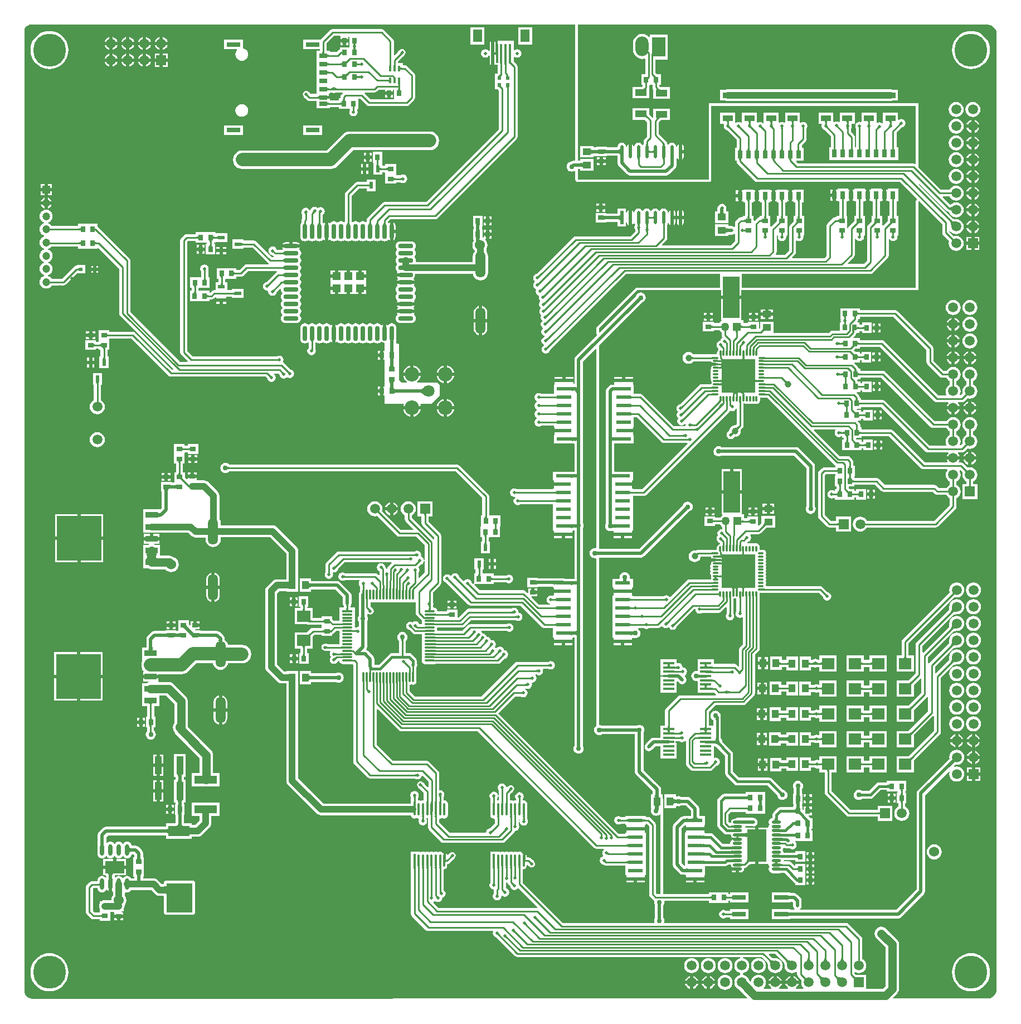
<source format=gtl>
G04*
G04 #@! TF.GenerationSoftware,Altium Limited,Altium Designer,23.10.1 (27)*
G04*
G04 Layer_Physical_Order=1*
G04 Layer_Color=255*
%FSLAX25Y25*%
%MOIN*%
G70*
G04*
G04 #@! TF.SameCoordinates,C39A602E-4AF5-4C04-9668-1E5429A84749*
G04*
G04*
G04 #@! TF.FilePolarity,Positive*
G04*
G01*
G75*
%ADD10C,0.01000*%
%ADD20C,0.02000*%
%ADD21O,0.02559X0.09055*%
%ADD22R,0.03347X0.02756*%
%ADD23R,0.07087X0.03937*%
%ADD24R,0.05118X0.03937*%
%ADD25R,0.02756X0.03347*%
%ADD26R,0.01968X0.07874*%
%ADD27O,0.01968X0.07874*%
%ADD28O,0.06299X0.01181*%
%ADD29O,0.01181X0.06299*%
%ADD30R,0.08000X0.03000*%
%ADD31O,0.03347X0.01102*%
%ADD32O,0.01102X0.03347*%
%ADD33R,0.10000X0.25000*%
%ADD34R,0.20079X0.20079*%
%ADD35R,0.09100X0.02200*%
%ADD36R,0.03937X0.05118*%
%ADD37R,0.11811X0.19685*%
%ADD38O,0.05709X0.01772*%
%ADD39R,0.06600X0.01400*%
%ADD40R,0.01575X0.11811*%
%ADD41R,0.05906X0.03543*%
%ADD42R,0.03937X0.10630*%
%ADD43O,0.06000X0.15748*%
%ADD44R,0.13780X0.05118*%
%ADD45R,0.12598X0.06299*%
%ADD46R,0.02362X0.02362*%
%ADD47R,0.08268X0.02756*%
%ADD48R,0.04842X0.02559*%
%ADD49C,0.03937*%
%ADD50R,0.01575X0.03347*%
%ADD51R,0.03150X0.04724*%
%ADD52O,0.01260X0.07874*%
%ADD53R,0.01260X0.07874*%
%ADD54R,0.06299X0.01181*%
%ADD55O,0.02362X0.06890*%
%ADD56R,0.11811X0.07480*%
%ADD57R,0.07284X0.03740*%
%ADD58R,0.26772X0.26772*%
%ADD59R,0.07874X0.06693*%
%ADD60R,0.05118X0.05118*%
%ADD61O,0.09055X0.02559*%
%ADD62R,0.01968X0.01968*%
%ADD63R,0.03000X0.03500*%
%ADD64R,0.07284X0.06693*%
%ADD65R,0.02362X0.03937*%
%ADD66R,0.03937X0.02362*%
%ADD128C,0.05000*%
%ADD129C,0.08000*%
%ADD130C,0.04000*%
%ADD131C,0.01500*%
%ADD132R,0.15600X0.17300*%
%ADD133C,0.19685*%
%ADD134R,0.07874X0.11811*%
%ADD135O,0.07874X0.11811*%
%ADD136C,0.05906*%
%ADD137R,0.05906X0.05906*%
%ADD138C,0.01968*%
%ADD139R,0.05315X0.07284*%
%ADD140R,0.05906X0.05906*%
%ADD141C,0.04724*%
%ADD142R,0.04724X0.04724*%
%ADD143C,0.08661*%
%ADD144C,0.07087*%
%ADD145C,0.05000*%
%ADD146R,0.05000X0.05000*%
%ADD147C,0.02000*%
%ADD148C,0.02362*%
%ADD149C,0.04000*%
%ADD150C,0.03000*%
%ADD151C,0.06000*%
G36*
X444305Y528452D02*
X444220Y528422D01*
X444145Y528371D01*
X444080Y528301D01*
X444025Y528210D01*
X443980Y528098D01*
X443945Y527967D01*
X443920Y527815D01*
X443905Y527643D01*
X443900Y527451D01*
X442900D01*
X442895Y527643D01*
X442880Y527815D01*
X442855Y527967D01*
X442820Y528098D01*
X442775Y528210D01*
X442720Y528301D01*
X442655Y528371D01*
X442580Y528422D01*
X442495Y528452D01*
X442400Y528463D01*
X444400D01*
X444305Y528452D01*
D02*
G37*
G36*
X457191Y528352D02*
X457106Y528322D01*
X457031Y528271D01*
X456966Y528201D01*
X456911Y528110D01*
X456866Y527998D01*
X456831Y527867D01*
X456806Y527715D01*
X456791Y527543D01*
X456786Y527351D01*
X455786D01*
X455781Y527543D01*
X455766Y527715D01*
X455741Y527867D01*
X455706Y527998D01*
X455661Y528110D01*
X455606Y528201D01*
X455541Y528271D01*
X455466Y528322D01*
X455381Y528352D01*
X455286Y528363D01*
X457286D01*
X457191Y528352D01*
D02*
G37*
G36*
X431419D02*
X431334Y528322D01*
X431259Y528271D01*
X431194Y528201D01*
X431139Y528110D01*
X431094Y527998D01*
X431059Y527867D01*
X431034Y527715D01*
X431019Y527543D01*
X431014Y527351D01*
X430014D01*
X430009Y527543D01*
X429994Y527715D01*
X429969Y527867D01*
X429934Y527998D01*
X429889Y528110D01*
X429834Y528201D01*
X429769Y528271D01*
X429694Y528322D01*
X429609Y528352D01*
X429514Y528363D01*
X431514D01*
X431419Y528352D01*
D02*
G37*
G36*
X418534D02*
X418449Y528322D01*
X418374Y528271D01*
X418309Y528201D01*
X418254Y528110D01*
X418209Y527998D01*
X418174Y527867D01*
X418149Y527715D01*
X418134Y527543D01*
X418129Y527351D01*
X417129D01*
X417124Y527543D01*
X417109Y527715D01*
X417084Y527867D01*
X417049Y527998D01*
X417004Y528110D01*
X416949Y528201D01*
X416884Y528271D01*
X416809Y528322D01*
X416724Y528352D01*
X416629Y528363D01*
X418629D01*
X418534Y528352D01*
D02*
G37*
G36*
X456788Y526744D02*
X456804Y526551D01*
X456818Y526465D01*
X456836Y526386D01*
X456858Y526314D01*
X456884Y526250D01*
X456914Y526193D01*
X456948Y526143D01*
X456986Y526100D01*
X455586D01*
X455624Y526143D01*
X455658Y526193D01*
X455688Y526250D01*
X455714Y526314D01*
X455736Y526386D01*
X455754Y526465D01*
X455768Y526551D01*
X455778Y526644D01*
X455786Y526852D01*
X456786D01*
X456788Y526744D01*
D02*
G37*
G36*
X443902D02*
X443918Y526551D01*
X443932Y526465D01*
X443950Y526386D01*
X443972Y526314D01*
X443998Y526250D01*
X444028Y526193D01*
X444062Y526143D01*
X444100Y526100D01*
X442700D01*
X442738Y526143D01*
X442772Y526193D01*
X442802Y526250D01*
X442828Y526314D01*
X442850Y526386D01*
X442868Y526465D01*
X442882Y526551D01*
X442892Y526644D01*
X442900Y526852D01*
X443900D01*
X443902Y526744D01*
D02*
G37*
G36*
X431016D02*
X431032Y526551D01*
X431046Y526465D01*
X431064Y526386D01*
X431086Y526314D01*
X431112Y526250D01*
X431142Y526193D01*
X431176Y526143D01*
X431214Y526100D01*
X429814D01*
X429852Y526143D01*
X429886Y526193D01*
X429916Y526250D01*
X429942Y526314D01*
X429964Y526386D01*
X429982Y526465D01*
X429996Y526551D01*
X430006Y526644D01*
X430014Y526852D01*
X431014D01*
X431016Y526744D01*
D02*
G37*
G36*
X418131D02*
X418147Y526551D01*
X418161Y526465D01*
X418179Y526386D01*
X418201Y526314D01*
X418227Y526250D01*
X418257Y526193D01*
X418291Y526143D01*
X418329Y526100D01*
X416929D01*
X416967Y526143D01*
X417001Y526193D01*
X417031Y526250D01*
X417057Y526314D01*
X417079Y526386D01*
X417097Y526465D01*
X417111Y526551D01*
X417121Y526644D01*
X417129Y526852D01*
X418129D01*
X418131Y526744D01*
D02*
G37*
G36*
X431518Y525319D02*
X431529Y525259D01*
X431548Y525198D01*
X431575Y525134D01*
X431610Y525068D01*
X431653Y524999D01*
X431704Y524928D01*
X431763Y524855D01*
X431905Y524703D01*
X431197Y523996D01*
X431120Y524070D01*
X430972Y524196D01*
X430901Y524247D01*
X430833Y524290D01*
X430766Y524325D01*
X430702Y524352D01*
X430641Y524371D01*
X430581Y524382D01*
X430524Y524386D01*
X431514Y525376D01*
X431518Y525319D01*
D02*
G37*
G36*
X418632D02*
X418643Y525259D01*
X418663Y525198D01*
X418690Y525134D01*
X418725Y525068D01*
X418768Y524999D01*
X418819Y524928D01*
X418877Y524855D01*
X419019Y524703D01*
X418312Y523996D01*
X418234Y524070D01*
X418086Y524196D01*
X418015Y524247D01*
X417947Y524290D01*
X417881Y524325D01*
X417817Y524352D01*
X417755Y524371D01*
X417696Y524382D01*
X417639Y524386D01*
X418629Y525376D01*
X418632Y525319D01*
D02*
G37*
G36*
X444372Y525127D02*
X444374Y525067D01*
X444385Y525005D01*
X444405Y524940D01*
X444434Y524873D01*
X444472Y524805D01*
X444520Y524734D01*
X444576Y524660D01*
X444641Y524585D01*
X444715Y524507D01*
X443846Y523962D01*
X443768Y524038D01*
X443555Y524224D01*
X443490Y524271D01*
X443371Y524345D01*
X443317Y524371D01*
X443266Y524390D01*
X443219Y524402D01*
X444380Y525185D01*
X444372Y525127D01*
D02*
G37*
G36*
X456948Y524629D02*
X456914Y524579D01*
X456884Y524522D01*
X456858Y524457D01*
X456836Y524386D01*
X456818Y524307D01*
X456804Y524221D01*
X456794Y524128D01*
X456786Y523920D01*
X455786D01*
X455784Y524027D01*
X455768Y524221D01*
X455754Y524307D01*
X455736Y524386D01*
X455714Y524457D01*
X455688Y524522D01*
X455658Y524579D01*
X455624Y524629D01*
X455586Y524672D01*
X456986D01*
X456948Y524629D01*
D02*
G37*
G36*
X437889Y525233D02*
X437900Y525174D01*
X437920Y525112D01*
X437947Y525048D01*
X437982Y524982D01*
X438025Y524913D01*
X438076Y524843D01*
X438134Y524770D01*
X438276Y524617D01*
X437569Y523910D01*
X437491Y523984D01*
X437343Y524110D01*
X437272Y524161D01*
X437204Y524204D01*
X437138Y524239D01*
X437074Y524266D01*
X437012Y524285D01*
X436953Y524297D01*
X436896Y524300D01*
X437886Y525290D01*
X437889Y525233D01*
D02*
G37*
G36*
X425003D02*
X425015Y525174D01*
X425034Y525112D01*
X425061Y525048D01*
X425096Y524982D01*
X425139Y524913D01*
X425190Y524843D01*
X425249Y524770D01*
X425390Y524617D01*
X424683Y523910D01*
X424606Y523984D01*
X424457Y524110D01*
X424387Y524161D01*
X424318Y524204D01*
X424252Y524239D01*
X424188Y524266D01*
X424126Y524285D01*
X424067Y524297D01*
X424010Y524300D01*
X425000Y525290D01*
X425003Y525233D01*
D02*
G37*
G36*
X463319Y524543D02*
X463285Y524493D01*
X463255Y524436D01*
X463229Y524371D01*
X463207Y524300D01*
X463189Y524221D01*
X463175Y524135D01*
X463165Y524042D01*
X463157Y523834D01*
X462157D01*
X462155Y523942D01*
X462139Y524135D01*
X462125Y524221D01*
X462107Y524300D01*
X462085Y524371D01*
X462059Y524436D01*
X462029Y524493D01*
X461995Y524543D01*
X461957Y524586D01*
X463357D01*
X463319Y524543D01*
D02*
G37*
G36*
X450433D02*
X450399Y524493D01*
X450369Y524436D01*
X450343Y524371D01*
X450321Y524300D01*
X450303Y524221D01*
X450289Y524135D01*
X450279Y524042D01*
X450271Y523834D01*
X449271D01*
X449269Y523942D01*
X449253Y524135D01*
X449239Y524221D01*
X449221Y524300D01*
X449199Y524371D01*
X449173Y524436D01*
X449143Y524493D01*
X449109Y524543D01*
X449071Y524586D01*
X450471D01*
X450433Y524543D01*
D02*
G37*
G36*
X460205Y511658D02*
X460220Y511486D01*
X460245Y511334D01*
X460280Y511203D01*
X460325Y511091D01*
X460380Y511000D01*
X460445Y510929D01*
X460520Y510879D01*
X460605Y510848D01*
X460700Y510838D01*
X458700D01*
X458795Y510848D01*
X458880Y510879D01*
X458955Y510929D01*
X459020Y511000D01*
X459075Y511091D01*
X459120Y511203D01*
X459155Y511334D01*
X459180Y511486D01*
X459195Y511658D01*
X459200Y511850D01*
X460200D01*
X460205Y511658D01*
D02*
G37*
G36*
X455505D02*
X455520Y511486D01*
X455545Y511334D01*
X455580Y511203D01*
X455625Y511091D01*
X455680Y511000D01*
X455745Y510929D01*
X455820Y510879D01*
X455905Y510848D01*
X456000Y510838D01*
X454000D01*
X454095Y510848D01*
X454180Y510879D01*
X454255Y510929D01*
X454320Y511000D01*
X454375Y511091D01*
X454420Y511203D01*
X454455Y511334D01*
X454480Y511486D01*
X454495Y511658D01*
X454500Y511850D01*
X455500D01*
X455505Y511658D01*
D02*
G37*
G36*
X450276D02*
X450291Y511486D01*
X450316Y511334D01*
X450351Y511203D01*
X450396Y511091D01*
X450451Y511000D01*
X450516Y510929D01*
X450591Y510879D01*
X450676Y510848D01*
X450771Y510838D01*
X448771D01*
X448866Y510848D01*
X448951Y510879D01*
X449026Y510929D01*
X449091Y511000D01*
X449146Y511091D01*
X449191Y511203D01*
X449226Y511334D01*
X449251Y511486D01*
X449266Y511658D01*
X449271Y511850D01*
X450271D01*
X450276Y511658D01*
D02*
G37*
G36*
X445395D02*
X445410Y511486D01*
X445435Y511334D01*
X445470Y511203D01*
X445515Y511091D01*
X445570Y511000D01*
X445635Y510929D01*
X445710Y510879D01*
X445795Y510848D01*
X445890Y510838D01*
X443890D01*
X443985Y510848D01*
X444070Y510879D01*
X444145Y510929D01*
X444210Y511000D01*
X444265Y511091D01*
X444310Y511203D01*
X444345Y511334D01*
X444370Y511486D01*
X444385Y511658D01*
X444390Y511850D01*
X445390D01*
X445395Y511658D01*
D02*
G37*
G36*
X440395D02*
X440410Y511486D01*
X440435Y511334D01*
X440470Y511203D01*
X440515Y511091D01*
X440570Y511000D01*
X440635Y510929D01*
X440710Y510879D01*
X440795Y510848D01*
X440890Y510838D01*
X438890D01*
X438985Y510848D01*
X439070Y510879D01*
X439145Y510929D01*
X439210Y511000D01*
X439265Y511091D01*
X439310Y511203D01*
X439345Y511334D01*
X439370Y511486D01*
X439385Y511658D01*
X439390Y511850D01*
X440390D01*
X440395Y511658D01*
D02*
G37*
G36*
X435395D02*
X435410Y511486D01*
X435435Y511334D01*
X435470Y511203D01*
X435515Y511091D01*
X435570Y511000D01*
X435635Y510929D01*
X435710Y510879D01*
X435795Y510848D01*
X435890Y510838D01*
X433890D01*
X433985Y510848D01*
X434070Y510879D01*
X434145Y510929D01*
X434210Y511000D01*
X434265Y511091D01*
X434310Y511203D01*
X434345Y511334D01*
X434370Y511486D01*
X434385Y511658D01*
X434390Y511850D01*
X435390D01*
X435395Y511658D01*
D02*
G37*
G36*
X430395D02*
X430410Y511486D01*
X430435Y511334D01*
X430470Y511203D01*
X430515Y511091D01*
X430570Y511000D01*
X430635Y510929D01*
X430710Y510879D01*
X430795Y510848D01*
X430890Y510838D01*
X428890D01*
X428985Y510848D01*
X429070Y510879D01*
X429145Y510929D01*
X429210Y511000D01*
X429265Y511091D01*
X429310Y511203D01*
X429345Y511334D01*
X429370Y511486D01*
X429385Y511658D01*
X429390Y511850D01*
X430390D01*
X430395Y511658D01*
D02*
G37*
G36*
X425395D02*
X425410Y511486D01*
X425435Y511334D01*
X425470Y511203D01*
X425515Y511091D01*
X425570Y511000D01*
X425635Y510929D01*
X425710Y510879D01*
X425795Y510848D01*
X425890Y510838D01*
X423890D01*
X423985Y510848D01*
X424070Y510879D01*
X424145Y510929D01*
X424210Y511000D01*
X424265Y511091D01*
X424310Y511203D01*
X424345Y511334D01*
X424370Y511486D01*
X424385Y511658D01*
X424390Y511850D01*
X425390D01*
X425395Y511658D01*
D02*
G37*
G36*
X455795Y506152D02*
X455710Y506121D01*
X455635Y506071D01*
X455570Y506000D01*
X455515Y505909D01*
X455470Y505797D01*
X455435Y505666D01*
X455410Y505514D01*
X455395Y505342D01*
X455390Y505150D01*
X454390D01*
X454385Y505342D01*
X454370Y505514D01*
X454345Y505666D01*
X454310Y505797D01*
X454265Y505909D01*
X454210Y506000D01*
X454145Y506071D01*
X454070Y506121D01*
X453985Y506152D01*
X453890Y506162D01*
X455890D01*
X455795Y506152D01*
D02*
G37*
G36*
X445795D02*
X445710Y506121D01*
X445635Y506071D01*
X445570Y506000D01*
X445515Y505909D01*
X445470Y505797D01*
X445435Y505666D01*
X445410Y505514D01*
X445395Y505342D01*
X445390Y505150D01*
X444390D01*
X444385Y505342D01*
X444370Y505514D01*
X444345Y505666D01*
X444310Y505797D01*
X444265Y505909D01*
X444210Y506000D01*
X444145Y506071D01*
X444070Y506121D01*
X443985Y506152D01*
X443890Y506162D01*
X445890D01*
X445795Y506152D01*
D02*
G37*
G36*
X435795D02*
X435710Y506121D01*
X435635Y506071D01*
X435570Y506000D01*
X435515Y505909D01*
X435470Y505797D01*
X435435Y505666D01*
X435410Y505514D01*
X435395Y505342D01*
X435390Y505150D01*
X434390D01*
X434385Y505342D01*
X434370Y505514D01*
X434345Y505666D01*
X434310Y505797D01*
X434265Y505909D01*
X434210Y506000D01*
X434145Y506071D01*
X434070Y506121D01*
X433985Y506152D01*
X433890Y506162D01*
X435890D01*
X435795Y506152D01*
D02*
G37*
G36*
X425795D02*
X425710Y506121D01*
X425635Y506071D01*
X425570Y506000D01*
X425515Y505909D01*
X425470Y505797D01*
X425435Y505666D01*
X425410Y505514D01*
X425395Y505342D01*
X425390Y505150D01*
X424390D01*
X424385Y505342D01*
X424370Y505514D01*
X424345Y505666D01*
X424310Y505797D01*
X424265Y505909D01*
X424210Y506000D01*
X424145Y506071D01*
X424070Y506121D01*
X423985Y506152D01*
X423890Y506162D01*
X425890D01*
X425795Y506152D01*
D02*
G37*
G36*
X900Y586102D02*
X326371D01*
Y506700D01*
Y504775D01*
X325226D01*
X324251Y504581D01*
X323601Y504147D01*
X323417Y504123D01*
X322687Y503821D01*
X322060Y503340D01*
X321580Y502713D01*
X321277Y501983D01*
X321174Y501200D01*
X321277Y500417D01*
X321580Y499687D01*
X322060Y499060D01*
X322687Y498580D01*
X323417Y498277D01*
X324200Y498174D01*
X324983Y498277D01*
X325713Y498580D01*
X325871Y498701D01*
X326371Y498454D01*
Y493500D01*
X326487Y492915D01*
X326819Y492419D01*
X327315Y492087D01*
X327900Y491971D01*
X406200D01*
X406785Y492087D01*
X407281Y492419D01*
X407613Y492915D01*
X407729Y493500D01*
Y499000D01*
Y528000D01*
Y537571D01*
X529971D01*
Y503024D01*
X529471Y502757D01*
X529280Y502884D01*
X528500Y503039D01*
X459545D01*
X458408Y504176D01*
X458599Y504638D01*
X462965D01*
Y512362D01*
X461739D01*
Y514055D01*
X464099Y516415D01*
X464541Y517077D01*
X464696Y517857D01*
Y523852D01*
X465012Y524325D01*
X465206Y525300D01*
X465012Y526275D01*
X464460Y527102D01*
X463632Y527655D01*
X462657Y527849D01*
X461682Y527655D01*
X461153Y527302D01*
X460653Y527569D01*
Y533382D01*
X451747D01*
Y527588D01*
X451247Y527321D01*
X450747Y527655D01*
X449771Y527849D01*
X448796Y527655D01*
X448453Y527426D01*
X447953Y527693D01*
Y533482D01*
X439047D01*
Y527418D01*
X439002Y527378D01*
X438547Y527197D01*
X437861Y527655D01*
X436886Y527849D01*
X435910Y527655D01*
X435453Y527349D01*
X434953Y527617D01*
Y533382D01*
X426047D01*
Y527540D01*
X425547Y527273D01*
X424975Y527655D01*
X424000Y527849D01*
X423025Y527655D01*
X422453Y527273D01*
X421953Y527540D01*
Y533382D01*
X413047D01*
Y526839D01*
X414991D01*
X415271Y526366D01*
X415269Y526339D01*
X415080Y525386D01*
X415274Y524410D01*
X415826Y523583D01*
X416653Y523031D01*
X417211Y522920D01*
X422851Y517280D01*
Y512362D01*
X421815D01*
Y504638D01*
X422851D01*
Y504310D01*
X423006Y503530D01*
X423448Y502868D01*
X433658Y492658D01*
X434320Y492216D01*
X435100Y492061D01*
X520455D01*
X530450Y482066D01*
X530419Y481444D01*
X530087Y480948D01*
X529971Y480363D01*
Y428829D01*
X425963D01*
Y437061D01*
X502800D01*
X503580Y437216D01*
X504242Y437658D01*
X513142Y446558D01*
X513584Y447220D01*
X513739Y448000D01*
Y457777D01*
X514239Y457929D01*
X514587Y457408D01*
X515414Y456855D01*
X516390Y456661D01*
X517365Y456855D01*
X518192Y457408D01*
X518745Y458235D01*
X518939Y459210D01*
X518834Y459736D01*
X519151Y460122D01*
X519563D01*
Y465878D01*
X519563Y465878D01*
Y466028D01*
X519563D01*
X519563Y466378D01*
Y471783D01*
X518429D01*
Y480335D01*
X519465D01*
Y488059D01*
X513315D01*
Y487559D01*
X512390D01*
Y484197D01*
Y480835D01*
X513315D01*
Y480335D01*
X514351D01*
Y471783D01*
X513216D01*
Y468627D01*
X513216Y468627D01*
X513152Y468551D01*
X510538Y465938D01*
X510490Y465932D01*
X510063Y466170D01*
Y471783D01*
X508429D01*
Y480335D01*
X509465D01*
Y480835D01*
X510390D01*
Y484197D01*
Y487559D01*
X509465D01*
Y488059D01*
X503315D01*
Y487559D01*
X502390D01*
Y484197D01*
Y480835D01*
X503315D01*
Y480335D01*
X504351D01*
Y471783D01*
X503717D01*
Y468627D01*
X503717Y468627D01*
X503652Y468551D01*
X501458Y466358D01*
X501016Y465696D01*
X500861Y464916D01*
Y444945D01*
X498855Y442939D01*
X489404D01*
X489213Y443401D01*
X492942Y447130D01*
X493384Y447792D01*
X493539Y448572D01*
Y458164D01*
X494035Y458235D01*
X494587Y457408D01*
X495414Y456855D01*
X496390Y456661D01*
X497365Y456855D01*
X498192Y457408D01*
X498745Y458235D01*
X498939Y459210D01*
X498834Y459736D01*
X499151Y460122D01*
X499563D01*
Y465878D01*
X499563Y465878D01*
Y466028D01*
X499563D01*
X499563Y466378D01*
Y471783D01*
X498429D01*
Y480335D01*
X499465D01*
Y480835D01*
X500390D01*
Y484197D01*
Y487559D01*
X499465D01*
Y488059D01*
X493315D01*
Y487559D01*
X492390D01*
Y484197D01*
Y480835D01*
X493315D01*
Y480335D01*
X494351D01*
Y471783D01*
X493217D01*
Y468627D01*
X493217Y468627D01*
X493152Y468551D01*
X490058Y465458D01*
X489616Y464796D01*
X489563Y464530D01*
X489063Y464579D01*
X489063Y465878D01*
X489063Y466378D01*
Y471783D01*
X488429D01*
Y480335D01*
X489465D01*
Y480835D01*
X490390D01*
Y484197D01*
Y487559D01*
X489465D01*
Y488059D01*
X483315D01*
Y487559D01*
X482390D01*
Y484197D01*
Y480835D01*
X483315D01*
Y480335D01*
X484351D01*
Y471783D01*
X482717D01*
Y470945D01*
X481806D01*
X481806Y470945D01*
X481025Y470789D01*
X480364Y470347D01*
X477158Y467142D01*
X476716Y466480D01*
X476561Y465700D01*
Y447845D01*
X475255Y446539D01*
X456176D01*
X455985Y447001D01*
X457742Y448758D01*
X458184Y449420D01*
X458339Y450200D01*
Y456839D01*
X458839Y457106D01*
X459214Y456855D01*
X460190Y456661D01*
X461165Y456855D01*
X461992Y457408D01*
X462545Y458235D01*
X462739Y459210D01*
X462634Y459736D01*
X462951Y460122D01*
X463363D01*
Y465878D01*
X463363Y465878D01*
Y466028D01*
X463363D01*
X463363Y466378D01*
Y471783D01*
X461929D01*
Y479835D01*
X462965D01*
Y487559D01*
X456815D01*
Y487059D01*
X455890D01*
Y483697D01*
Y480335D01*
X456815D01*
Y479835D01*
X457851D01*
Y471783D01*
X457017D01*
Y468627D01*
X457017Y468627D01*
X456952Y468551D01*
X454858Y466458D01*
X454416Y465796D01*
X454261Y465016D01*
Y451045D01*
X451555Y448339D01*
X446275D01*
X446084Y448801D01*
X446142Y448859D01*
X446584Y449521D01*
X446739Y450301D01*
Y459654D01*
X446791Y459970D01*
X447174Y460011D01*
X447521Y459616D01*
X447441Y459210D01*
X447635Y458235D01*
X448187Y457408D01*
X449014Y456855D01*
X449990Y456661D01*
X450965Y456855D01*
X451792Y457408D01*
X452345Y458235D01*
X452539Y459210D01*
X452434Y459736D01*
X452751Y460122D01*
X453163D01*
Y465878D01*
X453163Y465878D01*
Y466028D01*
X453163D01*
X453163Y466378D01*
Y471783D01*
X451929D01*
Y479835D01*
X452965D01*
Y480335D01*
X453890D01*
Y483697D01*
Y487059D01*
X452965D01*
Y487559D01*
X446815D01*
Y487059D01*
X445890D01*
Y483697D01*
Y480335D01*
X446815D01*
Y479835D01*
X447851D01*
Y471783D01*
X446816D01*
Y468627D01*
X446816Y468627D01*
X446752Y468551D01*
X443526Y465326D01*
X443057Y465491D01*
X442963Y465878D01*
Y466028D01*
X442963D01*
Y471783D01*
X441929D01*
Y479835D01*
X442965D01*
Y480335D01*
X443890D01*
Y483697D01*
Y487059D01*
X442965D01*
Y487559D01*
X436815D01*
Y487059D01*
X435890D01*
Y483697D01*
Y480335D01*
X436815D01*
Y479835D01*
X437851D01*
Y471783D01*
X436617D01*
Y470945D01*
X436606D01*
X435825Y470789D01*
X435164Y470347D01*
X433563Y468747D01*
X433063Y468954D01*
Y471783D01*
X431929D01*
Y479835D01*
X432965D01*
Y480335D01*
X433890D01*
Y483697D01*
Y487059D01*
X432965D01*
Y487559D01*
X426815D01*
Y487059D01*
X425890D01*
Y483697D01*
Y480335D01*
X426815D01*
Y479835D01*
X427851D01*
Y471783D01*
X426717D01*
Y470945D01*
X425406D01*
X424625Y470789D01*
X423964Y470347D01*
X423964Y470347D01*
X422358Y468742D01*
X421916Y468080D01*
X421761Y467300D01*
Y465441D01*
X421261Y465174D01*
X420801Y465481D01*
X419826Y465675D01*
X418013D01*
X417959Y465680D01*
Y466595D01*
X416535D01*
X416447Y466612D01*
X416364Y466595D01*
X416280Y466603D01*
X416254Y466595D01*
X409841D01*
Y459657D01*
X416254D01*
X416280Y459649D01*
X416364Y459657D01*
X416447Y459640D01*
X416535Y459657D01*
X417959D01*
Y460572D01*
X418013Y460577D01*
X419826D01*
X420801Y460771D01*
X421261Y461078D01*
X421761Y460811D01*
Y456545D01*
X419255Y454039D01*
X378376D01*
X378185Y454501D01*
X380632Y456948D01*
X381074Y457609D01*
X381229Y458390D01*
Y466328D01*
X381530Y466778D01*
X381690Y467582D01*
X382200D01*
X382321Y466973D01*
X382759Y466317D01*
X383190Y466029D01*
Y470700D01*
Y475371D01*
X382759Y475083D01*
X382321Y474427D01*
X382200Y473818D01*
X381690D01*
X381530Y474622D01*
X380981Y475444D01*
X380159Y475993D01*
X379190Y476186D01*
X378220Y475993D01*
X377399Y475444D01*
X376968Y474799D01*
X376962Y474796D01*
X376417D01*
X376412Y474799D01*
X375981Y475444D01*
X375159Y475993D01*
X374190Y476186D01*
X373220Y475993D01*
X372399Y475444D01*
X371968Y474799D01*
X371962Y474796D01*
X371417D01*
X371412Y474799D01*
X370981Y475444D01*
X370159Y475993D01*
X369190Y476186D01*
X368220Y475993D01*
X367399Y475444D01*
X366968Y474799D01*
X366962Y474796D01*
X366417D01*
X366412Y474799D01*
X365981Y475444D01*
X365159Y475993D01*
X364190Y476186D01*
X363220Y475993D01*
X362399Y475444D01*
X361850Y474622D01*
X361690Y473818D01*
X361180D01*
X361059Y474427D01*
X360620Y475083D01*
X360190Y475371D01*
Y470700D01*
Y466029D01*
X360620Y466317D01*
X361059Y466973D01*
X361113Y467247D01*
X361640Y467334D01*
X361765Y467116D01*
X361801Y467022D01*
X361850Y466778D01*
X361950Y466627D01*
X361977Y466558D01*
X362030Y466472D01*
X362055Y466426D01*
X362078Y466377D01*
X362097Y466327D01*
X362110Y466287D01*
X361835Y465875D01*
X361641Y464900D01*
X361835Y463925D01*
X362151Y463452D01*
Y462434D01*
X359155Y459439D01*
X326500D01*
X325720Y459284D01*
X325058Y458842D01*
X303282Y437066D01*
X302725Y436955D01*
X301898Y436402D01*
X301345Y435575D01*
X301151Y434600D01*
X301345Y433625D01*
X301898Y432798D01*
X301969Y432750D01*
Y432250D01*
X301898Y432202D01*
X301345Y431376D01*
X301151Y430400D01*
X301345Y429424D01*
X301898Y428598D01*
X302725Y428045D01*
X302731Y428028D01*
X302737Y427533D01*
X302551Y426600D01*
X302745Y425625D01*
X303298Y424798D01*
X304124Y424245D01*
X304570Y424156D01*
X304645Y423975D01*
X304451Y423000D01*
X304645Y422024D01*
X305198Y421198D01*
X305398Y421064D01*
Y420602D01*
X304845Y419775D01*
X304651Y418800D01*
X304845Y417825D01*
X305398Y416998D01*
X305407Y416991D01*
X305418Y416383D01*
X304945Y415675D01*
X304751Y414700D01*
X304945Y413725D01*
X305498Y412898D01*
X306066Y412518D01*
X305822Y412153D01*
X305628Y411177D01*
X305822Y410202D01*
X306375Y409375D01*
X306502Y409290D01*
Y408790D01*
X306452Y408757D01*
X305900Y407930D01*
X305705Y406954D01*
X305900Y405979D01*
X306452Y405152D01*
X306835Y404896D01*
Y404294D01*
X306698Y404202D01*
X306145Y403375D01*
X305951Y402400D01*
X306145Y401425D01*
X306698Y400598D01*
X307524Y400045D01*
X307822Y399986D01*
Y399476D01*
X307602Y399432D01*
X306775Y398880D01*
X306222Y398053D01*
X306028Y397077D01*
X306222Y396102D01*
X306775Y395275D01*
X307510Y394783D01*
X307558Y394408D01*
X307532Y394226D01*
X306898Y393802D01*
X306345Y392975D01*
X306151Y392000D01*
X306345Y391024D01*
X306898Y390198D01*
X307724Y389645D01*
X308700Y389451D01*
X309676Y389645D01*
X310502Y390198D01*
X311055Y391024D01*
X311166Y391582D01*
X356645Y437061D01*
X412963D01*
Y428829D01*
X363400D01*
X362815Y428713D01*
X362319Y428381D01*
X351619Y417681D01*
X339319Y405381D01*
X338987Y404885D01*
X338871Y404300D01*
Y402158D01*
X338987Y401573D01*
X339319Y401077D01*
X339374Y400479D01*
X326498Y387602D01*
X325945Y386775D01*
X325751Y385800D01*
Y371354D01*
X325751Y371352D01*
X325640Y371314D01*
X325565Y371327D01*
X325140Y371672D01*
Y372300D01*
X319590D01*
X314040D01*
Y371400D01*
X314040Y371200D01*
X313664Y370900D01*
X313540D01*
Y365339D01*
X305948D01*
X305475Y365655D01*
X304500Y365849D01*
X303524Y365655D01*
X302698Y365102D01*
X302145Y364276D01*
X301951Y363300D01*
X302145Y362325D01*
X302698Y361498D01*
X303316Y361085D01*
Y360516D01*
X302698Y360102D01*
X302145Y359276D01*
X301951Y358300D01*
X302145Y357325D01*
X302698Y356498D01*
X303316Y356084D01*
Y355516D01*
X302698Y355102D01*
X302145Y354275D01*
X301951Y353300D01*
X302145Y352325D01*
X302698Y351498D01*
X303316Y351084D01*
Y350516D01*
X302698Y350102D01*
X302145Y349275D01*
X301951Y348300D01*
X302145Y347325D01*
X302698Y346498D01*
X303524Y345945D01*
X304500Y345751D01*
X305475Y345945D01*
X305948Y346261D01*
X313540D01*
Y345700D01*
X313664D01*
X314040Y345400D01*
X314040Y345200D01*
Y344300D01*
X319590D01*
Y342300D01*
X314040D01*
Y341400D01*
X314040Y341200D01*
X313664Y340900D01*
X313540D01*
Y335700D01*
X324040D01*
X324128Y335683D01*
X324161Y335689D01*
X324195Y335684D01*
X324557Y335700D01*
X325640D01*
X325751Y335246D01*
Y318849D01*
X325140D01*
Y318900D01*
X323715D01*
X323628Y318917D01*
X323560Y318904D01*
X323492Y318911D01*
X323453Y318900D01*
X313040D01*
Y313700D01*
X313164D01*
X313540Y313400D01*
X313540Y313200D01*
Y312300D01*
X319090D01*
Y310300D01*
X313540D01*
Y309400D01*
X313540Y309200D01*
X313164Y308900D01*
X313040D01*
Y308339D01*
X291248D01*
X290775Y308655D01*
X289800Y308849D01*
X288825Y308655D01*
X287998Y308102D01*
X287445Y307276D01*
X287251Y306300D01*
X287445Y305325D01*
X287998Y304498D01*
X288825Y303945D01*
X289800Y303751D01*
X290324Y303855D01*
X290519Y303384D01*
X290098Y303102D01*
X289545Y302275D01*
X289351Y301300D01*
X289545Y300325D01*
X290098Y299498D01*
X290925Y298945D01*
X291900Y298751D01*
X292875Y298945D01*
X293348Y299261D01*
X313040D01*
Y293700D01*
Y288700D01*
Y283700D01*
X313164D01*
X313540Y283400D01*
X313540Y283200D01*
Y282300D01*
X324640D01*
Y283200D01*
X324640Y283400D01*
X325015Y283700D01*
X325140D01*
Y283748D01*
X325216Y283751D01*
X325751D01*
Y254849D01*
X325140D01*
Y254900D01*
X323715D01*
X323628Y254917D01*
X323560Y254904D01*
X323492Y254911D01*
X323453Y254900D01*
X319850D01*
X319760Y254960D01*
X318784Y255154D01*
X303963D01*
Y255484D01*
X302647D01*
X302623Y255491D01*
X302536Y255484D01*
X302451Y255501D01*
X302364Y255484D01*
X297617D01*
Y249728D01*
X302364D01*
X302451Y249710D01*
X302536Y249727D01*
X302623Y249720D01*
X302647Y249728D01*
X303963D01*
Y250057D01*
X313040D01*
Y249700D01*
X313164D01*
X313540Y249400D01*
X313540Y249200D01*
Y248300D01*
X319090D01*
Y246300D01*
X313540D01*
Y245400D01*
X313540Y245200D01*
X313446Y245126D01*
X313040Y244900D01*
D01*
X312540Y244682D01*
X311700Y244849D01*
X310724Y244655D01*
X309898Y244102D01*
X309345Y243275D01*
X309151Y242300D01*
X309345Y241325D01*
X309898Y240498D01*
X310724Y239945D01*
X311257Y239839D01*
X311208Y239339D01*
X306900D01*
X306900Y239339D01*
X304645D01*
X300124Y243860D01*
X300315Y244322D01*
X303463D01*
Y245700D01*
X300790D01*
Y246700D01*
X299790D01*
Y249078D01*
X298116D01*
Y246521D01*
X297655Y246329D01*
X296642Y247342D01*
X295980Y247784D01*
X295200Y247939D01*
X269145D01*
X265957Y251127D01*
X266164Y251627D01*
X271222D01*
X271572Y251627D01*
X272072Y251627D01*
X277478D01*
Y252761D01*
X285252D01*
X285724Y252445D01*
X286700Y252251D01*
X287675Y252445D01*
X288502Y252998D01*
X289055Y253824D01*
X289249Y254800D01*
X289055Y255775D01*
X288502Y256602D01*
X287675Y257155D01*
X286700Y257349D01*
X285724Y257155D01*
X285252Y256839D01*
X277478D01*
Y257973D01*
X272072D01*
X271722Y257973D01*
X271127Y257973D01*
X270774Y258327D01*
Y260263D01*
X271416D01*
Y267200D01*
X266054D01*
Y260263D01*
X266695D01*
Y257973D01*
X265816D01*
Y251974D01*
X265317Y251767D01*
X264333Y252751D01*
X264248Y253175D01*
X263696Y254002D01*
X262869Y254555D01*
X261894Y254749D01*
X260918Y254555D01*
X260091Y254002D01*
X259825Y253605D01*
X259328Y253556D01*
X256766Y256118D01*
X256655Y256676D01*
X256102Y257502D01*
X255276Y258055D01*
X254300Y258249D01*
X253325Y258055D01*
X252498Y257502D01*
X252067Y256858D01*
X251520Y256804D01*
X251483Y256815D01*
X250676Y257355D01*
X249700Y257549D01*
X248725Y257355D01*
X247898Y256802D01*
X247345Y255976D01*
X247151Y255000D01*
X247345Y254025D01*
X247898Y253198D01*
X248725Y252645D01*
X249282Y252534D01*
X262358Y239458D01*
X263020Y239016D01*
X263800Y238861D01*
X293555D01*
X306558Y225858D01*
X306558Y225858D01*
X307220Y225416D01*
X308000Y225261D01*
X310700D01*
X310700Y225261D01*
X313040D01*
Y219700D01*
X313164D01*
X313540Y219400D01*
X313540Y219200D01*
Y218300D01*
X324640D01*
Y219200D01*
X324640Y219400D01*
X325015Y219700D01*
X325140D01*
Y219748D01*
X325216Y219751D01*
X325751D01*
Y154906D01*
X325679Y154813D01*
X325377Y154083D01*
X325274Y153300D01*
X325377Y152517D01*
X325679Y151787D01*
X326160Y151160D01*
X326787Y150680D01*
X327517Y150377D01*
X328300Y150274D01*
X329083Y150377D01*
X329813Y150680D01*
X330440Y151160D01*
X330921Y151787D01*
X331223Y152517D01*
X331326Y153300D01*
X331223Y154083D01*
X330921Y154813D01*
X330854Y154900D01*
X330849Y154987D01*
Y284994D01*
X330921Y285087D01*
X331223Y285817D01*
X331326Y286600D01*
X331223Y287383D01*
X330921Y288113D01*
X330854Y288200D01*
X330849Y288287D01*
Y366600D01*
Y384744D01*
X338409Y392304D01*
X338871Y392112D01*
Y364400D01*
Y273585D01*
X338371Y273172D01*
X337965Y273226D01*
X337181Y273123D01*
X336452Y272820D01*
X335825Y272340D01*
X335344Y271713D01*
X335042Y270983D01*
X334939Y270200D01*
X335042Y269417D01*
X335344Y268687D01*
X335825Y268060D01*
X336452Y267580D01*
X337181Y267277D01*
X337965Y267174D01*
X338371Y267228D01*
X338871Y266815D01*
Y167701D01*
X338880Y167651D01*
X338874Y167601D01*
X338938Y167360D01*
X338987Y167116D01*
X339015Y167074D01*
X339017Y167067D01*
X338460Y166640D01*
X337980Y166013D01*
X337677Y165283D01*
X337574Y164500D01*
X337677Y163717D01*
X337980Y162987D01*
X338460Y162360D01*
X339087Y161880D01*
X339817Y161577D01*
X340600Y161474D01*
X341383Y161577D01*
X342113Y161880D01*
X342200Y161946D01*
X342287Y161951D01*
X362051D01*
Y139500D01*
X362245Y138524D01*
X362798Y137698D01*
X372551Y127944D01*
Y126013D01*
X372547Y125959D01*
X371632D01*
Y124534D01*
X371614Y124447D01*
X371631Y124364D01*
X371623Y124280D01*
X371632Y124254D01*
Y119546D01*
X371623Y119520D01*
X371631Y119436D01*
X371614Y119353D01*
X371632Y119265D01*
Y117841D01*
X371632D01*
X371825Y117341D01*
X371677Y116983D01*
X371574Y116200D01*
X371677Y115417D01*
X371979Y114687D01*
X372460Y114060D01*
X373087Y113579D01*
X373817Y113277D01*
X374600Y113174D01*
X375383Y113277D01*
X376113Y113579D01*
X376740Y114060D01*
X376871Y114231D01*
X377371Y114061D01*
Y95200D01*
Y66439D01*
X375241D01*
X374539Y67141D01*
Y107900D01*
X374539Y107900D01*
X374384Y108680D01*
X373942Y109342D01*
X373942Y109342D01*
X371342Y111942D01*
X370680Y112384D01*
X369900Y112539D01*
X368437D01*
Y113100D01*
X356337D01*
Y112539D01*
X353548D01*
X353076Y112855D01*
X352100Y113049D01*
X351125Y112855D01*
X350298Y112302D01*
X349745Y111476D01*
X349551Y110500D01*
X349745Y109525D01*
X350298Y108698D01*
X351125Y108145D01*
X352100Y107951D01*
X353076Y108145D01*
X353548Y108461D01*
X356337D01*
Y107900D01*
X356461D01*
X356837Y107600D01*
X356837Y107400D01*
Y106500D01*
X367937D01*
Y107400D01*
X367937Y107600D01*
X368312Y107900D01*
X368437D01*
Y108461D01*
X369055D01*
X370461Y107055D01*
Y66297D01*
X370616Y65517D01*
X371058Y64855D01*
X372955Y62958D01*
X372955Y62958D01*
X373617Y62516D01*
X373649Y62456D01*
X373577Y62283D01*
X373474Y61500D01*
X373577Y60717D01*
X373880Y59987D01*
X373946Y59900D01*
X373951Y59813D01*
Y52106D01*
X373880Y52013D01*
X373577Y51283D01*
X373474Y50500D01*
X373577Y49717D01*
X373644Y49555D01*
X373366Y49139D01*
X318945D01*
X294983Y73101D01*
Y81040D01*
X295370Y81358D01*
X295503Y81331D01*
X296139Y81458D01*
X296678Y81818D01*
X297039Y82357D01*
X297165Y82993D01*
Y83621D01*
X297665Y83925D01*
X297803Y83860D01*
X297912Y83752D01*
X297914Y83742D01*
X298067Y83540D01*
X298208Y83329D01*
X298247Y83303D01*
X298274Y83266D01*
X298494Y83138D01*
X298705Y82997D01*
X298750Y82988D01*
X298790Y82965D01*
X298850Y82956D01*
X299509Y82516D01*
X300290Y82361D01*
X301070Y82516D01*
X301732Y82958D01*
X302174Y83620D01*
X302329Y84400D01*
X302174Y85180D01*
X301733Y85839D01*
X301725Y85900D01*
X301702Y85940D01*
X301693Y85985D01*
X301552Y86196D01*
X301424Y86415D01*
X301387Y86443D01*
X301361Y86481D01*
X301150Y86623D01*
X300948Y86776D01*
X300903Y86787D01*
X300865Y86813D01*
X300735Y86839D01*
X299832Y87742D01*
X299170Y88184D01*
X298390Y88339D01*
X297231D01*
X297203Y88381D01*
X297165Y88407D01*
Y89607D01*
X297039Y90243D01*
X296678Y90782D01*
X296503Y90899D01*
Y86875D01*
X296617Y86845D01*
X296769Y86820D01*
X296941Y86805D01*
X297133Y86800D01*
Y85800D01*
X296941Y85795D01*
X296769Y85780D01*
X296617Y85755D01*
X296485Y85720D01*
X296374Y85675D01*
X296283Y85620D01*
X296212Y85555D01*
X296162Y85480D01*
X296131Y85395D01*
X296121Y85300D01*
Y86300D01*
X295116D01*
Y89607D01*
X294951Y90438D01*
X294600Y90964D01*
X294599Y90964D01*
X294480Y91143D01*
X293775Y91614D01*
X292944Y91779D01*
X292113Y91614D01*
X291665Y91314D01*
X291216Y91614D01*
X290385Y91779D01*
X289554Y91614D01*
X289106Y91314D01*
X288657Y91614D01*
X287826Y91779D01*
X286995Y91614D01*
X286546Y91314D01*
X286098Y91614D01*
X285267Y91779D01*
X284436Y91614D01*
X283987Y91314D01*
X283539Y91614D01*
X282708Y91779D01*
X281877Y91614D01*
X281428Y91314D01*
X280980Y91614D01*
X280207Y91767D01*
X280149Y91779D01*
X279720Y91737D01*
Y91737D01*
X275460D01*
Y82491D01*
X275443Y82417D01*
X275447Y82396D01*
X275443Y82375D01*
X275460Y82288D01*
Y80863D01*
X275551D01*
Y73133D01*
X275245Y72676D01*
X275051Y71700D01*
X275245Y70724D01*
X275798Y69898D01*
X276624Y69345D01*
X277599Y69151D01*
X277561Y68961D01*
Y66648D01*
X277245Y66176D01*
X277051Y65200D01*
X277245Y64224D01*
X277798Y63398D01*
X278625Y62845D01*
X279600Y62651D01*
X280575Y62845D01*
X281402Y63398D01*
X281955Y64224D01*
X282149Y65200D01*
X282132Y65286D01*
X282236Y65375D01*
X282592Y65534D01*
X283325Y65045D01*
X284300Y64851D01*
X285276Y65045D01*
X286102Y65598D01*
X286655Y66425D01*
X286849Y67400D01*
X286655Y68375D01*
X286102Y69202D01*
X285276Y69755D01*
X284747Y69860D01*
Y72967D01*
X285134Y73284D01*
X285300Y73251D01*
X285483Y73287D01*
X285899Y73010D01*
X285942Y72794D01*
X286384Y72132D01*
X287534Y70982D01*
X287645Y70424D01*
X288198Y69598D01*
X289024Y69045D01*
X290000Y68851D01*
X290975Y69045D01*
X291802Y69598D01*
X291950Y69819D01*
X292448Y69868D01*
X303609Y58707D01*
X303431Y58307D01*
X303370Y58239D01*
X244445D01*
X241537Y61147D01*
X241612Y61779D01*
X242128Y62124D01*
X242128Y62124D01*
X242134Y62130D01*
X242498Y62398D01*
X243324Y61845D01*
X244300Y61651D01*
X245275Y61845D01*
X246102Y62398D01*
X246655Y63225D01*
X246849Y64200D01*
X246834Y64277D01*
X247176Y64345D01*
X248002Y64898D01*
X248555Y65724D01*
X248749Y66700D01*
X248555Y67676D01*
X248002Y68502D01*
X247483Y68849D01*
Y81040D01*
X247870Y81358D01*
X248003Y81331D01*
X248639Y81458D01*
X249178Y81818D01*
X249538Y82357D01*
X249665Y82993D01*
Y84193D01*
X249703Y84219D01*
X249737Y84270D01*
X250470Y84416D01*
X251132Y84858D01*
X253235Y86961D01*
X253365Y86987D01*
X253403Y87013D01*
X253448Y87024D01*
X253650Y87178D01*
X253861Y87319D01*
X253887Y87357D01*
X253924Y87385D01*
X254052Y87604D01*
X254193Y87815D01*
X254202Y87860D01*
X254225Y87900D01*
X254233Y87961D01*
X254674Y88620D01*
X254829Y89400D01*
X254674Y90180D01*
X254232Y90842D01*
X253570Y91284D01*
X252790Y91439D01*
X252009Y91284D01*
X251350Y90844D01*
X251290Y90835D01*
X251250Y90812D01*
X251204Y90803D01*
X250993Y90662D01*
X250775Y90534D01*
X250747Y90497D01*
X250708Y90472D01*
X250567Y90260D01*
X250414Y90058D01*
X250404Y90021D01*
X250368Y89971D01*
X250093Y89823D01*
X249577Y90050D01*
X249538Y90243D01*
X249178Y90782D01*
X249003Y90899D01*
Y86875D01*
X249117Y86845D01*
X249269Y86820D01*
X249441Y86805D01*
X249633Y86800D01*
Y85800D01*
X249441Y85795D01*
X249269Y85780D01*
X249117Y85755D01*
X248986Y85720D01*
X248874Y85675D01*
X248783Y85620D01*
X248712Y85555D01*
X248662Y85480D01*
X248631Y85395D01*
X248621Y85300D01*
Y86300D01*
X247616D01*
Y89607D01*
X247451Y90438D01*
X247100Y90964D01*
X247099Y90964D01*
X246980Y91143D01*
X246275Y91614D01*
X245444Y91779D01*
X244613Y91614D01*
X244165Y91314D01*
X243716Y91614D01*
X242885Y91779D01*
X242054Y91614D01*
X241605Y91314D01*
X241157Y91614D01*
X240326Y91779D01*
X239495Y91614D01*
X239047Y91314D01*
X238598Y91614D01*
X237767Y91779D01*
X236936Y91614D01*
X236487Y91314D01*
X236039Y91614D01*
X235208Y91779D01*
X234377Y91614D01*
X233928Y91314D01*
X233480Y91614D01*
X232707Y91767D01*
X232649Y91779D01*
X232220Y91737D01*
Y91737D01*
X227960D01*
Y82491D01*
X227943Y82417D01*
X227947Y82396D01*
X227942Y82375D01*
X227960Y82288D01*
Y80863D01*
X228051D01*
Y54610D01*
X228206Y53830D01*
X228648Y53168D01*
X236958Y44858D01*
X237620Y44416D01*
X238400Y44261D01*
X276813D01*
X277183Y43761D01*
X277051Y43100D01*
X277245Y42125D01*
X277798Y41298D01*
X278625Y40745D01*
X278991Y40672D01*
X290205Y29458D01*
X290867Y29016D01*
X291647Y28861D01*
X424971D01*
Y28012D01*
X424936Y27964D01*
X424738Y27938D01*
X423654Y27490D01*
X422724Y26776D01*
X422011Y25846D01*
X421562Y24762D01*
X421409Y23600D01*
X421562Y22438D01*
X422011Y21354D01*
X422724Y20424D01*
X423654Y19711D01*
X424738Y19262D01*
X424936Y19236D01*
X424971Y19188D01*
Y18012D01*
X424936Y17964D01*
X424738Y17938D01*
X423654Y17490D01*
X422724Y16776D01*
X422011Y15846D01*
X421562Y14762D01*
X421409Y13600D01*
X421562Y12438D01*
X422011Y11354D01*
X422724Y10424D01*
X423654Y9710D01*
X424387Y9407D01*
X429314Y4480D01*
X429123Y4018D01*
X1656Y3849D01*
X610Y3987D01*
X-685Y4524D01*
X-1797Y5377D01*
X-2651Y6489D01*
X-3187Y7784D01*
X-3225Y8073D01*
X-3178Y581524D01*
X-3178Y582024D01*
X-3148Y582512D01*
X-3072Y583088D01*
X-2661Y584080D01*
X-2008Y584932D01*
X-1156Y585585D01*
X-164Y585996D01*
X797Y586123D01*
X900Y586102D01*
D02*
G37*
G36*
X330643Y500270D02*
X330623Y500451D01*
X330563Y500614D01*
X330463Y500757D01*
X330323Y500882D01*
X330143Y500987D01*
X329923Y501073D01*
X329663Y501140D01*
X329363Y501188D01*
X329023Y501217D01*
X328643Y501226D01*
Y503226D01*
X329023Y503236D01*
X329363Y503264D01*
X329663Y503312D01*
X329923Y503379D01*
X330143Y503465D01*
X330323Y503570D01*
X330463Y503695D01*
X330563Y503838D01*
X330623Y504001D01*
X330643Y504182D01*
Y500270D01*
D02*
G37*
G36*
X517295Y481849D02*
X517210Y481818D01*
X517135Y481768D01*
X517070Y481697D01*
X517015Y481606D01*
X516970Y481494D01*
X516935Y481363D01*
X516910Y481211D01*
X516895Y481039D01*
X516890Y480847D01*
X515890D01*
X515885Y481039D01*
X515870Y481211D01*
X515845Y481363D01*
X515810Y481494D01*
X515765Y481606D01*
X515710Y481697D01*
X515645Y481768D01*
X515570Y481818D01*
X515485Y481849D01*
X515390Y481859D01*
X517390D01*
X517295Y481849D01*
D02*
G37*
G36*
X507295D02*
X507210Y481818D01*
X507135Y481768D01*
X507070Y481697D01*
X507015Y481606D01*
X506970Y481494D01*
X506935Y481363D01*
X506910Y481211D01*
X506895Y481039D01*
X506890Y480847D01*
X505890D01*
X505885Y481039D01*
X505870Y481211D01*
X505845Y481363D01*
X505810Y481494D01*
X505765Y481606D01*
X505710Y481697D01*
X505645Y481768D01*
X505570Y481818D01*
X505485Y481849D01*
X505390Y481859D01*
X507390D01*
X507295Y481849D01*
D02*
G37*
G36*
X497295D02*
X497210Y481818D01*
X497135Y481768D01*
X497070Y481697D01*
X497015Y481606D01*
X496970Y481494D01*
X496935Y481363D01*
X496910Y481211D01*
X496895Y481039D01*
X496890Y480847D01*
X495890D01*
X495885Y481039D01*
X495870Y481211D01*
X495845Y481363D01*
X495810Y481494D01*
X495765Y481606D01*
X495710Y481697D01*
X495645Y481768D01*
X495570Y481818D01*
X495485Y481849D01*
X495390Y481859D01*
X497390D01*
X497295Y481849D01*
D02*
G37*
G36*
X487295D02*
X487210Y481818D01*
X487135Y481768D01*
X487070Y481697D01*
X487015Y481606D01*
X486970Y481494D01*
X486935Y481363D01*
X486910Y481211D01*
X486895Y481039D01*
X486890Y480847D01*
X485890D01*
X485885Y481039D01*
X485870Y481211D01*
X485845Y481363D01*
X485810Y481494D01*
X485765Y481606D01*
X485710Y481697D01*
X485645Y481768D01*
X485570Y481818D01*
X485485Y481849D01*
X485390Y481859D01*
X487390D01*
X487295Y481849D01*
D02*
G37*
G36*
X572900Y586051D02*
Y586051D01*
X572944Y586090D01*
X574290Y585913D01*
X575585Y585377D01*
X576697Y584523D01*
X577551Y583411D01*
X578087Y582116D01*
X578205Y581218D01*
X578225Y580726D01*
X578229Y580709D01*
X578229Y580226D01*
X578351Y9058D01*
X578213Y8010D01*
X577676Y6715D01*
X576823Y5603D01*
X575711Y4749D01*
X574416Y4213D01*
X573518Y4095D01*
X573026Y4075D01*
X572526Y4075D01*
X516512Y4053D01*
X516320Y4515D01*
X518753Y6947D01*
X518753Y6947D01*
X519394Y7783D01*
X519797Y8756D01*
X519935Y9800D01*
Y36300D01*
X519935Y36300D01*
X519797Y37344D01*
X519394Y38317D01*
X518753Y39153D01*
X512153Y45753D01*
X511317Y46394D01*
X510344Y46797D01*
X509300Y46935D01*
X508256Y46797D01*
X507283Y46394D01*
X506447Y45753D01*
X505806Y44917D01*
X505403Y43944D01*
X505266Y42900D01*
X505403Y41856D01*
X505806Y40883D01*
X506447Y40047D01*
X511866Y34629D01*
Y11471D01*
X510255Y9861D01*
X500353D01*
Y18053D01*
X494401D01*
X494374Y18058D01*
X494346Y18053D01*
X494346D01*
X494249Y18135D01*
X493296Y19088D01*
X493326Y19333D01*
X493393Y19410D01*
X493850Y19630D01*
X494738Y19262D01*
X495900Y19109D01*
X497062Y19262D01*
X498146Y19711D01*
X499076Y20424D01*
X499789Y21354D01*
X500238Y22438D01*
X500391Y23600D01*
X500238Y24762D01*
X499789Y25846D01*
X499076Y26776D01*
X498146Y27490D01*
X497939Y27575D01*
Y39500D01*
X497784Y40280D01*
X497342Y40942D01*
X489742Y48542D01*
X489080Y48984D01*
X488300Y49139D01*
X379633D01*
X379356Y49555D01*
X379423Y49717D01*
X379526Y50500D01*
X379423Y51283D01*
X379120Y52013D01*
X379054Y52100D01*
X379049Y52187D01*
Y59894D01*
X379120Y59987D01*
X379423Y60717D01*
X379526Y61500D01*
X379478Y61861D01*
X379911Y62361D01*
X406313D01*
Y61227D01*
X411719D01*
X412069Y61227D01*
X412569Y61227D01*
X417975D01*
Y62361D01*
X418887D01*
Y61400D01*
X429887D01*
Y67400D01*
X418887D01*
Y66439D01*
X417975D01*
Y67573D01*
X412569D01*
X412219Y67573D01*
X411719Y67573D01*
X406313D01*
Y66439D01*
X378900D01*
Y95200D01*
Y123300D01*
X378569Y123632D01*
Y124254D01*
X378577Y124280D01*
X378569Y124364D01*
X378586Y124447D01*
X378569Y124534D01*
Y125959D01*
X377654D01*
X377649Y126013D01*
Y129000D01*
X377455Y129975D01*
X376902Y130802D01*
X367149Y140556D01*
Y162894D01*
X367220Y162987D01*
X367523Y163717D01*
X367626Y164500D01*
X367523Y165283D01*
X367220Y166013D01*
X366740Y166640D01*
X366113Y167121D01*
X365383Y167423D01*
X364600Y167526D01*
X363817Y167423D01*
X363087Y167121D01*
X363000Y167054D01*
X362913Y167049D01*
X342206D01*
X342113Y167121D01*
X341383Y167423D01*
X340600Y167526D01*
X340400Y167701D01*
Y267551D01*
X365700D01*
X366675Y267745D01*
X367502Y268298D01*
X394167Y294962D01*
X394283Y294977D01*
X395013Y295280D01*
X395640Y295760D01*
X396121Y296387D01*
X396423Y297117D01*
X396526Y297900D01*
X396423Y298683D01*
X396121Y299413D01*
X395640Y300040D01*
X395013Y300520D01*
X394283Y300823D01*
X393500Y300926D01*
X392717Y300823D01*
X391987Y300520D01*
X391360Y300040D01*
X390880Y299413D01*
X390577Y298683D01*
X390563Y298574D01*
X390504Y298509D01*
X364644Y272649D01*
X340400D01*
Y364400D01*
Y394295D01*
X366067Y419962D01*
X366183Y419977D01*
X366913Y420280D01*
X367540Y420760D01*
X368021Y421387D01*
X368323Y422117D01*
X368426Y422900D01*
X368323Y423683D01*
X368021Y424413D01*
X367540Y425040D01*
X366913Y425521D01*
X366183Y425823D01*
X365400Y425926D01*
X364617Y425823D01*
X363887Y425521D01*
X363260Y425040D01*
X362779Y424413D01*
X362477Y423683D01*
X362463Y423574D01*
X362404Y423509D01*
X340862Y401967D01*
X340400Y402158D01*
Y404300D01*
X352700Y416600D01*
X363400Y427300D01*
X413463D01*
Y424069D01*
X419463D01*
X425463D01*
Y427300D01*
X531500D01*
Y480363D01*
X531962Y480554D01*
X545761Y466755D01*
Y461600D01*
X545916Y460820D01*
X546358Y460158D01*
X549847Y456669D01*
X549762Y456462D01*
X549609Y455300D01*
X549762Y454138D01*
X550211Y453054D01*
X550924Y452124D01*
X551854Y451410D01*
X552938Y450962D01*
X554100Y450809D01*
X555262Y450962D01*
X556346Y451410D01*
X557276Y452124D01*
X557990Y453054D01*
X558438Y454138D01*
X558591Y455300D01*
X558438Y456462D01*
X557990Y457546D01*
X557276Y458476D01*
X556346Y459190D01*
X555262Y459638D01*
X554100Y459791D01*
X552938Y459638D01*
X552731Y459553D01*
X550030Y462254D01*
X550064Y462425D01*
X550598Y462550D01*
X550924Y462124D01*
X551854Y461411D01*
X552938Y460962D01*
X554100Y460809D01*
X555262Y460962D01*
X556346Y461411D01*
X557276Y462124D01*
X557990Y463054D01*
X558438Y464138D01*
X558591Y465300D01*
X558438Y466462D01*
X557990Y467546D01*
X557276Y468476D01*
X556346Y469190D01*
X555262Y469638D01*
X554100Y469791D01*
X554033Y469782D01*
X553704Y469785D01*
X553047Y469829D01*
X552813Y469863D01*
X552605Y469906D01*
X552442Y469952D01*
X552325Y469996D01*
X552254Y470031D01*
X552249Y470035D01*
X531756Y490528D01*
X531777Y490632D01*
X532319Y490797D01*
X548319Y474797D01*
X548981Y474355D01*
X549557Y474240D01*
X549659Y474213D01*
X549688Y474211D01*
X549696Y474199D01*
X549742Y474122D01*
X549799Y474004D01*
X549879Y473796D01*
X549918Y473733D01*
X549938Y473661D01*
X549984Y473601D01*
X550211Y473054D01*
X550924Y472124D01*
X551854Y471411D01*
X552938Y470962D01*
X554100Y470809D01*
X555262Y470962D01*
X556346Y471411D01*
X557276Y472124D01*
X557990Y473054D01*
X558438Y474138D01*
X558591Y475300D01*
X558438Y476462D01*
X557990Y477546D01*
X557276Y478476D01*
X556346Y479189D01*
X555262Y479638D01*
X554100Y479791D01*
X552938Y479638D01*
X551854Y479189D01*
X551682Y479057D01*
X551617Y479031D01*
X551361Y478865D01*
X550876Y478593D01*
X550685Y478502D01*
X550492Y478424D01*
X550468Y478415D01*
X546085Y482799D01*
X546276Y483261D01*
X550125D01*
X550211Y483054D01*
X550924Y482124D01*
X551854Y481411D01*
X552938Y480962D01*
X554100Y480809D01*
X555262Y480962D01*
X556346Y481411D01*
X557276Y482124D01*
X557990Y483054D01*
X558438Y484138D01*
X558591Y485300D01*
X558438Y486462D01*
X557990Y487546D01*
X557276Y488476D01*
X556346Y489189D01*
X555262Y489638D01*
X554100Y489791D01*
X552938Y489638D01*
X551854Y489189D01*
X550924Y488476D01*
X550211Y487546D01*
X550125Y487339D01*
X545045D01*
X531500Y500884D01*
Y539100D01*
X406200D01*
Y528000D01*
Y499000D01*
Y493500D01*
X327900D01*
Y499677D01*
X329077D01*
X329131Y499673D01*
Y498758D01*
X330555D01*
X330643Y498740D01*
X330726Y498757D01*
X330810Y498749D01*
X330836Y498758D01*
X337249D01*
Y505694D01*
X330836D01*
X330810Y505703D01*
X330726Y505695D01*
X330643Y505712D01*
X330555Y505694D01*
X329131D01*
Y504779D01*
X329077Y504775D01*
X327900D01*
Y506700D01*
Y586102D01*
X572643D01*
X572900Y586051D01*
D02*
G37*
G36*
X460795Y481349D02*
X460710Y481318D01*
X460635Y481268D01*
X460570Y481197D01*
X460515Y481106D01*
X460470Y480994D01*
X460435Y480863D01*
X460410Y480711D01*
X460395Y480539D01*
X460390Y480347D01*
X459390D01*
X459385Y480539D01*
X459370Y480711D01*
X459345Y480863D01*
X459310Y480994D01*
X459265Y481106D01*
X459210Y481197D01*
X459145Y481268D01*
X459070Y481318D01*
X458985Y481349D01*
X458890Y481359D01*
X460890D01*
X460795Y481349D01*
D02*
G37*
G36*
X450795D02*
X450710Y481318D01*
X450635Y481268D01*
X450570Y481197D01*
X450515Y481106D01*
X450470Y480994D01*
X450435Y480863D01*
X450410Y480711D01*
X450395Y480539D01*
X450390Y480347D01*
X449390D01*
X449385Y480539D01*
X449370Y480711D01*
X449345Y480863D01*
X449310Y480994D01*
X449265Y481106D01*
X449210Y481197D01*
X449145Y481268D01*
X449070Y481318D01*
X448985Y481349D01*
X448890Y481359D01*
X450890D01*
X450795Y481349D01*
D02*
G37*
G36*
X440795D02*
X440710Y481318D01*
X440635Y481268D01*
X440570Y481197D01*
X440515Y481106D01*
X440470Y480994D01*
X440435Y480863D01*
X440410Y480711D01*
X440395Y480539D01*
X440390Y480347D01*
X439390D01*
X439385Y480539D01*
X439370Y480711D01*
X439345Y480863D01*
X439310Y480994D01*
X439265Y481106D01*
X439210Y481197D01*
X439145Y481268D01*
X439070Y481318D01*
X438985Y481349D01*
X438890Y481359D01*
X440890D01*
X440795Y481349D01*
D02*
G37*
G36*
X430795D02*
X430710Y481318D01*
X430635Y481268D01*
X430570Y481197D01*
X430515Y481106D01*
X430470Y480994D01*
X430435Y480863D01*
X430410Y480711D01*
X430395Y480539D01*
X430390Y480347D01*
X429390D01*
X429385Y480539D01*
X429370Y480711D01*
X429345Y480863D01*
X429310Y480994D01*
X429265Y481106D01*
X429210Y481197D01*
X429145Y481268D01*
X429070Y481318D01*
X428985Y481349D01*
X428890Y481359D01*
X430890D01*
X430795Y481349D01*
D02*
G37*
G36*
X551307Y474343D02*
X551205Y474608D01*
X551092Y474845D01*
X550967Y475055D01*
X550830Y475236D01*
X550681Y475390D01*
X550521Y475515D01*
X550349Y475613D01*
X550165Y475683D01*
X549969Y475725D01*
X549761Y475739D01*
Y476739D01*
X550003Y476749D01*
X550250Y476779D01*
X550504Y476829D01*
X550763Y476900D01*
X551029Y476991D01*
X551301Y477102D01*
X551579Y477233D01*
X552152Y477556D01*
X552448Y477747D01*
X551307Y474343D01*
D02*
G37*
G36*
X516895Y471079D02*
X516910Y470907D01*
X516935Y470755D01*
X516970Y470624D01*
X517015Y470512D01*
X517070Y470421D01*
X517135Y470351D01*
X517210Y470300D01*
X517295Y470270D01*
X517390Y470260D01*
X515390D01*
X515485Y470270D01*
X515570Y470300D01*
X515645Y470351D01*
X515710Y470421D01*
X515765Y470512D01*
X515810Y470624D01*
X515845Y470755D01*
X515870Y470907D01*
X515885Y471079D01*
X515890Y471272D01*
X516890D01*
X516895Y471079D01*
D02*
G37*
G36*
X506895D02*
X506910Y470907D01*
X506935Y470755D01*
X506970Y470624D01*
X507015Y470512D01*
X507070Y470421D01*
X507135Y470351D01*
X507210Y470300D01*
X507295Y470270D01*
X507390Y470260D01*
X505390D01*
X505485Y470270D01*
X505570Y470300D01*
X505645Y470351D01*
X505710Y470421D01*
X505765Y470512D01*
X505810Y470624D01*
X505845Y470755D01*
X505870Y470907D01*
X505885Y471079D01*
X505890Y471272D01*
X506890D01*
X506895Y471079D01*
D02*
G37*
G36*
X496895D02*
X496910Y470907D01*
X496935Y470755D01*
X496970Y470624D01*
X497015Y470512D01*
X497070Y470421D01*
X497135Y470351D01*
X497210Y470300D01*
X497295Y470270D01*
X497390Y470260D01*
X495390D01*
X495485Y470270D01*
X495570Y470300D01*
X495645Y470351D01*
X495710Y470421D01*
X495765Y470512D01*
X495810Y470624D01*
X495845Y470755D01*
X495870Y470907D01*
X495885Y471079D01*
X495890Y471272D01*
X496890D01*
X496895Y471079D01*
D02*
G37*
G36*
X486895D02*
X486910Y470907D01*
X486935Y470755D01*
X486970Y470624D01*
X487015Y470512D01*
X487070Y470421D01*
X487135Y470351D01*
X487210Y470300D01*
X487295Y470270D01*
X487390Y470260D01*
X485390D01*
X485485Y470270D01*
X485570Y470300D01*
X485645Y470351D01*
X485710Y470421D01*
X485765Y470512D01*
X485810Y470624D01*
X485845Y470755D01*
X485870Y470907D01*
X485885Y471079D01*
X485890Y471272D01*
X486890D01*
X486895Y471079D01*
D02*
G37*
G36*
X460395D02*
X460410Y470907D01*
X460435Y470755D01*
X460470Y470624D01*
X460515Y470512D01*
X460570Y470421D01*
X460635Y470351D01*
X460710Y470300D01*
X460795Y470270D01*
X460890Y470260D01*
X458890D01*
X458985Y470270D01*
X459070Y470300D01*
X459145Y470351D01*
X459210Y470421D01*
X459265Y470512D01*
X459310Y470624D01*
X459345Y470755D01*
X459370Y470907D01*
X459385Y471079D01*
X459390Y471272D01*
X460390D01*
X460395Y471079D01*
D02*
G37*
G36*
X450395D02*
X450410Y470907D01*
X450435Y470755D01*
X450470Y470624D01*
X450515Y470512D01*
X450570Y470421D01*
X450635Y470351D01*
X450710Y470300D01*
X450795Y470270D01*
X450890Y470260D01*
X448890D01*
X448985Y470270D01*
X449070Y470300D01*
X449145Y470351D01*
X449210Y470421D01*
X449265Y470512D01*
X449310Y470624D01*
X449345Y470755D01*
X449370Y470907D01*
X449385Y471079D01*
X449390Y471272D01*
X450390D01*
X450395Y471079D01*
D02*
G37*
G36*
X440395D02*
X440410Y470907D01*
X440435Y470755D01*
X440470Y470624D01*
X440515Y470512D01*
X440570Y470421D01*
X440635Y470351D01*
X440710Y470300D01*
X440795Y470270D01*
X440890Y470260D01*
X438890D01*
X438985Y470270D01*
X439070Y470300D01*
X439145Y470351D01*
X439210Y470421D01*
X439265Y470512D01*
X439310Y470624D01*
X439345Y470755D01*
X439370Y470907D01*
X439385Y471079D01*
X439390Y471272D01*
X440390D01*
X440395Y471079D01*
D02*
G37*
G36*
X430395D02*
X430410Y470907D01*
X430435Y470755D01*
X430470Y470624D01*
X430515Y470512D01*
X430570Y470421D01*
X430635Y470351D01*
X430710Y470300D01*
X430795Y470270D01*
X430890Y470260D01*
X428890D01*
X428985Y470270D01*
X429070Y470300D01*
X429145Y470351D01*
X429210Y470421D01*
X429265Y470512D01*
X429310Y470624D01*
X429345Y470755D01*
X429370Y470907D01*
X429385Y471079D01*
X429390Y471272D01*
X430390D01*
X430395Y471079D01*
D02*
G37*
G36*
X373211Y469700D02*
X373200Y469795D01*
X373170Y469880D01*
X373119Y469955D01*
X373048Y470020D01*
X372957Y470075D01*
X372846Y470120D01*
X372715Y470155D01*
X372563Y470180D01*
X372391Y470195D01*
X372199Y470200D01*
Y471200D01*
X372391Y471205D01*
X372563Y471220D01*
X372715Y471245D01*
X372846Y471280D01*
X372957Y471325D01*
X373048Y471380D01*
X373119Y471445D01*
X373170Y471520D01*
X373200Y471605D01*
X373211Y471700D01*
Y469700D01*
D02*
G37*
G36*
X370179Y471605D02*
X370210Y471520D01*
X370260Y471445D01*
X370331Y471380D01*
X370422Y471325D01*
X370533Y471280D01*
X370665Y471245D01*
X370817Y471220D01*
X370989Y471205D01*
X371181Y471200D01*
Y470200D01*
X370989Y470195D01*
X370817Y470180D01*
X370665Y470155D01*
X370533Y470120D01*
X370422Y470075D01*
X370331Y470020D01*
X370260Y469955D01*
X370210Y469880D01*
X370179Y469795D01*
X370169Y469700D01*
Y471700D01*
X370179Y471605D01*
D02*
G37*
G36*
X484240Y467906D02*
X484230Y468001D01*
X484200Y468086D01*
X484149Y468161D01*
X484079Y468226D01*
X483988Y468281D01*
X483876Y468326D01*
X483745Y468361D01*
X483593Y468386D01*
X483421Y468401D01*
X483228Y468406D01*
Y469406D01*
X483421Y469411D01*
X483593Y469426D01*
X483745Y469451D01*
X483876Y469486D01*
X483988Y469531D01*
X484079Y469586D01*
X484149Y469651D01*
X484200Y469726D01*
X484230Y469811D01*
X484240Y469906D01*
Y467906D01*
D02*
G37*
G36*
X438140D02*
X438130Y468001D01*
X438100Y468086D01*
X438049Y468161D01*
X437979Y468226D01*
X437887Y468281D01*
X437776Y468326D01*
X437645Y468361D01*
X437493Y468386D01*
X437321Y468401D01*
X437128Y468406D01*
Y469406D01*
X437321Y469411D01*
X437493Y469426D01*
X437645Y469451D01*
X437776Y469486D01*
X437887Y469531D01*
X437979Y469586D01*
X438049Y469651D01*
X438100Y469726D01*
X438130Y469811D01*
X438140Y469906D01*
Y467906D01*
D02*
G37*
G36*
X428240D02*
X428230Y468001D01*
X428200Y468086D01*
X428149Y468161D01*
X428079Y468226D01*
X427987Y468281D01*
X427876Y468326D01*
X427745Y468361D01*
X427593Y468386D01*
X427421Y468401D01*
X427228Y468406D01*
Y469406D01*
X427421Y469411D01*
X427593Y469426D01*
X427745Y469451D01*
X427876Y469486D01*
X427987Y469531D01*
X428079Y469586D01*
X428149Y469651D01*
X428200Y469726D01*
X428230Y469811D01*
X428240Y469906D01*
Y467906D01*
D02*
G37*
G36*
X516438Y467552D02*
X516348Y467594D01*
X516247Y467611D01*
X516134Y467602D01*
X516010Y467568D01*
X515874Y467509D01*
X515727Y467424D01*
X515568Y467314D01*
X515398Y467179D01*
X515217Y467019D01*
X515024Y466832D01*
X514021Y467244D01*
X514234Y467464D01*
X514565Y467850D01*
X514684Y468018D01*
X514771Y468168D01*
X514827Y468301D01*
X514853Y468416D01*
X514846Y468514D01*
X514809Y468595D01*
X514741Y468658D01*
X516438Y467552D01*
D02*
G37*
G36*
X506938D02*
X506848Y467594D01*
X506747Y467611D01*
X506634Y467602D01*
X506510Y467568D01*
X506374Y467509D01*
X506227Y467424D01*
X506068Y467314D01*
X505898Y467179D01*
X505717Y467019D01*
X505524Y466832D01*
X504521Y467244D01*
X504734Y467464D01*
X505065Y467850D01*
X505184Y468018D01*
X505271Y468168D01*
X505327Y468301D01*
X505352Y468416D01*
X505346Y468514D01*
X505309Y468595D01*
X505240Y468658D01*
X506938Y467552D01*
D02*
G37*
G36*
X496438D02*
X496348Y467594D01*
X496247Y467611D01*
X496134Y467602D01*
X496010Y467568D01*
X495874Y467509D01*
X495727Y467424D01*
X495568Y467314D01*
X495398Y467179D01*
X495217Y467019D01*
X495024Y466832D01*
X494021Y467244D01*
X494234Y467464D01*
X494565Y467850D01*
X494684Y468018D01*
X494771Y468168D01*
X494827Y468301D01*
X494852Y468416D01*
X494846Y468514D01*
X494809Y468595D01*
X494740Y468658D01*
X496438Y467552D01*
D02*
G37*
G36*
X460238D02*
X460148Y467594D01*
X460047Y467611D01*
X459934Y467602D01*
X459810Y467568D01*
X459674Y467509D01*
X459527Y467424D01*
X459368Y467314D01*
X459198Y467179D01*
X459017Y467019D01*
X458824Y466832D01*
X457821Y467244D01*
X458034Y467464D01*
X458365Y467850D01*
X458484Y468018D01*
X458571Y468168D01*
X458627Y468301D01*
X458652Y468416D01*
X458646Y468514D01*
X458609Y468595D01*
X458540Y468658D01*
X460238Y467552D01*
D02*
G37*
G36*
X450038D02*
X449948Y467594D01*
X449847Y467611D01*
X449734Y467602D01*
X449610Y467568D01*
X449474Y467509D01*
X449327Y467424D01*
X449168Y467314D01*
X448998Y467179D01*
X448817Y467019D01*
X448624Y466832D01*
X447621Y467244D01*
X447834Y467464D01*
X448165Y467850D01*
X448284Y468018D01*
X448371Y468168D01*
X448427Y468301D01*
X448453Y468416D01*
X448446Y468514D01*
X448409Y468595D01*
X448341Y468658D01*
X450038Y467552D01*
D02*
G37*
G36*
X370027Y467241D02*
X369956Y467111D01*
X369894Y466975D01*
X369840Y466836D01*
X369794Y466693D01*
X369756Y466545D01*
X369727Y466393D01*
X369706Y466237D01*
X369694Y466077D01*
X369690Y465912D01*
X368690D01*
X368686Y466077D01*
X368673Y466237D01*
X368652Y466393D01*
X368623Y466545D01*
X368586Y466693D01*
X368540Y466836D01*
X368486Y466975D01*
X368424Y467111D01*
X368353Y467241D01*
X368274Y467368D01*
X370106D01*
X370027Y467241D01*
D02*
G37*
G36*
X365027D02*
X364956Y467111D01*
X364894Y466975D01*
X364840Y466836D01*
X364794Y466693D01*
X364756Y466545D01*
X364727Y466393D01*
X364706Y466237D01*
X364700Y466157D01*
X364708Y466065D01*
X364722Y465979D01*
X364740Y465900D01*
X364762Y465829D01*
X364788Y465764D01*
X364818Y465707D01*
X364852Y465657D01*
X364890Y465614D01*
X363490D01*
X363528Y465657D01*
X363562Y465707D01*
X363592Y465764D01*
X363618Y465829D01*
X363640Y465900D01*
X363658Y465979D01*
X363672Y466065D01*
X363680Y466145D01*
X363673Y466237D01*
X363652Y466393D01*
X363623Y466545D01*
X363586Y466693D01*
X363540Y466836D01*
X363486Y466975D01*
X363424Y467111D01*
X363353Y467241D01*
X363274Y467368D01*
X365106D01*
X365027Y467241D01*
D02*
G37*
G36*
X551304Y468825D02*
X551495Y468701D01*
X551715Y468592D01*
X551964Y468498D01*
X552242Y468420D01*
X552549Y468356D01*
X552885Y468307D01*
X553646Y468256D01*
X554071Y468253D01*
X551147Y465330D01*
X551144Y465754D01*
X551093Y466514D01*
X551044Y466851D01*
X550981Y467158D01*
X550902Y467437D01*
X550808Y467686D01*
X550699Y467905D01*
X550575Y468096D01*
X550436Y468257D01*
X551143Y468964D01*
X551304Y468825D01*
D02*
G37*
G36*
X369692Y464858D02*
X369708Y464665D01*
X369722Y464579D01*
X369740Y464500D01*
X369762Y464429D01*
X369788Y464364D01*
X369818Y464307D01*
X369852Y464257D01*
X369890Y464214D01*
X368490D01*
X368528Y464257D01*
X368562Y464307D01*
X368592Y464364D01*
X368618Y464429D01*
X368640Y464500D01*
X368658Y464579D01*
X368672Y464665D01*
X368682Y464758D01*
X368690Y464966D01*
X369690D01*
X369692Y464858D01*
D02*
G37*
G36*
X428240Y462000D02*
X428230Y462095D01*
X428200Y462180D01*
X428149Y462255D01*
X428079Y462320D01*
X427987Y462375D01*
X427876Y462420D01*
X427745Y462455D01*
X427593Y462480D01*
X427421Y462495D01*
X427265Y462482D01*
X427179Y462468D01*
X427100Y462450D01*
X427029Y462428D01*
X426964Y462402D01*
X426907Y462372D01*
X426857Y462338D01*
X426814Y462300D01*
Y463700D01*
X426857Y463662D01*
X426907Y463628D01*
X426964Y463598D01*
X427029Y463572D01*
X427100Y463550D01*
X427179Y463532D01*
X427265Y463518D01*
X427358Y463508D01*
X427425Y463506D01*
X427593Y463520D01*
X427745Y463545D01*
X427876Y463580D01*
X427987Y463625D01*
X428079Y463680D01*
X428149Y463745D01*
X428200Y463820D01*
X428230Y463905D01*
X428240Y464000D01*
Y462000D01*
D02*
G37*
G36*
X364852Y464143D02*
X364818Y464093D01*
X364788Y464036D01*
X364762Y463972D01*
X364740Y463900D01*
X364722Y463821D01*
X364708Y463735D01*
X364698Y463642D01*
X364690Y463434D01*
X363690D01*
X363688Y463542D01*
X363672Y463735D01*
X363658Y463821D01*
X363640Y463900D01*
X363618Y463972D01*
X363592Y464036D01*
X363562Y464093D01*
X363528Y464143D01*
X363490Y464186D01*
X364890D01*
X364852Y464143D01*
D02*
G37*
G36*
X369852Y462743D02*
X369818Y462693D01*
X369788Y462636D01*
X369762Y462571D01*
X369740Y462500D01*
X369722Y462421D01*
X369708Y462335D01*
X369692Y462142D01*
X369690Y462034D01*
X368690D01*
X368682Y462242D01*
X368672Y462335D01*
X368658Y462421D01*
X368640Y462500D01*
X368618Y462571D01*
X368592Y462636D01*
X368562Y462693D01*
X368528Y462743D01*
X368490Y462786D01*
X369890D01*
X369852Y462743D01*
D02*
G37*
G36*
X416467Y464901D02*
X416527Y464738D01*
X416627Y464595D01*
X416767Y464470D01*
X416947Y464365D01*
X417167Y464279D01*
X417427Y464212D01*
X417727Y464164D01*
X418067Y464136D01*
X418447Y464126D01*
Y462126D01*
X418067Y462116D01*
X417727Y462088D01*
X417427Y462040D01*
X417167Y461973D01*
X416947Y461887D01*
X416767Y461782D01*
X416627Y461657D01*
X416527Y461514D01*
X416467Y461351D01*
X416447Y461169D01*
Y465083D01*
X416467Y464901D01*
D02*
G37*
G36*
X517295Y461636D02*
X517210Y461606D01*
X517135Y461555D01*
X517070Y461484D01*
X517015Y461393D01*
X516970Y461282D01*
X516935Y461150D01*
X516910Y460998D01*
X516895Y460826D01*
X516890Y460652D01*
X516892Y460569D01*
X516908Y460375D01*
X516922Y460289D01*
X516940Y460210D01*
X516962Y460139D01*
X516988Y460074D01*
X517018Y460017D01*
X517052Y459967D01*
X517090Y459924D01*
X515690D01*
X515728Y459967D01*
X515762Y460017D01*
X515792Y460074D01*
X515818Y460139D01*
X515840Y460210D01*
X515858Y460289D01*
X515872Y460375D01*
X515882Y460468D01*
X515889Y460659D01*
X515885Y460826D01*
X515870Y460998D01*
X515845Y461150D01*
X515810Y461282D01*
X515765Y461393D01*
X515710Y461484D01*
X515645Y461555D01*
X515570Y461606D01*
X515485Y461636D01*
X515390Y461646D01*
X517390D01*
X517295Y461636D01*
D02*
G37*
G36*
X507795D02*
X507710Y461606D01*
X507635Y461555D01*
X507570Y461484D01*
X507515Y461393D01*
X507470Y461282D01*
X507435Y461150D01*
X507410Y460998D01*
X507395Y460826D01*
X507390Y460652D01*
X507392Y460569D01*
X507408Y460375D01*
X507422Y460289D01*
X507440Y460210D01*
X507462Y460139D01*
X507488Y460074D01*
X507518Y460017D01*
X507552Y459967D01*
X507590Y459924D01*
X506190D01*
X506228Y459967D01*
X506262Y460017D01*
X506292Y460074D01*
X506318Y460139D01*
X506340Y460210D01*
X506358Y460289D01*
X506372Y460375D01*
X506382Y460468D01*
X506389Y460659D01*
X506385Y460826D01*
X506370Y460998D01*
X506345Y461150D01*
X506310Y461282D01*
X506265Y461393D01*
X506210Y461484D01*
X506145Y461555D01*
X506070Y461606D01*
X505985Y461636D01*
X505890Y461646D01*
X507890D01*
X507795Y461636D01*
D02*
G37*
G36*
X497295D02*
X497210Y461606D01*
X497135Y461555D01*
X497070Y461484D01*
X497015Y461393D01*
X496970Y461282D01*
X496935Y461150D01*
X496910Y460998D01*
X496895Y460826D01*
X496890Y460652D01*
X496892Y460569D01*
X496908Y460375D01*
X496922Y460289D01*
X496940Y460210D01*
X496962Y460139D01*
X496988Y460074D01*
X497018Y460017D01*
X497052Y459967D01*
X497090Y459924D01*
X495690D01*
X495728Y459967D01*
X495762Y460017D01*
X495792Y460074D01*
X495818Y460139D01*
X495840Y460210D01*
X495858Y460289D01*
X495872Y460375D01*
X495882Y460468D01*
X495889Y460659D01*
X495885Y460826D01*
X495870Y460998D01*
X495845Y461150D01*
X495810Y461282D01*
X495765Y461393D01*
X495710Y461484D01*
X495645Y461555D01*
X495570Y461606D01*
X495485Y461636D01*
X495390Y461646D01*
X497390D01*
X497295Y461636D01*
D02*
G37*
G36*
X486795D02*
X486710Y461606D01*
X486635Y461555D01*
X486570Y461484D01*
X486515Y461393D01*
X486470Y461282D01*
X486435Y461150D01*
X486410Y460998D01*
X486395Y460826D01*
X486390Y460652D01*
X486392Y460569D01*
X486408Y460375D01*
X486422Y460289D01*
X486440Y460210D01*
X486462Y460139D01*
X486488Y460074D01*
X486518Y460017D01*
X486552Y459967D01*
X486590Y459924D01*
X485190D01*
X485228Y459967D01*
X485262Y460017D01*
X485292Y460074D01*
X485318Y460139D01*
X485340Y460210D01*
X485358Y460289D01*
X485372Y460375D01*
X485382Y460468D01*
X485389Y460659D01*
X485385Y460826D01*
X485370Y460998D01*
X485345Y461150D01*
X485310Y461282D01*
X485265Y461393D01*
X485210Y461484D01*
X485145Y461555D01*
X485070Y461606D01*
X484985Y461636D01*
X484890Y461646D01*
X486890D01*
X486795Y461636D01*
D02*
G37*
G36*
X461095D02*
X461010Y461606D01*
X460935Y461555D01*
X460870Y461484D01*
X460815Y461393D01*
X460770Y461282D01*
X460735Y461150D01*
X460710Y460998D01*
X460695Y460826D01*
X460690Y460652D01*
X460692Y460569D01*
X460708Y460375D01*
X460722Y460289D01*
X460740Y460210D01*
X460762Y460139D01*
X460788Y460074D01*
X460818Y460017D01*
X460852Y459967D01*
X460890Y459924D01*
X459490D01*
X459528Y459967D01*
X459562Y460017D01*
X459592Y460074D01*
X459618Y460139D01*
X459640Y460210D01*
X459658Y460289D01*
X459672Y460375D01*
X459682Y460468D01*
X459689Y460659D01*
X459685Y460826D01*
X459670Y460998D01*
X459645Y461150D01*
X459610Y461282D01*
X459565Y461393D01*
X459510Y461484D01*
X459445Y461555D01*
X459370Y461606D01*
X459285Y461636D01*
X459190Y461646D01*
X461190D01*
X461095Y461636D01*
D02*
G37*
G36*
X450895D02*
X450810Y461606D01*
X450735Y461555D01*
X450670Y461484D01*
X450615Y461393D01*
X450570Y461282D01*
X450535Y461150D01*
X450510Y460998D01*
X450495Y460826D01*
X450490Y460652D01*
X450492Y460569D01*
X450508Y460375D01*
X450522Y460289D01*
X450540Y460210D01*
X450562Y460139D01*
X450588Y460074D01*
X450618Y460017D01*
X450652Y459967D01*
X450690Y459924D01*
X449290D01*
X449328Y459967D01*
X449362Y460017D01*
X449392Y460074D01*
X449418Y460139D01*
X449440Y460210D01*
X449458Y460289D01*
X449472Y460375D01*
X449482Y460468D01*
X449489Y460659D01*
X449485Y460826D01*
X449470Y460998D01*
X449445Y461150D01*
X449410Y461282D01*
X449365Y461393D01*
X449310Y461484D01*
X449245Y461555D01*
X449170Y461606D01*
X449085Y461636D01*
X448990Y461646D01*
X450990D01*
X450895Y461636D01*
D02*
G37*
G36*
X440695D02*
X440610Y461606D01*
X440535Y461555D01*
X440470Y461484D01*
X440415Y461393D01*
X440370Y461282D01*
X440335Y461150D01*
X440310Y460998D01*
X440295Y460826D01*
X440290Y460652D01*
X440292Y460569D01*
X440308Y460375D01*
X440322Y460289D01*
X440340Y460210D01*
X440362Y460139D01*
X440388Y460074D01*
X440418Y460017D01*
X440452Y459967D01*
X440490Y459924D01*
X439090D01*
X439128Y459967D01*
X439162Y460017D01*
X439192Y460074D01*
X439218Y460139D01*
X439240Y460210D01*
X439258Y460289D01*
X439272Y460375D01*
X439282Y460468D01*
X439289Y460659D01*
X439285Y460826D01*
X439270Y460998D01*
X439245Y461150D01*
X439210Y461282D01*
X439165Y461393D01*
X439110Y461484D01*
X439045Y461555D01*
X438970Y461606D01*
X438885Y461636D01*
X438790Y461646D01*
X440790D01*
X440695Y461636D01*
D02*
G37*
G36*
X305090Y435283D02*
X305015Y435206D01*
X304890Y435057D01*
X304839Y434987D01*
X304796Y434918D01*
X304761Y434852D01*
X304734Y434788D01*
X304715Y434726D01*
X304703Y434667D01*
X304700Y434610D01*
X303710Y435600D01*
X303767Y435603D01*
X303826Y435615D01*
X303888Y435634D01*
X303952Y435661D01*
X304018Y435696D01*
X304087Y435739D01*
X304157Y435790D01*
X304230Y435849D01*
X304383Y435990D01*
X305090Y435283D01*
D02*
G37*
G36*
Y431083D02*
X305015Y431006D01*
X304890Y430857D01*
X304839Y430787D01*
X304796Y430718D01*
X304761Y430652D01*
X304734Y430588D01*
X304715Y430526D01*
X304703Y430467D01*
X304700Y430410D01*
X303710Y431400D01*
X303767Y431403D01*
X303826Y431415D01*
X303888Y431434D01*
X303952Y431461D01*
X304018Y431496D01*
X304087Y431539D01*
X304157Y431590D01*
X304230Y431649D01*
X304383Y431790D01*
X305090Y431083D01*
D02*
G37*
G36*
X306490Y427283D02*
X306416Y427206D01*
X306290Y427057D01*
X306239Y426987D01*
X306196Y426918D01*
X306161Y426852D01*
X306134Y426788D01*
X306115Y426726D01*
X306103Y426667D01*
X306100Y426610D01*
X305110Y427600D01*
X305167Y427603D01*
X305226Y427615D01*
X305288Y427634D01*
X305352Y427661D01*
X305418Y427696D01*
X305487Y427739D01*
X305557Y427790D01*
X305630Y427849D01*
X305783Y427990D01*
X306490Y427283D01*
D02*
G37*
G36*
X308390Y423683D02*
X308315Y423606D01*
X308190Y423457D01*
X308139Y423387D01*
X308096Y423318D01*
X308061Y423252D01*
X308034Y423188D01*
X308015Y423127D01*
X308003Y423067D01*
X308000Y423010D01*
X307010Y424000D01*
X307067Y424003D01*
X307126Y424015D01*
X307188Y424034D01*
X307252Y424061D01*
X307318Y424096D01*
X307387Y424139D01*
X307457Y424190D01*
X307530Y424249D01*
X307683Y424390D01*
X308390Y423683D01*
D02*
G37*
G36*
X365385Y421400D02*
X365365Y421394D01*
X365334Y421375D01*
X365292Y421343D01*
X365174Y421242D01*
X364802Y420887D01*
X364680Y420766D01*
X363266Y422180D01*
X363900Y422885D01*
X365385Y421400D01*
D02*
G37*
G36*
X308590Y419483D02*
X308516Y419406D01*
X308390Y419257D01*
X308339Y419187D01*
X308296Y419118D01*
X308261Y419052D01*
X308234Y418988D01*
X308215Y418926D01*
X308203Y418867D01*
X308200Y418810D01*
X307210Y419800D01*
X307267Y419803D01*
X307327Y419815D01*
X307388Y419834D01*
X307452Y419861D01*
X307518Y419896D01*
X307587Y419939D01*
X307657Y419990D01*
X307730Y420049D01*
X307883Y420190D01*
X308590Y419483D01*
D02*
G37*
G36*
X308690Y415383D02*
X308615Y415306D01*
X308490Y415157D01*
X308439Y415087D01*
X308396Y415018D01*
X308361Y414952D01*
X308334Y414888D01*
X308315Y414826D01*
X308303Y414767D01*
X308300Y414710D01*
X307310Y415700D01*
X307367Y415703D01*
X307427Y415715D01*
X307488Y415734D01*
X307552Y415761D01*
X307618Y415796D01*
X307687Y415839D01*
X307757Y415890D01*
X307830Y415949D01*
X307983Y416090D01*
X308690Y415383D01*
D02*
G37*
G36*
X309567Y411860D02*
X309493Y411783D01*
X309367Y411635D01*
X309316Y411564D01*
X309273Y411495D01*
X309238Y411429D01*
X309211Y411365D01*
X309192Y411304D01*
X309181Y411244D01*
X309177Y411187D01*
X308187Y412177D01*
X308244Y412181D01*
X308304Y412192D01*
X308365Y412211D01*
X308429Y412238D01*
X308495Y412273D01*
X308564Y412316D01*
X308635Y412367D01*
X308708Y412426D01*
X308860Y412567D01*
X309567Y411860D01*
D02*
G37*
G36*
X309645Y407638D02*
X309570Y407560D01*
X309444Y407412D01*
X309394Y407341D01*
X309350Y407273D01*
X309315Y407206D01*
X309288Y407143D01*
X309269Y407081D01*
X309258Y407022D01*
X309254Y406964D01*
X308264Y407954D01*
X308322Y407958D01*
X308381Y407969D01*
X308443Y407988D01*
X308506Y408015D01*
X308573Y408050D01*
X308641Y408094D01*
X308712Y408144D01*
X308785Y408203D01*
X308938Y408345D01*
X309645Y407638D01*
D02*
G37*
G36*
X309890Y403083D02*
X309816Y403006D01*
X309690Y402857D01*
X309639Y402787D01*
X309596Y402718D01*
X309561Y402652D01*
X309534Y402588D01*
X309515Y402527D01*
X309503Y402467D01*
X309500Y402410D01*
X308510Y403400D01*
X308567Y403403D01*
X308627Y403415D01*
X308688Y403434D01*
X308752Y403461D01*
X308818Y403496D01*
X308887Y403539D01*
X308957Y403590D01*
X309030Y403649D01*
X309183Y403790D01*
X309890Y403083D01*
D02*
G37*
G36*
X309967Y397760D02*
X309893Y397683D01*
X309767Y397535D01*
X309716Y397464D01*
X309673Y397395D01*
X309638Y397329D01*
X309611Y397265D01*
X309592Y397204D01*
X309581Y397144D01*
X309577Y397087D01*
X308587Y398077D01*
X308644Y398081D01*
X308704Y398092D01*
X308765Y398111D01*
X308829Y398138D01*
X308895Y398173D01*
X308964Y398216D01*
X309035Y398267D01*
X309108Y398326D01*
X309260Y398467D01*
X309967Y397760D01*
D02*
G37*
G36*
X310090Y392683D02*
X310016Y392606D01*
X309890Y392457D01*
X309839Y392387D01*
X309796Y392318D01*
X309761Y392252D01*
X309734Y392188D01*
X309715Y392126D01*
X309703Y392067D01*
X309700Y392010D01*
X308710Y393000D01*
X308767Y393003D01*
X308826Y393015D01*
X308888Y393034D01*
X308952Y393061D01*
X309018Y393096D01*
X309087Y393139D01*
X309157Y393190D01*
X309230Y393249D01*
X309383Y393390D01*
X310090Y392683D01*
D02*
G37*
G36*
X324148Y369371D02*
X324208Y369356D01*
X324308Y369343D01*
X324628Y369322D01*
X326128Y369300D01*
Y367496D01*
X328300Y366600D01*
X329300D01*
X327300Y364186D01*
X327286Y364580D01*
X327244Y364962D01*
X327173Y365332D01*
X327075Y365691D01*
X326948Y366038D01*
X326793Y366372D01*
X326610Y366695D01*
X326399Y367006D01*
X326160Y367306D01*
X326128Y367340D01*
Y367300D01*
X324128Y367212D01*
Y369388D01*
X324148Y369371D01*
D02*
G37*
G36*
X305257Y363962D02*
X305307Y363928D01*
X305364Y363898D01*
X305429Y363872D01*
X305500Y363850D01*
X305579Y363832D01*
X305665Y363818D01*
X305758Y363808D01*
X305966Y363800D01*
Y362800D01*
X305858Y362798D01*
X305665Y362782D01*
X305579Y362768D01*
X305500Y362750D01*
X305429Y362728D01*
X305364Y362702D01*
X305307Y362672D01*
X305257Y362638D01*
X305214Y362600D01*
Y364000D01*
X305257Y363962D01*
D02*
G37*
G36*
X315064Y362300D02*
X315054Y362395D01*
X315023Y362480D01*
X314973Y362555D01*
X314902Y362620D01*
X314811Y362675D01*
X314699Y362720D01*
X314568Y362755D01*
X314416Y362780D01*
X314244Y362795D01*
X314052Y362800D01*
Y363800D01*
X314244Y363805D01*
X314416Y363820D01*
X314568Y363845D01*
X314699Y363880D01*
X314811Y363925D01*
X314902Y363980D01*
X314973Y364045D01*
X315023Y364120D01*
X315054Y364205D01*
X315064Y364300D01*
Y362300D01*
D02*
G37*
G36*
X305257Y358962D02*
X305307Y358928D01*
X305364Y358898D01*
X305429Y358872D01*
X305500Y358850D01*
X305579Y358832D01*
X305665Y358818D01*
X305758Y358808D01*
X305966Y358800D01*
Y357800D01*
X305858Y357798D01*
X305665Y357782D01*
X305579Y357768D01*
X305500Y357750D01*
X305429Y357728D01*
X305364Y357702D01*
X305307Y357672D01*
X305257Y357638D01*
X305214Y357600D01*
Y359000D01*
X305257Y358962D01*
D02*
G37*
G36*
X315064Y357300D02*
X315054Y357395D01*
X315023Y357480D01*
X314973Y357555D01*
X314902Y357620D01*
X314811Y357675D01*
X314699Y357720D01*
X314568Y357755D01*
X314416Y357780D01*
X314244Y357795D01*
X314052Y357800D01*
Y358800D01*
X314244Y358805D01*
X314416Y358820D01*
X314568Y358845D01*
X314699Y358880D01*
X314811Y358925D01*
X314902Y358980D01*
X314973Y359045D01*
X315023Y359120D01*
X315054Y359205D01*
X315064Y359300D01*
Y357300D01*
D02*
G37*
G36*
X305257Y353962D02*
X305307Y353928D01*
X305364Y353898D01*
X305429Y353872D01*
X305500Y353850D01*
X305579Y353832D01*
X305665Y353818D01*
X305758Y353808D01*
X305966Y353800D01*
Y352800D01*
X305858Y352798D01*
X305665Y352782D01*
X305579Y352768D01*
X305500Y352750D01*
X305429Y352728D01*
X305364Y352702D01*
X305307Y352672D01*
X305257Y352638D01*
X305214Y352600D01*
Y354000D01*
X305257Y353962D01*
D02*
G37*
G36*
X315064Y352300D02*
X315054Y352395D01*
X315023Y352480D01*
X314973Y352555D01*
X314902Y352620D01*
X314811Y352675D01*
X314699Y352720D01*
X314568Y352755D01*
X314416Y352780D01*
X314244Y352795D01*
X314052Y352800D01*
Y353800D01*
X314244Y353805D01*
X314416Y353820D01*
X314568Y353845D01*
X314699Y353880D01*
X314811Y353925D01*
X314902Y353980D01*
X314973Y354045D01*
X315023Y354120D01*
X315054Y354205D01*
X315064Y354300D01*
Y352300D01*
D02*
G37*
G36*
X305257Y348962D02*
X305307Y348928D01*
X305364Y348898D01*
X305429Y348872D01*
X305500Y348850D01*
X305579Y348832D01*
X305665Y348818D01*
X305758Y348808D01*
X305966Y348800D01*
Y347800D01*
X305858Y347798D01*
X305665Y347782D01*
X305579Y347768D01*
X305500Y347750D01*
X305429Y347728D01*
X305364Y347702D01*
X305307Y347672D01*
X305257Y347638D01*
X305214Y347600D01*
Y349000D01*
X305257Y348962D01*
D02*
G37*
G36*
X315064Y347300D02*
X315054Y347395D01*
X315023Y347480D01*
X314973Y347555D01*
X314902Y347620D01*
X314811Y347675D01*
X314699Y347720D01*
X314568Y347755D01*
X314416Y347780D01*
X314244Y347795D01*
X314052Y347800D01*
Y348800D01*
X314244Y348805D01*
X314416Y348820D01*
X314568Y348845D01*
X314699Y348880D01*
X314811Y348925D01*
X314902Y348980D01*
X314973Y349045D01*
X315023Y349120D01*
X315054Y349205D01*
X315064Y349300D01*
Y347300D01*
D02*
G37*
G36*
X324148Y339371D02*
X324208Y339356D01*
X324308Y339343D01*
X324628Y339322D01*
X326128Y339300D01*
Y337300D01*
X324128Y337212D01*
Y339388D01*
X324148Y339371D01*
D02*
G37*
G36*
X323648Y317371D02*
X323708Y317356D01*
X323808Y317343D01*
X324128Y317322D01*
X325628Y317300D01*
Y315300D01*
X323628Y315212D01*
Y317388D01*
X323648Y317371D01*
D02*
G37*
G36*
X290557Y306962D02*
X290607Y306928D01*
X290664Y306898D01*
X290729Y306872D01*
X290800Y306850D01*
X290879Y306832D01*
X290965Y306818D01*
X291058Y306808D01*
X291266Y306800D01*
Y305800D01*
X291159Y305798D01*
X290965Y305782D01*
X290879Y305768D01*
X290800Y305750D01*
X290729Y305728D01*
X290664Y305702D01*
X290607Y305672D01*
X290557Y305638D01*
X290514Y305600D01*
Y307000D01*
X290557Y306962D01*
D02*
G37*
G36*
X314564Y305300D02*
X314554Y305395D01*
X314523Y305480D01*
X314473Y305555D01*
X314402Y305620D01*
X314311Y305675D01*
X314199Y305720D01*
X314068Y305755D01*
X313916Y305780D01*
X313744Y305795D01*
X313552Y305800D01*
Y306800D01*
X313744Y306805D01*
X313916Y306820D01*
X314068Y306845D01*
X314199Y306880D01*
X314311Y306925D01*
X314402Y306980D01*
X314473Y307045D01*
X314523Y307120D01*
X314554Y307205D01*
X314564Y307300D01*
Y305300D01*
D02*
G37*
G36*
X292657Y301962D02*
X292707Y301928D01*
X292764Y301898D01*
X292828Y301872D01*
X292900Y301850D01*
X292979Y301832D01*
X293065Y301818D01*
X293158Y301808D01*
X293366Y301800D01*
Y300800D01*
X293258Y300798D01*
X293065Y300782D01*
X292979Y300768D01*
X292900Y300750D01*
X292828Y300728D01*
X292764Y300702D01*
X292707Y300672D01*
X292657Y300638D01*
X292614Y300600D01*
Y302000D01*
X292657Y301962D01*
D02*
G37*
G36*
X314564Y300300D02*
X314554Y300395D01*
X314523Y300480D01*
X314473Y300555D01*
X314402Y300620D01*
X314311Y300675D01*
X314199Y300720D01*
X314068Y300755D01*
X313916Y300780D01*
X313744Y300795D01*
X313552Y300800D01*
Y301800D01*
X313744Y301805D01*
X313916Y301820D01*
X314068Y301845D01*
X314199Y301880D01*
X314311Y301925D01*
X314402Y301980D01*
X314473Y302045D01*
X314523Y302120D01*
X314554Y302205D01*
X314564Y302300D01*
Y300300D01*
D02*
G37*
G36*
X393485Y296400D02*
X393465Y296394D01*
X393434Y296375D01*
X393392Y296343D01*
X393274Y296242D01*
X392901Y295886D01*
X392780Y295766D01*
X391366Y297180D01*
X392000Y297885D01*
X393485Y296400D01*
D02*
G37*
G36*
X329350Y287671D02*
X327250D01*
X327259Y287689D01*
X327268Y287725D01*
X327275Y287777D01*
X327288Y287932D01*
X327299Y288447D01*
X327300Y288618D01*
X329300D01*
X329350Y287671D01*
D02*
G37*
G36*
X323648Y287371D02*
X323708Y287356D01*
X323808Y287343D01*
X324128Y287322D01*
X325628Y287300D01*
Y285300D01*
X323628Y285212D01*
Y287388D01*
X323648Y287371D01*
D02*
G37*
G36*
X327425Y285529D02*
X329350D01*
X329341Y285510D01*
X329332Y285475D01*
X329325Y285423D01*
X329312Y285268D01*
X329300Y284753D01*
X329300Y284582D01*
X327300D01*
X327260Y285343D01*
X326652Y285300D01*
X326073Y287300D01*
X326244Y287301D01*
X326850Y287341D01*
X326922Y287356D01*
X326978Y287373D01*
X327017Y287393D01*
X327041Y287415D01*
X327425Y285529D01*
D02*
G37*
G36*
X339125Y271162D02*
X339163Y271149D01*
X339217Y271137D01*
X339288Y271127D01*
X339481Y271112D01*
X340065Y271100D01*
X339884Y269100D01*
X338963Y269081D01*
X339103Y271176D01*
X339125Y271162D01*
D02*
G37*
G36*
X269640Y261777D02*
X269555Y261747D01*
X269480Y261696D01*
X269415Y261625D01*
X269360Y261534D01*
X269315Y261423D01*
X269280Y261291D01*
X269255Y261139D01*
X269240Y260967D01*
X269235Y260775D01*
X268235D01*
X268230Y260967D01*
X268215Y261139D01*
X268190Y261291D01*
X268155Y261423D01*
X268110Y261534D01*
X268055Y261625D01*
X267990Y261696D01*
X267915Y261747D01*
X267830Y261777D01*
X267735Y261787D01*
X269735D01*
X269640Y261777D01*
D02*
G37*
G36*
X269240Y257271D02*
X269255Y257101D01*
X269280Y256951D01*
X269315Y256821D01*
X269360Y256711D01*
X269415Y256621D01*
X269480Y256551D01*
X269555Y256501D01*
X269640Y256471D01*
X269735Y256461D01*
X267735D01*
X267830Y256471D01*
X267915Y256501D01*
X267990Y256551D01*
X268055Y256621D01*
X268110Y256711D01*
X268155Y256821D01*
X268190Y256951D01*
X268215Y257101D01*
X268230Y257271D01*
X268235Y257461D01*
X269235D01*
X269240Y257271D01*
D02*
G37*
G36*
X255303Y255633D02*
X255315Y255574D01*
X255334Y255512D01*
X255361Y255448D01*
X255396Y255382D01*
X255439Y255313D01*
X255490Y255243D01*
X255549Y255170D01*
X255690Y255017D01*
X254983Y254310D01*
X254906Y254384D01*
X254757Y254510D01*
X254687Y254561D01*
X254618Y254604D01*
X254552Y254639D01*
X254488Y254666D01*
X254427Y254685D01*
X254367Y254697D01*
X254310Y254700D01*
X255300Y255690D01*
X255303Y255633D01*
D02*
G37*
G36*
X285986Y254100D02*
X285943Y254138D01*
X285893Y254172D01*
X285836Y254202D01*
X285771Y254228D01*
X285700Y254250D01*
X285621Y254268D01*
X285535Y254282D01*
X285442Y254292D01*
X285234Y254300D01*
Y255300D01*
X285342Y255302D01*
X285535Y255318D01*
X285621Y255332D01*
X285700Y255350D01*
X285771Y255372D01*
X285836Y255398D01*
X285893Y255428D01*
X285943Y255462D01*
X285986Y255500D01*
Y254100D01*
D02*
G37*
G36*
X275964Y255705D02*
X275994Y255620D01*
X276045Y255545D01*
X276116Y255480D01*
X276207Y255425D01*
X276318Y255380D01*
X276450Y255345D01*
X276602Y255320D01*
X276774Y255305D01*
X276966Y255300D01*
Y254300D01*
X276774Y254295D01*
X276602Y254280D01*
X276450Y254255D01*
X276318Y254220D01*
X276207Y254175D01*
X276116Y254120D01*
X276045Y254055D01*
X275994Y253980D01*
X275964Y253895D01*
X275954Y253800D01*
Y255800D01*
X275964Y255705D01*
D02*
G37*
G36*
X250703Y254933D02*
X250715Y254873D01*
X250734Y254812D01*
X250761Y254748D01*
X250796Y254682D01*
X250839Y254613D01*
X250890Y254543D01*
X250949Y254470D01*
X251090Y254317D01*
X250383Y253610D01*
X250306Y253684D01*
X250157Y253810D01*
X250087Y253861D01*
X250018Y253904D01*
X249952Y253939D01*
X249888Y253966D01*
X249827Y253985D01*
X249767Y253997D01*
X249710Y254000D01*
X250700Y254990D01*
X250703Y254933D01*
D02*
G37*
G36*
X302471Y253902D02*
X302531Y253840D01*
X302631Y253785D01*
X302771Y253737D01*
X302951Y253697D01*
X303171Y253664D01*
X303731Y253620D01*
X304451Y253606D01*
Y251606D01*
X304071Y251602D01*
X302951Y251514D01*
X302771Y251474D01*
X302631Y251426D01*
X302531Y251371D01*
X302471Y251309D01*
X302451Y251240D01*
Y253972D01*
X302471Y253902D01*
D02*
G37*
G36*
X323648Y253371D02*
X323708Y253356D01*
X323808Y253343D01*
X324128Y253322D01*
X325628Y253300D01*
Y251300D01*
X323628Y251212D01*
Y253388D01*
X323648Y253371D01*
D02*
G37*
G36*
X314552Y253388D02*
Y251212D01*
X314532Y251287D01*
X314472Y251354D01*
X314372Y251413D01*
X314232Y251464D01*
X314052Y251507D01*
X313832Y251543D01*
X313572Y251570D01*
X312932Y251602D01*
X312552Y251606D01*
Y253606D01*
X314552Y253388D01*
D02*
G37*
G36*
X262899Y252211D02*
X262913Y252153D01*
X262936Y252094D01*
X262966Y252031D01*
X263003Y251967D01*
X263048Y251899D01*
X263100Y251829D01*
X263228Y251682D01*
X263303Y251604D01*
X262658Y250835D01*
X262580Y250910D01*
X262432Y251033D01*
X262360Y251083D01*
X262292Y251124D01*
X262225Y251156D01*
X262160Y251181D01*
X262097Y251197D01*
X262037Y251204D01*
X261979Y251204D01*
X262891Y252265D01*
X262899Y252211D01*
D02*
G37*
G36*
X312457Y242962D02*
X312507Y242928D01*
X312564Y242898D01*
X312629Y242872D01*
X312700Y242850D01*
X312779Y242832D01*
X312865Y242818D01*
X312958Y242808D01*
X313166Y242800D01*
Y241800D01*
X313058Y241798D01*
X312865Y241782D01*
X312779Y241768D01*
X312700Y241750D01*
X312629Y241728D01*
X312564Y241702D01*
X312507Y241672D01*
X312457Y241638D01*
X312414Y241600D01*
Y243000D01*
X312457Y242962D01*
D02*
G37*
G36*
X314564Y241300D02*
X314554Y241395D01*
X314523Y241480D01*
X314473Y241555D01*
X314402Y241620D01*
X314311Y241675D01*
X314199Y241720D01*
X314068Y241755D01*
X313916Y241780D01*
X313744Y241795D01*
X313552Y241800D01*
Y242800D01*
X313744Y242805D01*
X313916Y242820D01*
X314068Y242845D01*
X314199Y242880D01*
X314311Y242925D01*
X314402Y242980D01*
X314473Y243045D01*
X314523Y243120D01*
X314554Y243205D01*
X314564Y243300D01*
Y241300D01*
D02*
G37*
G36*
Y236300D02*
X314554Y236395D01*
X314523Y236480D01*
X314473Y236555D01*
X314402Y236620D01*
X314311Y236675D01*
X314199Y236720D01*
X314068Y236755D01*
X313916Y236780D01*
X313744Y236795D01*
X313552Y236800D01*
Y237800D01*
X313744Y237805D01*
X313916Y237820D01*
X314068Y237845D01*
X314199Y237880D01*
X314311Y237925D01*
X314402Y237980D01*
X314473Y238045D01*
X314523Y238120D01*
X314554Y238205D01*
X314564Y238300D01*
Y236300D01*
D02*
G37*
G36*
Y231300D02*
X314554Y231395D01*
X314523Y231480D01*
X314473Y231555D01*
X314402Y231620D01*
X314311Y231675D01*
X314199Y231720D01*
X314068Y231755D01*
X313916Y231780D01*
X313744Y231795D01*
X313552Y231800D01*
Y232800D01*
X313744Y232805D01*
X313916Y232820D01*
X314068Y232845D01*
X314199Y232880D01*
X314311Y232925D01*
X314402Y232980D01*
X314473Y233045D01*
X314523Y233120D01*
X314554Y233205D01*
X314564Y233300D01*
Y231300D01*
D02*
G37*
G36*
Y226300D02*
X314554Y226395D01*
X314523Y226480D01*
X314473Y226555D01*
X314402Y226620D01*
X314311Y226675D01*
X314199Y226720D01*
X314068Y226755D01*
X313916Y226780D01*
X313744Y226795D01*
X313552Y226800D01*
Y227800D01*
X313744Y227805D01*
X313916Y227820D01*
X314068Y227845D01*
X314199Y227880D01*
X314311Y227925D01*
X314402Y227980D01*
X314473Y228045D01*
X314523Y228120D01*
X314554Y228205D01*
X314564Y228300D01*
Y226300D01*
D02*
G37*
G36*
X329300Y224469D02*
X328936Y222732D01*
X327183Y223766D01*
X327205Y223780D01*
X327225Y223811D01*
X327243Y223860D01*
X327258Y223926D01*
X327271Y224009D01*
X327290Y224228D01*
X327299Y224516D01*
X327300Y224687D01*
X329300Y224469D01*
D02*
G37*
G36*
X323648Y223371D02*
X323708Y223356D01*
X323808Y223343D01*
X324128Y223322D01*
X325514Y223302D01*
X326429Y223350D01*
Y221250D01*
X326410Y221259D01*
X326375Y221268D01*
X326323Y221276D01*
X326167Y221288D01*
X325653Y221300D01*
X325619Y221300D01*
X323628Y221212D01*
Y223388D01*
X323648Y223371D01*
D02*
G37*
G36*
X329300Y220131D02*
X327300Y219913D01*
X327299Y220084D01*
X327290Y220372D01*
X327271Y220591D01*
X327258Y220674D01*
X327243Y220740D01*
X327225Y220789D01*
X327205Y220820D01*
X327183Y220834D01*
X328936Y221868D01*
X329300Y220131D01*
D02*
G37*
G36*
X363529Y163450D02*
X363510Y163460D01*
X363475Y163468D01*
X363423Y163476D01*
X363268Y163488D01*
X362753Y163499D01*
X362582Y163500D01*
Y165500D01*
X363529Y165550D01*
Y163450D01*
D02*
G37*
G36*
X341689Y165541D02*
X341725Y165532D01*
X341777Y165524D01*
X341932Y165513D01*
X342447Y165500D01*
X342618Y165500D01*
Y163500D01*
X341671Y163450D01*
Y165550D01*
X341689Y165541D01*
D02*
G37*
G36*
X365640Y163410D02*
X365632Y163375D01*
X365624Y163323D01*
X365613Y163168D01*
X365600Y162653D01*
X365600Y162482D01*
X363600D01*
X363550Y163429D01*
X365650D01*
X365640Y163410D01*
D02*
G37*
G36*
X329350Y154371D02*
X327250D01*
X327259Y154390D01*
X327268Y154425D01*
X327275Y154477D01*
X327288Y154632D01*
X327299Y155147D01*
X327300Y155318D01*
X329300D01*
X329350Y154371D01*
D02*
G37*
G36*
X376110Y126067D02*
X376138Y125727D01*
X376186Y125427D01*
X376253Y125167D01*
X376339Y124947D01*
X376444Y124767D01*
X376569Y124627D01*
X376712Y124527D01*
X376875Y124467D01*
X377057Y124447D01*
X373144D01*
X373325Y124467D01*
X373488Y124527D01*
X373631Y124627D01*
X373756Y124767D01*
X373861Y124947D01*
X373947Y125167D01*
X374014Y125427D01*
X374062Y125727D01*
X374090Y126067D01*
X374100Y126447D01*
X376100D01*
X376110Y126067D01*
D02*
G37*
G36*
X376875Y119333D02*
X376712Y119273D01*
X376569Y119173D01*
X376444Y119033D01*
X376339Y118853D01*
X376253Y118633D01*
X376186Y118373D01*
X376138Y118073D01*
X376110Y117733D01*
X376100Y117353D01*
X375993D01*
X375947Y116860D01*
X374553Y117353D01*
X374100D01*
X374096Y117514D01*
X373967Y117560D01*
X373992Y117581D01*
X374015Y117618D01*
X374035Y117672D01*
X374052Y117742D01*
X374067Y117829D01*
X374075Y117916D01*
X374062Y118073D01*
X374014Y118373D01*
X373947Y118633D01*
X373861Y118853D01*
X373756Y119033D01*
X373631Y119173D01*
X373488Y119273D01*
X373325Y119333D01*
X373144Y119353D01*
X377057D01*
X376875Y119333D01*
D02*
G37*
G36*
X352857Y111162D02*
X352907Y111128D01*
X352964Y111098D01*
X353028Y111072D01*
X353100Y111050D01*
X353179Y111032D01*
X353265Y111018D01*
X353358Y111008D01*
X353566Y111000D01*
Y110000D01*
X353458Y109998D01*
X353265Y109982D01*
X353179Y109968D01*
X353100Y109950D01*
X353028Y109928D01*
X352964Y109902D01*
X352907Y109872D01*
X352857Y109838D01*
X352814Y109800D01*
Y111200D01*
X352857Y111162D01*
D02*
G37*
G36*
X366923Y111405D02*
X366953Y111320D01*
X367004Y111245D01*
X367074Y111180D01*
X367166Y111125D01*
X367277Y111080D01*
X367408Y111045D01*
X367560Y111020D01*
X367732Y111005D01*
X367925Y111000D01*
Y110000D01*
X367732Y109995D01*
X367560Y109980D01*
X367408Y109955D01*
X367277Y109920D01*
X367166Y109875D01*
X367074Y109820D01*
X367004Y109755D01*
X366953Y109680D01*
X366923Y109595D01*
X366913Y109500D01*
Y111500D01*
X366923Y111405D01*
D02*
G37*
G36*
X357861Y109500D02*
X357851Y109595D01*
X357820Y109680D01*
X357769Y109755D01*
X357699Y109820D01*
X357608Y109875D01*
X357496Y109920D01*
X357365Y109955D01*
X357213Y109980D01*
X357041Y109995D01*
X356849Y110000D01*
Y111000D01*
X357041Y111005D01*
X357213Y111020D01*
X357365Y111045D01*
X357496Y111080D01*
X357608Y111125D01*
X357699Y111180D01*
X357769Y111245D01*
X357820Y111320D01*
X357851Y111405D01*
X357861Y111500D01*
Y109500D01*
D02*
G37*
G36*
X252780Y88400D02*
X252723Y88397D01*
X252663Y88385D01*
X252602Y88366D01*
X252538Y88339D01*
X252471Y88304D01*
X252403Y88261D01*
X252332Y88210D01*
X252259Y88151D01*
X252107Y88010D01*
X251400Y88717D01*
X251474Y88794D01*
X251600Y88943D01*
X251651Y89013D01*
X251694Y89082D01*
X251729Y89148D01*
X251756Y89212D01*
X251775Y89274D01*
X251786Y89333D01*
X251790Y89390D01*
X252780Y88400D01*
D02*
G37*
G36*
X299684Y85716D02*
X299832Y85590D01*
X299903Y85539D01*
X299972Y85496D01*
X300038Y85461D01*
X300102Y85434D01*
X300163Y85415D01*
X300223Y85403D01*
X300280Y85400D01*
X299290Y84410D01*
X299286Y84467D01*
X299275Y84527D01*
X299256Y84588D01*
X299229Y84652D01*
X299194Y84718D01*
X299151Y84787D01*
X299100Y84857D01*
X299041Y84930D01*
X298900Y85083D01*
X299607Y85790D01*
X299684Y85716D01*
D02*
G37*
G36*
X293511Y82718D02*
X293497Y82668D01*
X293484Y82599D01*
X293474Y82513D01*
X293451Y82150D01*
X293444Y81629D01*
X292444D01*
X292443Y81820D01*
X292392Y82668D01*
X292378Y82718D01*
X292362Y82752D01*
X293526D01*
X293511Y82718D01*
D02*
G37*
G36*
X290951D02*
X290938Y82668D01*
X290925Y82599D01*
X290915Y82513D01*
X290892Y82150D01*
X290885Y81629D01*
X289885D01*
X289884Y81820D01*
X289832Y82668D01*
X289819Y82718D01*
X289803Y82752D01*
X290967D01*
X290951Y82718D01*
D02*
G37*
G36*
X288392D02*
X288379Y82668D01*
X288366Y82599D01*
X288355Y82513D01*
X288333Y82150D01*
X288326Y81629D01*
X287326D01*
X287325Y81820D01*
X287274Y82668D01*
X287260Y82718D01*
X287244Y82752D01*
X288408D01*
X288392Y82718D01*
D02*
G37*
G36*
X285833D02*
X285820Y82668D01*
X285807Y82599D01*
X285796Y82513D01*
X285774Y82150D01*
X285767Y81629D01*
X284767D01*
X284766Y81820D01*
X284714Y82668D01*
X284700Y82718D01*
X284685Y82752D01*
X285849D01*
X285833Y82718D01*
D02*
G37*
G36*
X283274D02*
X283260Y82668D01*
X283248Y82599D01*
X283237Y82513D01*
X283215Y82150D01*
X283208Y81629D01*
X282208D01*
X282207Y81820D01*
X282155Y82668D01*
X282141Y82718D01*
X282126Y82752D01*
X283290D01*
X283274Y82718D01*
D02*
G37*
G36*
X280715D02*
X280701Y82668D01*
X280689Y82599D01*
X280678Y82513D01*
X280656Y82150D01*
X280649Y81629D01*
X279649D01*
X279648Y81820D01*
X279596Y82668D01*
X279582Y82718D01*
X279567Y82752D01*
X280731D01*
X280715Y82718D01*
D02*
G37*
G36*
X246011D02*
X245997Y82668D01*
X245984Y82599D01*
X245974Y82513D01*
X245952Y82150D01*
X245944Y81629D01*
X244944D01*
X244943Y81820D01*
X244892Y82668D01*
X244878Y82718D01*
X244862Y82752D01*
X246026D01*
X246011Y82718D01*
D02*
G37*
G36*
X243451D02*
X243438Y82668D01*
X243425Y82599D01*
X243415Y82513D01*
X243392Y82150D01*
X243385Y81629D01*
X242385D01*
X242384Y81820D01*
X242333Y82668D01*
X242319Y82718D01*
X242303Y82752D01*
X243467D01*
X243451Y82718D01*
D02*
G37*
G36*
X240892D02*
X240879Y82668D01*
X240866Y82599D01*
X240856Y82513D01*
X240833Y82150D01*
X240826Y81629D01*
X239826D01*
X239825Y81820D01*
X239774Y82668D01*
X239759Y82718D01*
X239744Y82752D01*
X240908D01*
X240892Y82718D01*
D02*
G37*
G36*
X238333D02*
X238319Y82668D01*
X238307Y82599D01*
X238297Y82513D01*
X238274Y82150D01*
X238267Y81629D01*
X237267D01*
X237266Y81820D01*
X237214Y82668D01*
X237200Y82718D01*
X237185Y82752D01*
X238349D01*
X238333Y82718D01*
D02*
G37*
G36*
X235774D02*
X235760Y82668D01*
X235748Y82599D01*
X235737Y82513D01*
X235715Y82150D01*
X235708Y81629D01*
X234708D01*
X234707Y81820D01*
X234655Y82668D01*
X234641Y82718D01*
X234626Y82752D01*
X235790D01*
X235774Y82718D01*
D02*
G37*
G36*
X233215D02*
X233201Y82668D01*
X233189Y82599D01*
X233178Y82513D01*
X233156Y82150D01*
X233149Y81629D01*
X232149D01*
X232148Y81820D01*
X232096Y82668D01*
X232082Y82718D01*
X232067Y82752D01*
X233231D01*
X233215Y82718D01*
D02*
G37*
G36*
X278185Y82365D02*
X278165Y82335D01*
X278148Y82285D01*
X278132Y82215D01*
X278119Y82125D01*
X278100Y81885D01*
X278090Y81375D01*
X277090D01*
X277089Y81565D01*
X277047Y82215D01*
X277032Y82285D01*
X277014Y82335D01*
X276994Y82365D01*
X276972Y82375D01*
X278208D01*
X278185Y82365D01*
D02*
G37*
G36*
X230685D02*
X230665Y82335D01*
X230647Y82285D01*
X230632Y82215D01*
X230619Y82125D01*
X230600Y81885D01*
X230590Y81375D01*
X229590D01*
X229589Y81565D01*
X229547Y82215D01*
X229532Y82285D01*
X229514Y82335D01*
X229494Y82365D01*
X229472Y82375D01*
X230708D01*
X230685Y82365D01*
D02*
G37*
G36*
X290887Y77473D02*
X290903Y77280D01*
X290917Y77194D01*
X290935Y77115D01*
X290957Y77043D01*
X290983Y76979D01*
X291013Y76922D01*
X291047Y76872D01*
X291085Y76829D01*
X289685D01*
X289723Y76872D01*
X289757Y76922D01*
X289787Y76979D01*
X289813Y77043D01*
X289835Y77115D01*
X289853Y77194D01*
X289867Y77280D01*
X289877Y77373D01*
X289885Y77581D01*
X290885D01*
X290887Y77473D01*
D02*
G37*
G36*
X285769Y77177D02*
X285786Y76984D01*
X285800Y76898D01*
X285819Y76820D01*
X285842Y76749D01*
X285869Y76685D01*
X285901Y76628D01*
X285936Y76579D01*
X285976Y76537D01*
X284577Y76491D01*
X284613Y76534D01*
X284645Y76585D01*
X284674Y76642D01*
X284699Y76707D01*
X284719Y76779D01*
X284736Y76858D01*
X284750Y76944D01*
X284765Y77138D01*
X284767Y77246D01*
X285767Y77284D01*
X285769Y77177D01*
D02*
G37*
G36*
X278092Y73064D02*
X278108Y72871D01*
X278122Y72785D01*
X278140Y72706D01*
X278163Y72635D01*
X278189Y72571D01*
X278220Y72514D01*
X278254Y72464D01*
X278293Y72421D01*
X276893Y72407D01*
X276930Y72450D01*
X276964Y72500D01*
X276993Y72557D01*
X277019Y72622D01*
X277041Y72694D01*
X277058Y72773D01*
X277072Y72859D01*
X277082Y72952D01*
X277090Y73160D01*
X278090Y73172D01*
X278092Y73064D01*
D02*
G37*
G36*
X289394Y72716D02*
X289543Y72590D01*
X289613Y72539D01*
X289682Y72496D01*
X289748Y72461D01*
X289812Y72434D01*
X289874Y72415D01*
X289933Y72403D01*
X289990Y72400D01*
X289000Y71410D01*
X288997Y71467D01*
X288985Y71526D01*
X288966Y71588D01*
X288939Y71652D01*
X288904Y71718D01*
X288861Y71787D01*
X288810Y71857D01*
X288751Y71930D01*
X288610Y72083D01*
X289317Y72790D01*
X289394Y72716D01*
D02*
G37*
G36*
X283694Y68716D02*
X283843Y68590D01*
X283913Y68539D01*
X283982Y68496D01*
X284048Y68461D01*
X284112Y68434D01*
X284173Y68415D01*
X284233Y68403D01*
X284290Y68400D01*
X283300Y67410D01*
X283297Y67467D01*
X283285Y67527D01*
X283266Y67588D01*
X283239Y67652D01*
X283204Y67718D01*
X283161Y67787D01*
X283110Y67857D01*
X283051Y67930D01*
X282910Y68083D01*
X283617Y68790D01*
X283694Y68716D01*
D02*
G37*
G36*
X280102Y66558D02*
X280118Y66365D01*
X280132Y66279D01*
X280150Y66200D01*
X280172Y66128D01*
X280198Y66064D01*
X280228Y66007D01*
X280262Y65957D01*
X280300Y65914D01*
X278900D01*
X278938Y65957D01*
X278972Y66007D01*
X279002Y66064D01*
X279028Y66128D01*
X279050Y66200D01*
X279068Y66279D01*
X279082Y66365D01*
X279092Y66458D01*
X279100Y66666D01*
X280100D01*
X280102Y66558D01*
D02*
G37*
G36*
X240828Y65284D02*
X240844Y65091D01*
X240858Y65005D01*
X240876Y64926D01*
X240898Y64855D01*
X240924Y64790D01*
X240954Y64733D01*
X240988Y64683D01*
X241026Y64640D01*
X239626D01*
X239664Y64683D01*
X239698Y64733D01*
X239728Y64790D01*
X239754Y64855D01*
X239776Y64926D01*
X239794Y65005D01*
X239808Y65091D01*
X239818Y65184D01*
X239826Y65392D01*
X240826D01*
X240828Y65284D01*
D02*
G37*
G36*
X243694Y65516D02*
X243843Y65390D01*
X243913Y65339D01*
X243982Y65296D01*
X244048Y65261D01*
X244112Y65234D01*
X244174Y65215D01*
X244233Y65203D01*
X244290Y65200D01*
X243300Y64210D01*
X243297Y64267D01*
X243285Y64327D01*
X243266Y64388D01*
X243239Y64452D01*
X243204Y64518D01*
X243161Y64587D01*
X243110Y64657D01*
X243051Y64730D01*
X242910Y64883D01*
X243617Y65590D01*
X243694Y65516D01*
D02*
G37*
G36*
X420411Y63400D02*
X420400Y63495D01*
X420370Y63580D01*
X420320Y63655D01*
X420249Y63720D01*
X420158Y63775D01*
X420046Y63820D01*
X419915Y63855D01*
X419763Y63880D01*
X419591Y63895D01*
X419399Y63900D01*
Y64900D01*
X419591Y64905D01*
X419763Y64920D01*
X419915Y64945D01*
X420046Y64980D01*
X420158Y65025D01*
X420249Y65080D01*
X420320Y65145D01*
X420370Y65220D01*
X420400Y65305D01*
X420411Y65400D01*
Y63400D01*
D02*
G37*
G36*
X416461Y65305D02*
X416491Y65220D01*
X416542Y65145D01*
X416613Y65080D01*
X416704Y65025D01*
X416815Y64980D01*
X416947Y64945D01*
X417099Y64920D01*
X417271Y64905D01*
X417463Y64900D01*
Y63900D01*
X417271Y63895D01*
X417099Y63880D01*
X416947Y63855D01*
X416815Y63820D01*
X416704Y63775D01*
X416613Y63720D01*
X416542Y63655D01*
X416491Y63580D01*
X416461Y63495D01*
X416451Y63400D01*
Y65400D01*
X416461Y65305D01*
D02*
G37*
G36*
X407837Y63400D02*
X407827Y63495D01*
X407797Y63580D01*
X407746Y63655D01*
X407676Y63720D01*
X407584Y63775D01*
X407473Y63820D01*
X407341Y63855D01*
X407190Y63880D01*
X407018Y63895D01*
X406825Y63900D01*
Y64900D01*
X407018Y64905D01*
X407190Y64920D01*
X407341Y64945D01*
X407473Y64980D01*
X407584Y65025D01*
X407676Y65080D01*
X407746Y65145D01*
X407797Y65220D01*
X407827Y65305D01*
X407837Y65400D01*
Y63400D01*
D02*
G37*
G36*
X377540Y60410D02*
X377532Y60375D01*
X377524Y60323D01*
X377513Y60168D01*
X377501Y59653D01*
X377500Y59482D01*
X375500D01*
X375450Y60429D01*
X377550D01*
X377540Y60410D01*
D02*
G37*
G36*
X377550Y51571D02*
X375450D01*
X375460Y51590D01*
X375468Y51625D01*
X375476Y51677D01*
X375487Y51832D01*
X375500Y52347D01*
X375500Y52518D01*
X377500D01*
X377550Y51571D01*
D02*
G37*
G36*
X303303Y52233D02*
X303315Y52174D01*
X303334Y52112D01*
X303361Y52048D01*
X303396Y51982D01*
X303439Y51913D01*
X303490Y51843D01*
X303549Y51770D01*
X303690Y51617D01*
X302983Y50910D01*
X302906Y50985D01*
X302757Y51110D01*
X302687Y51161D01*
X302618Y51204D01*
X302552Y51239D01*
X302488Y51266D01*
X302427Y51285D01*
X302367Y51297D01*
X302310Y51300D01*
X303300Y52290D01*
X303303Y52233D01*
D02*
G37*
G36*
X296903Y48933D02*
X296915Y48873D01*
X296934Y48812D01*
X296961Y48748D01*
X296996Y48682D01*
X297039Y48613D01*
X297090Y48543D01*
X297149Y48470D01*
X297290Y48317D01*
X296583Y47610D01*
X296506Y47684D01*
X296357Y47810D01*
X296287Y47861D01*
X296218Y47904D01*
X296152Y47939D01*
X296088Y47966D01*
X296026Y47985D01*
X295967Y47997D01*
X295910Y48000D01*
X296900Y48990D01*
X296903Y48933D01*
D02*
G37*
G36*
X290303Y44533D02*
X290315Y44473D01*
X290334Y44412D01*
X290361Y44348D01*
X290396Y44282D01*
X290439Y44213D01*
X290490Y44143D01*
X290549Y44070D01*
X290690Y43917D01*
X289983Y43210D01*
X289906Y43284D01*
X289757Y43410D01*
X289687Y43461D01*
X289618Y43504D01*
X289552Y43539D01*
X289488Y43566D01*
X289426Y43585D01*
X289367Y43597D01*
X289310Y43600D01*
X290300Y44590D01*
X290303Y44533D01*
D02*
G37*
G36*
X280591Y42924D02*
X280596Y42863D01*
X280611Y42801D01*
X280634Y42736D01*
X280666Y42669D01*
X280706Y42600D01*
X280755Y42529D01*
X280812Y42455D01*
X280878Y42380D01*
X280952Y42302D01*
X280156Y41684D01*
X280078Y41760D01*
X279931Y41888D01*
X279862Y41941D01*
X279731Y42025D01*
X279670Y42056D01*
X279611Y42080D01*
X279555Y42096D01*
X279502Y42105D01*
X280593Y42982D01*
X280591Y42924D01*
D02*
G37*
G36*
X285303Y41433D02*
X285315Y41374D01*
X285334Y41312D01*
X285361Y41248D01*
X285396Y41182D01*
X285439Y41113D01*
X285490Y41043D01*
X285549Y40970D01*
X285690Y40817D01*
X284983Y40110D01*
X284906Y40185D01*
X284757Y40310D01*
X284687Y40361D01*
X284618Y40404D01*
X284552Y40439D01*
X284488Y40466D01*
X284426Y40485D01*
X284367Y40497D01*
X284310Y40500D01*
X285300Y41490D01*
X285303Y41433D01*
D02*
G37*
G36*
X486416Y28069D02*
X486463Y27847D01*
X486541Y27615D01*
X486651Y27372D01*
X486792Y27120D01*
X486964Y26858D01*
X487168Y26585D01*
X487669Y26011D01*
X487967Y25709D01*
X483833D01*
X484131Y26011D01*
X484632Y26585D01*
X484836Y26858D01*
X485008Y27120D01*
X485149Y27372D01*
X485259Y27615D01*
X485337Y27847D01*
X485384Y28069D01*
X485400Y28282D01*
X486400D01*
X486416Y28069D01*
D02*
G37*
G36*
X476416D02*
X476463Y27847D01*
X476541Y27615D01*
X476651Y27372D01*
X476792Y27120D01*
X476964Y26858D01*
X477168Y26585D01*
X477669Y26011D01*
X477967Y25709D01*
X473833D01*
X474131Y26011D01*
X474632Y26585D01*
X474836Y26858D01*
X475008Y27120D01*
X475149Y27372D01*
X475259Y27615D01*
X475337Y27847D01*
X475384Y28069D01*
X475400Y28282D01*
X476400D01*
X476416Y28069D01*
D02*
G37*
G36*
X466416D02*
X466463Y27847D01*
X466541Y27615D01*
X466651Y27372D01*
X466792Y27120D01*
X466964Y26858D01*
X467168Y26585D01*
X467669Y26011D01*
X467967Y25709D01*
X463833D01*
X464131Y26011D01*
X464632Y26585D01*
X464836Y26858D01*
X465008Y27120D01*
X465149Y27372D01*
X465259Y27615D01*
X465337Y27847D01*
X465384Y28069D01*
X465400Y28282D01*
X466400D01*
X466416Y28069D01*
D02*
G37*
G36*
X453104Y27125D02*
X453295Y27001D01*
X453514Y26892D01*
X453763Y26798D01*
X454042Y26719D01*
X454349Y26656D01*
X454685Y26607D01*
X455446Y26556D01*
X455870Y26553D01*
X452947Y23629D01*
X452944Y24054D01*
X452893Y24814D01*
X452844Y25151D01*
X452780Y25458D01*
X452702Y25736D01*
X452608Y25986D01*
X452499Y26205D01*
X452375Y26396D01*
X452236Y26557D01*
X452943Y27264D01*
X453104Y27125D01*
D02*
G37*
G36*
X443104D02*
X443295Y27001D01*
X443514Y26892D01*
X443763Y26798D01*
X444042Y26719D01*
X444349Y26656D01*
X444686Y26607D01*
X445446Y26556D01*
X445870Y26553D01*
X442947Y23629D01*
X442944Y24054D01*
X442893Y24814D01*
X442844Y25151D01*
X442780Y25458D01*
X442702Y25736D01*
X442608Y25986D01*
X442499Y26205D01*
X442375Y26396D01*
X442236Y26557D01*
X442943Y27264D01*
X443104Y27125D01*
D02*
G37*
G36*
X451165Y25451D02*
X451169Y25446D01*
X451204Y25375D01*
X451248Y25258D01*
X451294Y25095D01*
X451337Y24887D01*
X451371Y24653D01*
X451415Y23996D01*
X451418Y23667D01*
X451409Y23600D01*
X451562Y22438D01*
X452010Y21354D01*
X452724Y20424D01*
X453654Y19711D01*
X454738Y19262D01*
X455900Y19109D01*
X457062Y19262D01*
X458146Y19711D01*
X458612Y20069D01*
X459061Y19848D01*
Y18400D01*
X459216Y17620D01*
X459658Y16958D01*
X461647Y14969D01*
X461562Y14762D01*
X461409Y13600D01*
X461562Y12438D01*
X462010Y11354D01*
X462724Y10424D01*
X462842Y10334D01*
X462681Y9861D01*
X458341D01*
X458172Y10361D01*
X458719Y10781D01*
X459353Y11607D01*
X459751Y12568D01*
X459755Y12600D01*
X455900D01*
X452045D01*
X452049Y12568D01*
X452447Y11607D01*
X453081Y10781D01*
X453628Y10361D01*
X453459Y9861D01*
X448341D01*
X448172Y10361D01*
X448719Y10781D01*
X449353Y11607D01*
X449751Y12568D01*
X449755Y12600D01*
X445900D01*
X442045D01*
X442049Y12568D01*
X442447Y11607D01*
X443081Y10781D01*
X443628Y10361D01*
X443459Y9861D01*
X439119D01*
X438959Y10334D01*
X439076Y10424D01*
X439789Y11354D01*
X440238Y12438D01*
X440391Y13600D01*
X440238Y14762D01*
X439789Y15846D01*
X439076Y16776D01*
X438146Y17490D01*
X437062Y17938D01*
X435900Y18091D01*
X434738Y17938D01*
X433654Y17490D01*
X432724Y16776D01*
X432011Y15846D01*
X431562Y14762D01*
X431505Y14334D01*
X431032Y14174D01*
X430093Y15113D01*
X429789Y15846D01*
X429076Y16776D01*
X428146Y17490D01*
X427062Y17938D01*
X426500Y18012D01*
Y19188D01*
X427062Y19262D01*
X428146Y19711D01*
X429076Y20424D01*
X429789Y21354D01*
X430238Y22438D01*
X430391Y23600D01*
X430238Y24762D01*
X429789Y25846D01*
X429076Y26776D01*
X428146Y27490D01*
X427062Y27938D01*
X426500Y28012D01*
Y28861D01*
X437755D01*
X441165Y25451D01*
X441169Y25446D01*
X441204Y25375D01*
X441248Y25258D01*
X441294Y25095D01*
X441337Y24887D01*
X441371Y24653D01*
X441415Y23996D01*
X441418Y23667D01*
X441409Y23600D01*
X441562Y22438D01*
X442010Y21354D01*
X442724Y20424D01*
X443654Y19711D01*
X444738Y19262D01*
X445900Y19109D01*
X447062Y19262D01*
X448146Y19711D01*
X449076Y20424D01*
X449789Y21354D01*
X450238Y22438D01*
X450391Y23600D01*
X450238Y24762D01*
X449789Y25846D01*
X449076Y26776D01*
X448146Y27490D01*
X447062Y27938D01*
X445900Y28091D01*
X445833Y28082D01*
X445504Y28085D01*
X444847Y28129D01*
X444613Y28163D01*
X444405Y28206D01*
X444242Y28252D01*
X444125Y28296D01*
X444054Y28331D01*
X444049Y28335D01*
X442185Y30199D01*
X442376Y30661D01*
X445955D01*
X451165Y25451D01*
D02*
G37*
G36*
X493165Y17049D02*
X493535Y16735D01*
X493698Y16621D01*
X493846Y16535D01*
X493980Y16477D01*
X494100Y16447D01*
X494206Y16446D01*
X494297Y16473D01*
X494374Y16529D01*
X492971Y15126D01*
X493027Y15203D01*
X493054Y15294D01*
X493052Y15400D01*
X493023Y15520D01*
X492965Y15654D01*
X492879Y15802D01*
X492765Y15966D01*
X492622Y16143D01*
X492252Y16541D01*
X492959Y17248D01*
X493165Y17049D01*
D02*
G37*
G36*
X483104Y17125D02*
X483295Y17001D01*
X483514Y16892D01*
X483764Y16798D01*
X484042Y16720D01*
X484349Y16656D01*
X484686Y16607D01*
X485446Y16556D01*
X485871Y16553D01*
X482947Y13630D01*
X482944Y14054D01*
X482893Y14815D01*
X482844Y15151D01*
X482781Y15458D01*
X482702Y15736D01*
X482608Y15985D01*
X482499Y16205D01*
X482375Y16396D01*
X482236Y16557D01*
X482943Y17264D01*
X483104Y17125D01*
D02*
G37*
G36*
X473104D02*
X473295Y17001D01*
X473515Y16892D01*
X473764Y16798D01*
X474042Y16720D01*
X474349Y16656D01*
X474685Y16607D01*
X475446Y16556D01*
X475871Y16553D01*
X472947Y13630D01*
X472944Y14054D01*
X472893Y14815D01*
X472844Y15151D01*
X472781Y15458D01*
X472702Y15736D01*
X472608Y15985D01*
X472499Y16205D01*
X472375Y16396D01*
X472236Y16557D01*
X472943Y17264D01*
X473104Y17125D01*
D02*
G37*
%LPC*%
G36*
X69700Y578655D02*
Y575800D01*
X72555D01*
X72551Y575832D01*
X72153Y576793D01*
X71519Y577619D01*
X70693Y578253D01*
X69732Y578651D01*
X69700Y578655D01*
D02*
G37*
G36*
X59700D02*
Y575800D01*
X62555D01*
X62551Y575832D01*
X62153Y576793D01*
X61519Y577619D01*
X60693Y578253D01*
X59732Y578651D01*
X59700Y578655D01*
D02*
G37*
G36*
X79700D02*
Y575800D01*
X82555D01*
X82551Y575832D01*
X82153Y576793D01*
X81519Y577619D01*
X80693Y578253D01*
X79732Y578651D01*
X79700Y578655D01*
D02*
G37*
G36*
X49700D02*
Y575800D01*
X52555D01*
X52551Y575832D01*
X52153Y576793D01*
X51519Y577619D01*
X50693Y578253D01*
X49732Y578651D01*
X49700Y578655D01*
D02*
G37*
G36*
X57700D02*
X57668Y578651D01*
X56707Y578253D01*
X55881Y577619D01*
X55247Y576793D01*
X54849Y575832D01*
X54845Y575800D01*
X57700D01*
Y578655D01*
D02*
G37*
G36*
X67700D02*
X67668Y578651D01*
X66707Y578253D01*
X65881Y577619D01*
X65247Y576793D01*
X64849Y575832D01*
X64845Y575800D01*
X67700D01*
Y578655D01*
D02*
G37*
G36*
X47700D02*
X47668Y578651D01*
X46707Y578253D01*
X45881Y577619D01*
X45247Y576793D01*
X44849Y575832D01*
X44845Y575800D01*
X47700D01*
Y578655D01*
D02*
G37*
G36*
X77700D02*
X77668Y578651D01*
X76707Y578253D01*
X75881Y577619D01*
X75247Y576793D01*
X74849Y575832D01*
X74845Y575800D01*
X77700D01*
Y578655D01*
D02*
G37*
G36*
X300451Y584442D02*
X292136D01*
Y574158D01*
X300451D01*
Y584442D01*
D02*
G37*
G36*
X271908D02*
X263593D01*
Y574158D01*
X271908D01*
Y584442D01*
D02*
G37*
G36*
X82555Y573800D02*
X79700D01*
Y570945D01*
X79732Y570949D01*
X80693Y571347D01*
X81519Y571981D01*
X82153Y572807D01*
X82551Y573768D01*
X82555Y573800D01*
D02*
G37*
G36*
X72555D02*
X69700D01*
Y570945D01*
X69732Y570949D01*
X70693Y571347D01*
X71519Y571981D01*
X72153Y572807D01*
X72551Y573768D01*
X72555Y573800D01*
D02*
G37*
G36*
X62555D02*
X59700D01*
Y570945D01*
X59732Y570949D01*
X60693Y571347D01*
X61519Y571981D01*
X62153Y572807D01*
X62551Y573768D01*
X62555Y573800D01*
D02*
G37*
G36*
X52555D02*
X49700D01*
Y570945D01*
X49732Y570949D01*
X50693Y571347D01*
X51519Y571981D01*
X52153Y572807D01*
X52551Y573768D01*
X52555Y573800D01*
D02*
G37*
G36*
X77700D02*
X74845D01*
X74849Y573768D01*
X75247Y572807D01*
X75881Y571981D01*
X76707Y571347D01*
X77668Y570949D01*
X77700Y570945D01*
Y573800D01*
D02*
G37*
G36*
X67700D02*
X64845D01*
X64849Y573768D01*
X65247Y572807D01*
X65881Y571981D01*
X66707Y571347D01*
X67668Y570949D01*
X67700Y570945D01*
Y573800D01*
D02*
G37*
G36*
X57700D02*
X54845D01*
X54849Y573768D01*
X55247Y572807D01*
X55881Y571981D01*
X56707Y571347D01*
X57668Y570949D01*
X57700Y570945D01*
Y573800D01*
D02*
G37*
G36*
X47700D02*
X44845D01*
X44849Y573768D01*
X45247Y572807D01*
X45881Y571981D01*
X46707Y571347D01*
X47668Y570949D01*
X47700Y570945D01*
Y573800D01*
D02*
G37*
G36*
X275904Y575772D02*
X275117D01*
Y570285D01*
X274617Y570133D01*
X274266Y570658D01*
X273444Y571207D01*
X272475Y571400D01*
X271505Y571207D01*
X270684Y570658D01*
X270135Y569836D01*
X269942Y568867D01*
X270135Y567898D01*
X270684Y567076D01*
X271505Y566527D01*
X272475Y566334D01*
X273444Y566527D01*
X274266Y567076D01*
X274617Y567601D01*
X275117Y567449D01*
Y561961D01*
X275904D01*
Y568867D01*
Y575772D01*
D02*
G37*
G36*
X278463D02*
X277904D01*
Y569502D01*
X277920Y569492D01*
X278032Y569447D01*
X278163Y569412D01*
X278184Y569409D01*
X278204Y569412D01*
X278335Y569447D01*
X278447Y569492D01*
X278463Y569502D01*
Y575772D01*
D02*
G37*
G36*
X289428Y576272D02*
X279735D01*
Y575772D01*
X279734D01*
Y568867D01*
X278700D01*
Y567867D01*
X278690Y567962D01*
X278659Y568047D01*
X278608Y568122D01*
X278538Y568187D01*
X278447Y568242D01*
X278335Y568287D01*
X278204Y568322D01*
X278184Y568325D01*
X278163Y568322D01*
X278032Y568287D01*
X277920Y568242D01*
X277904Y568232D01*
Y561961D01*
X279735D01*
Y561461D01*
X279983D01*
Y557067D01*
X279938Y557025D01*
X279660Y556791D01*
X279577Y556730D01*
X279559Y556718D01*
X278319D01*
Y555294D01*
X278302Y555206D01*
X278317Y555126D01*
X278310Y555044D01*
X278319Y555016D01*
Y551356D01*
Y547419D01*
X279758D01*
X279769Y547416D01*
X279827Y547413D01*
X279838Y547409D01*
X279865Y547396D01*
X279906Y547374D01*
X279959Y547339D01*
X280025Y547289D01*
X280040Y547276D01*
X280561Y546755D01*
Y523445D01*
X237155Y480039D01*
X212300D01*
X211520Y479884D01*
X210858Y479442D01*
X202150Y470734D01*
X201708Y470073D01*
X201553Y469292D01*
Y468187D01*
X201053Y467945D01*
X200663Y468244D01*
X199987Y468525D01*
X199261Y468620D01*
X198536Y468525D01*
X197860Y468244D01*
X197279Y467799D01*
X196747Y467927D01*
X196333Y468244D01*
X195656Y468525D01*
X194931Y468620D01*
X194205Y468525D01*
X193529Y468244D01*
X193139Y467945D01*
X192639Y468187D01*
Y483855D01*
X196737Y487953D01*
X201513D01*
Y486524D01*
X206876D01*
Y493461D01*
X201513D01*
Y492031D01*
X195892D01*
X195892Y492031D01*
X195112Y491876D01*
X194450Y491434D01*
X189158Y486142D01*
X188716Y485480D01*
X188561Y484700D01*
Y468187D01*
X188061Y467945D01*
X187671Y468244D01*
X186995Y468525D01*
X186269Y468620D01*
X185544Y468525D01*
X184868Y468244D01*
X184453Y467927D01*
X183921Y467799D01*
X183340Y468244D01*
X182664Y468525D01*
X181939Y468620D01*
X181213Y468525D01*
X180537Y468244D01*
X179956Y467799D01*
X179780Y467569D01*
X179251Y467460D01*
X178608Y467890D01*
Y462568D01*
Y457247D01*
X179251Y457677D01*
X179780Y457568D01*
X179956Y457338D01*
X180537Y456893D01*
X181213Y456612D01*
X181939Y456517D01*
X182664Y456612D01*
X183340Y456893D01*
X183921Y457338D01*
X184453Y457210D01*
X184868Y456893D01*
X185544Y456612D01*
X186269Y456517D01*
X186995Y456612D01*
X187671Y456893D01*
X188085Y457210D01*
X188618Y457338D01*
X189198Y456893D01*
X189874Y456612D01*
X190600Y456517D01*
X191326Y456612D01*
X192002Y456893D01*
X192582Y457338D01*
X193115Y457210D01*
X193529Y456893D01*
X194205Y456612D01*
X194931Y456517D01*
X195656Y456612D01*
X196333Y456893D01*
X196747Y457210D01*
X197279Y457338D01*
X197860Y456893D01*
X198536Y456612D01*
X199261Y456517D01*
X199987Y456612D01*
X200663Y456893D01*
X201244Y457338D01*
X201776Y457210D01*
X202190Y456893D01*
X202867Y456612D01*
X203592Y456517D01*
X204318Y456612D01*
X204994Y456893D01*
X205574Y457338D01*
X205941D01*
X206521Y456893D01*
X207197Y456612D01*
X207923Y456517D01*
X208648Y456612D01*
X209325Y456893D01*
X209739Y457210D01*
X210271Y457338D01*
X210852Y456893D01*
X211528Y456612D01*
X212253Y456517D01*
X212979Y456612D01*
X213655Y456893D01*
X214236Y457338D01*
X214412Y457568D01*
X214941Y457677D01*
X215584Y457247D01*
Y462568D01*
Y467890D01*
X214947Y467464D01*
X214908Y467467D01*
X214412Y467569D01*
X214293Y467724D01*
X214293Y467728D01*
Y468309D01*
X215745Y469761D01*
X242500D01*
X243280Y469916D01*
X243942Y470358D01*
X291242Y517658D01*
X291684Y518320D01*
X291839Y519100D01*
Y560800D01*
X291684Y561580D01*
X291242Y562242D01*
X289534Y563949D01*
X289435Y564056D01*
X289445Y564110D01*
X289428Y564194D01*
Y566769D01*
X289928Y566976D01*
X290600Y566527D01*
X291569Y566334D01*
X292539Y566527D01*
X293360Y567076D01*
X293909Y567898D01*
X294102Y568867D01*
X293909Y569836D01*
X293360Y570658D01*
X292539Y571207D01*
X291569Y571400D01*
X290600Y571207D01*
X289928Y570758D01*
X289428Y570965D01*
Y576272D01*
D02*
G37*
G36*
X69700Y568655D02*
Y565800D01*
X72555D01*
X72551Y565832D01*
X72153Y566793D01*
X71519Y567619D01*
X70693Y568253D01*
X69732Y568651D01*
X69700Y568655D01*
D02*
G37*
G36*
X59700D02*
Y565800D01*
X62555D01*
X62551Y565832D01*
X62153Y566793D01*
X61519Y567619D01*
X60693Y568253D01*
X59732Y568651D01*
X59700Y568655D01*
D02*
G37*
G36*
X82653Y568753D02*
X79700D01*
Y565800D01*
X82653D01*
Y568753D01*
D02*
G37*
G36*
X49700Y568655D02*
Y565800D01*
X52555D01*
X52551Y565832D01*
X52153Y566793D01*
X51519Y567619D01*
X50693Y568253D01*
X49732Y568651D01*
X49700Y568655D01*
D02*
G37*
G36*
X57700D02*
X57668Y568651D01*
X56707Y568253D01*
X55881Y567619D01*
X55247Y566793D01*
X54849Y565832D01*
X54845Y565800D01*
X57700D01*
Y568655D01*
D02*
G37*
G36*
X67700D02*
X67668Y568651D01*
X66707Y568253D01*
X65881Y567619D01*
X65247Y566793D01*
X64849Y565832D01*
X64845Y565800D01*
X67700D01*
Y568655D01*
D02*
G37*
G36*
X47700D02*
X47668Y568651D01*
X46707Y568253D01*
X45881Y567619D01*
X45247Y566793D01*
X44849Y565832D01*
X44845Y565800D01*
X47700D01*
Y568655D01*
D02*
G37*
G36*
X77700Y568753D02*
X74747D01*
Y565800D01*
X77700D01*
Y568753D01*
D02*
G37*
G36*
X127521Y577028D02*
X116253D01*
Y571272D01*
X123780D01*
X123994Y570772D01*
X123514Y570146D01*
X123134Y569229D01*
X123004Y568244D01*
X123134Y567260D01*
X123514Y566342D01*
X124119Y565554D01*
X124907Y564950D01*
X125824Y564570D01*
X126809Y564440D01*
X127793Y564570D01*
X128711Y564950D01*
X129499Y565554D01*
X130103Y566342D01*
X130483Y567260D01*
X130613Y568244D01*
X130483Y569229D01*
X130103Y570146D01*
X129499Y570934D01*
X128711Y571539D01*
X127793Y571919D01*
X127521Y571954D01*
Y577028D01*
D02*
G37*
G36*
X72555Y563800D02*
X69700D01*
Y560945D01*
X69732Y560949D01*
X70693Y561347D01*
X71519Y561981D01*
X72153Y562807D01*
X72551Y563768D01*
X72555Y563800D01*
D02*
G37*
G36*
X62555D02*
X59700D01*
Y560945D01*
X59732Y560949D01*
X60693Y561347D01*
X61519Y561981D01*
X62153Y562807D01*
X62551Y563768D01*
X62555Y563800D01*
D02*
G37*
G36*
X52555D02*
X49700D01*
Y560945D01*
X49732Y560949D01*
X50693Y561347D01*
X51519Y561981D01*
X52153Y562807D01*
X52551Y563768D01*
X52555Y563800D01*
D02*
G37*
G36*
X67700D02*
X64845D01*
X64849Y563768D01*
X65247Y562807D01*
X65881Y561981D01*
X66707Y561347D01*
X67668Y560949D01*
X67700Y560945D01*
Y563800D01*
D02*
G37*
G36*
X57700D02*
X54845D01*
X54849Y563768D01*
X55247Y562807D01*
X55881Y561981D01*
X56707Y561347D01*
X57668Y560949D01*
X57700Y560945D01*
Y563800D01*
D02*
G37*
G36*
X47700D02*
X44845D01*
X44849Y563768D01*
X45247Y562807D01*
X45881Y561981D01*
X46707Y561347D01*
X47668Y560949D01*
X47700Y560945D01*
Y563800D01*
D02*
G37*
G36*
X82653D02*
X79700D01*
Y560847D01*
X82653D01*
Y563800D01*
D02*
G37*
G36*
X77700D02*
X74747D01*
Y560847D01*
X77700D01*
Y563800D01*
D02*
G37*
G36*
X11811Y582244D02*
X10031Y582104D01*
X8295Y581687D01*
X6646Y581004D01*
X5123Y580071D01*
X3766Y578911D01*
X2606Y577554D01*
X1674Y576031D01*
X990Y574382D01*
X574Y572646D01*
X433Y570866D01*
X574Y569086D01*
X990Y567350D01*
X1674Y565701D01*
X2606Y564179D01*
X3766Y562821D01*
X5123Y561661D01*
X6646Y560729D01*
X8295Y560045D01*
X10031Y559629D01*
X11811Y559489D01*
X13591Y559629D01*
X15327Y560045D01*
X16976Y560729D01*
X18499Y561661D01*
X19856Y562821D01*
X21016Y564179D01*
X21948Y565701D01*
X22632Y567350D01*
X23049Y569086D01*
X23189Y570866D01*
X23049Y572646D01*
X22632Y574382D01*
X21948Y576031D01*
X21016Y577554D01*
X19856Y578911D01*
X18499Y580071D01*
X16976Y581004D01*
X15327Y581687D01*
X13591Y582104D01*
X11811Y582244D01*
D02*
G37*
G36*
X210400Y583339D02*
X181100D01*
X180320Y583184D01*
X179658Y582742D01*
X174048Y577132D01*
X173978Y577028D01*
X163498D01*
Y571272D01*
X173451D01*
Y570354D01*
X171569D01*
Y564795D01*
Y559795D01*
Y554795D01*
Y549795D01*
Y544795D01*
X171144Y544614D01*
X167960D01*
X167729Y544845D01*
X167703Y544975D01*
X167677Y545014D01*
X167665Y545058D01*
X167512Y545260D01*
X167371Y545471D01*
X167333Y545497D01*
X167305Y545534D01*
X167086Y545662D01*
X166875Y545803D01*
X166830Y545812D01*
X166790Y545835D01*
X166729Y545844D01*
X166070Y546284D01*
X165290Y546439D01*
X164509Y546284D01*
X163848Y545842D01*
X163406Y545180D01*
X163251Y544400D01*
X163406Y543620D01*
X163846Y542961D01*
X163855Y542900D01*
X163878Y542860D01*
X163887Y542815D01*
X164028Y542604D01*
X164156Y542385D01*
X164193Y542357D01*
X164218Y542319D01*
X164429Y542178D01*
X164632Y542024D01*
X164676Y542013D01*
X164715Y541987D01*
X164845Y541961D01*
X165673Y541133D01*
X166335Y540691D01*
X167115Y540536D01*
X171569D01*
Y536055D01*
X179411D01*
Y536796D01*
X184922D01*
Y535661D01*
X190678D01*
Y535661D01*
X190828D01*
Y535661D01*
X191312D01*
X191545Y535161D01*
X191351Y534870D01*
X191156Y533894D01*
X191351Y532919D01*
X191903Y532092D01*
X192730Y531539D01*
X193705Y531346D01*
X194681Y531539D01*
X195508Y532092D01*
X196061Y532919D01*
X196255Y533894D01*
X196061Y534870D01*
X195866Y535161D01*
X196099Y535661D01*
X196583D01*
Y541761D01*
X197755D01*
X201558Y537958D01*
X202220Y537516D01*
X203000Y537361D01*
X225500D01*
X226280Y537516D01*
X226942Y537958D01*
X229942Y540958D01*
X230384Y541620D01*
X230539Y542400D01*
Y555600D01*
X230384Y556380D01*
X229942Y557042D01*
X225665Y561318D01*
X225004Y561760D01*
X224224Y561916D01*
X223136D01*
Y563050D01*
X220329D01*
Y564055D01*
X223235Y566961D01*
X223365Y566987D01*
X223403Y567013D01*
X223448Y567024D01*
X223650Y567178D01*
X223861Y567319D01*
X223887Y567357D01*
X223923Y567385D01*
X224052Y567604D01*
X224193Y567815D01*
X224202Y567860D01*
X224225Y567900D01*
X224233Y567961D01*
X224674Y568620D01*
X224829Y569400D01*
X224674Y570180D01*
X224232Y570842D01*
X223570Y571284D01*
X222790Y571439D01*
X222009Y571284D01*
X221350Y570844D01*
X221289Y570835D01*
X221250Y570812D01*
X221204Y570803D01*
X220993Y570662D01*
X220775Y570534D01*
X220747Y570497D01*
X220708Y570471D01*
X220567Y570260D01*
X220414Y570058D01*
X220402Y570014D01*
X220377Y569975D01*
X220351Y569845D01*
X218232Y567726D01*
X217770Y567917D01*
Y575969D01*
X217615Y576750D01*
X217173Y577411D01*
X211842Y582742D01*
X211180Y583184D01*
X210400Y583339D01*
D02*
G37*
G36*
X126809Y538584D02*
X125824Y538454D01*
X124907Y538074D01*
X124119Y537469D01*
X123514Y536682D01*
X123134Y535764D01*
X123004Y534780D01*
X123134Y533795D01*
X123514Y532877D01*
X124119Y532090D01*
X124907Y531485D01*
X125824Y531105D01*
X126809Y530975D01*
X127793Y531105D01*
X128711Y531485D01*
X129499Y532090D01*
X130103Y532877D01*
X130483Y533795D01*
X130613Y534780D01*
X130483Y535764D01*
X130103Y536682D01*
X129499Y537469D01*
X128711Y538074D01*
X127793Y538454D01*
X126809Y538584D01*
D02*
G37*
G36*
X519253Y533382D02*
X510347D01*
Y527327D01*
X510328Y527310D01*
X509847Y527106D01*
X509175Y527555D01*
X508200Y527749D01*
X507225Y527555D01*
X506894Y527334D01*
X506453Y527570D01*
Y533382D01*
X497547D01*
Y528279D01*
X497047Y527908D01*
X496390Y528039D01*
X495414Y527845D01*
X494587Y527292D01*
X494035Y526465D01*
X493841Y525490D01*
X494035Y524514D01*
X494351Y524042D01*
Y512862D01*
X493639D01*
Y518600D01*
X493484Y519380D01*
X493042Y520042D01*
X491125Y521959D01*
Y523938D01*
X491441Y524410D01*
X491635Y525386D01*
X491445Y526339D01*
X491443Y526366D01*
X491723Y526839D01*
X493453D01*
Y533382D01*
X484547D01*
Y527940D01*
X484047Y527673D01*
X483475Y528055D01*
X482500Y528249D01*
X481525Y528055D01*
X481153Y527807D01*
X480653Y528074D01*
Y533382D01*
X471747D01*
Y526839D01*
X473591D01*
X473871Y526366D01*
X473869Y526339D01*
X473680Y525386D01*
X473874Y524410D01*
X474426Y523583D01*
X475253Y523031D01*
X475811Y522920D01*
X479351Y519380D01*
Y512862D01*
X478315D01*
Y505138D01*
X519465D01*
Y512862D01*
X518429D01*
Y521545D01*
X521618Y524734D01*
X522176Y524845D01*
X523002Y525398D01*
X523555Y526225D01*
X523749Y527200D01*
X523555Y528175D01*
X523002Y529002D01*
X522176Y529555D01*
X521200Y529749D01*
X520225Y529555D01*
X519753Y529240D01*
X519253Y529507D01*
Y533382D01*
D02*
G37*
G36*
X174765Y525886D02*
X163498D01*
Y520130D01*
X174765D01*
Y525886D01*
D02*
G37*
G36*
X127521D02*
X116253D01*
Y520130D01*
X127521D01*
Y525886D01*
D02*
G37*
G36*
X204509Y509508D02*
X203132D01*
Y507835D01*
X204509D01*
Y509508D01*
D02*
G37*
G36*
X201132D02*
X199753D01*
Y507835D01*
X201132D01*
Y509508D01*
D02*
G37*
G36*
X204509Y505835D02*
X203132D01*
Y504161D01*
X204509D01*
Y505835D01*
D02*
G37*
G36*
X201132D02*
X199753D01*
Y504161D01*
X201132D01*
Y505835D01*
D02*
G37*
G36*
X202439Y502803D02*
X201257D01*
Y500835D01*
X202439D01*
Y502803D01*
D02*
G37*
G36*
X199257D02*
X198076D01*
Y500835D01*
X199257D01*
Y502803D01*
D02*
G37*
G36*
X239300Y522148D02*
X191300D01*
X189864Y521958D01*
X188526Y521404D01*
X187377Y520523D01*
X187377Y520523D01*
X177702Y510848D01*
X127100D01*
X125664Y510658D01*
X124326Y510104D01*
X123177Y509223D01*
X122296Y508074D01*
X121742Y506736D01*
X121553Y505300D01*
X121742Y503864D01*
X122296Y502526D01*
X123177Y501377D01*
X124326Y500496D01*
X125664Y499942D01*
X127100Y499753D01*
X180000D01*
X181436Y499942D01*
X182774Y500496D01*
X183923Y501377D01*
X193598Y511053D01*
X239300D01*
X240736Y511242D01*
X242074Y511796D01*
X243223Y512677D01*
X244104Y513826D01*
X244658Y515164D01*
X244847Y516600D01*
X244658Y518036D01*
X244104Y519374D01*
X243223Y520523D01*
X242074Y521404D01*
X240736Y521958D01*
X239300Y522148D01*
D02*
G37*
G36*
X202439Y498835D02*
X201257D01*
Y496866D01*
X202439D01*
Y498835D01*
D02*
G37*
G36*
X199257D02*
X198076D01*
Y496866D01*
X199257D01*
Y498835D01*
D02*
G37*
G36*
X210915Y510008D02*
X205159D01*
Y503661D01*
X205159D01*
X205450Y503303D01*
Y496366D01*
X210813D01*
Y497795D01*
X212373D01*
X212727Y497442D01*
X212727Y496928D01*
X212727Y496427D01*
Y491022D01*
X219073D01*
Y491861D01*
X221852D01*
X222324Y491545D01*
X223300Y491351D01*
X224275Y491545D01*
X225102Y492098D01*
X225655Y492924D01*
X225849Y493900D01*
X225655Y494875D01*
X225102Y495702D01*
X224275Y496255D01*
X223300Y496449D01*
X222324Y496255D01*
X221852Y495939D01*
X219427D01*
X219073Y496293D01*
X219073Y496778D01*
X219073Y497278D01*
Y502683D01*
X212727D01*
Y501874D01*
X210813D01*
Y503303D01*
X210813Y503303D01*
X210915Y503661D01*
X210915Y503661D01*
X210915Y503761D01*
Y510008D01*
D02*
G37*
G36*
X13162Y490652D02*
X10800D01*
Y488290D01*
X13162D01*
Y490652D01*
D02*
G37*
G36*
X8800D02*
X6438D01*
Y488290D01*
X8800D01*
Y490652D01*
D02*
G37*
G36*
X480390Y487559D02*
X478815D01*
Y485197D01*
X480390D01*
Y487559D01*
D02*
G37*
G36*
X423890Y487059D02*
X422315D01*
Y484697D01*
X423890D01*
Y487059D01*
D02*
G37*
G36*
X13162Y486290D02*
X10800D01*
Y483928D01*
X13162D01*
Y486290D01*
D02*
G37*
G36*
X8800D02*
X6438D01*
Y483928D01*
X8800D01*
Y486290D01*
D02*
G37*
G36*
X480390Y483197D02*
X478815D01*
Y480835D01*
X480390D01*
Y483197D01*
D02*
G37*
G36*
X10800Y482641D02*
Y480416D01*
X13025D01*
X12737Y481111D01*
X12198Y481814D01*
X11496Y482353D01*
X10800Y482641D01*
D02*
G37*
G36*
X8800Y482641D02*
X8104Y482353D01*
X7402Y481814D01*
X6863Y481111D01*
X6575Y480416D01*
X8800D01*
Y482641D01*
D02*
G37*
G36*
X423890Y482697D02*
X422315D01*
Y480335D01*
X423890D01*
Y482697D01*
D02*
G37*
G36*
X344263Y478978D02*
X342590D01*
Y477600D01*
X344263D01*
Y478978D01*
D02*
G37*
G36*
X340590D02*
X338916D01*
Y477600D01*
X340590D01*
Y478978D01*
D02*
G37*
G36*
X8800Y478416D02*
X6575D01*
X6863Y477720D01*
X7402Y477018D01*
X8104Y476479D01*
X8800Y476191D01*
Y478416D01*
D02*
G37*
G36*
X13025D02*
X10800D01*
Y476191D01*
X11496Y476479D01*
X12198Y477018D01*
X12737Y477720D01*
X13025Y478416D01*
D02*
G37*
G36*
X170400Y477149D02*
X169424Y476955D01*
X168598Y476402D01*
X168045Y475575D01*
X168012Y475411D01*
X167479Y475151D01*
X167387Y475178D01*
X166902Y475902D01*
X166076Y476455D01*
X165100Y476649D01*
X164125Y476455D01*
X163298Y475902D01*
X162745Y475075D01*
X162551Y474100D01*
X162592Y473894D01*
X162577Y473816D01*
X162732Y473035D01*
X163061Y472543D01*
Y470173D01*
X162732Y469680D01*
X162577Y468900D01*
Y467725D01*
X162417Y467517D01*
X162396Y467498D01*
X162385Y467476D01*
X162188Y467218D01*
X161908Y466542D01*
X161812Y465816D01*
Y459320D01*
X161908Y458595D01*
X162188Y457919D01*
X162633Y457338D01*
X163214Y456893D01*
X163890Y456612D01*
X164616Y456517D01*
X165341Y456612D01*
X166017Y456893D01*
X166432Y457210D01*
X166964Y457338D01*
X167545Y456893D01*
X168221Y456612D01*
X168947Y456517D01*
X169672Y456612D01*
X170348Y456893D01*
X170929Y457338D01*
X171461Y457210D01*
X171875Y456893D01*
X172552Y456612D01*
X173277Y456517D01*
X174003Y456612D01*
X174679Y456893D01*
X175259Y457338D01*
X175436Y457568D01*
X175964Y457677D01*
X176608Y457247D01*
Y462568D01*
Y467890D01*
X175970Y467464D01*
X175931Y467467D01*
X175436Y467569D01*
X175317Y467724D01*
X175316Y467728D01*
Y472440D01*
X175702Y472698D01*
X176255Y473525D01*
X176449Y474500D01*
X176255Y475476D01*
X175702Y476302D01*
X174875Y476855D01*
X173900Y477049D01*
X172924Y476855D01*
X172216Y476382D01*
X172202Y476402D01*
X171376Y476955D01*
X170400Y477149D01*
D02*
G37*
G36*
X344263Y475600D02*
X342590D01*
Y474222D01*
X344263D01*
Y475600D01*
D02*
G37*
G36*
X340590D02*
X338916D01*
Y474222D01*
X340590D01*
Y475600D01*
D02*
G37*
G36*
X356674Y476137D02*
X351706D01*
Y473249D01*
X351642Y473244D01*
X344763D01*
Y473572D01*
X343447D01*
X343423Y473580D01*
X343336Y473573D01*
X343251Y473590D01*
X343164Y473572D01*
X338417D01*
Y467817D01*
X343164D01*
X343251Y467799D01*
X343336Y467816D01*
X343423Y467809D01*
X343447Y467817D01*
X344763D01*
Y468146D01*
X351642D01*
X351706Y468140D01*
Y465263D01*
X356674D01*
Y467730D01*
X357167Y467747D01*
X357321Y466973D01*
X357759Y466317D01*
X358190Y466029D01*
Y470700D01*
Y475371D01*
X357759Y475083D01*
X357321Y474427D01*
X357167Y473653D01*
X356674Y473671D01*
Y476137D01*
D02*
G37*
G36*
X390190Y475371D02*
Y471700D01*
X391213D01*
Y473653D01*
X391059Y474427D01*
X390620Y475083D01*
X390190Y475371D01*
D02*
G37*
G36*
X385190D02*
Y471700D01*
X386213D01*
Y473653D01*
X386059Y474427D01*
X385620Y475083D01*
X385190Y475371D01*
D02*
G37*
G36*
X388190Y475371D02*
X387759Y475083D01*
X387321Y474427D01*
X387167Y473653D01*
Y471700D01*
X388190D01*
Y475371D01*
D02*
G37*
G36*
X276331Y471408D02*
X274953D01*
Y469735D01*
X276331D01*
Y471408D01*
D02*
G37*
G36*
X272953D02*
X271575D01*
Y469735D01*
X272953D01*
Y471408D01*
D02*
G37*
G36*
X414100Y478949D02*
X413125Y478755D01*
X412298Y478202D01*
X412098Y478002D01*
X411545Y477176D01*
X411351Y476200D01*
Y474532D01*
X411345Y474469D01*
X409841D01*
Y467531D01*
X417959D01*
Y474469D01*
X416455D01*
X416449Y474532D01*
Y475416D01*
X416455Y475424D01*
X416649Y476400D01*
X416455Y477376D01*
X415902Y478202D01*
X415075Y478755D01*
X414100Y478949D01*
D02*
G37*
G36*
X276331Y467735D02*
X274953D01*
Y466061D01*
X276331D01*
Y467735D01*
D02*
G37*
G36*
X272953D02*
X271575D01*
Y466061D01*
X272953D01*
Y467735D01*
D02*
G37*
G36*
X388190Y469700D02*
X387167D01*
Y467747D01*
X387321Y466973D01*
X387759Y466317D01*
X388190Y466029D01*
Y469700D01*
D02*
G37*
G36*
X391213D02*
X390190D01*
Y466029D01*
X390620Y466317D01*
X391059Y466973D01*
X391213Y467747D01*
Y469700D01*
D02*
G37*
G36*
X386213D02*
X385190D01*
Y466029D01*
X385620Y466317D01*
X386059Y466973D01*
X386213Y467747D01*
Y469700D01*
D02*
G37*
G36*
X217584Y467890D02*
Y463568D01*
X218908D01*
Y465816D01*
X218731Y466706D01*
X218228Y467460D01*
X217584Y467890D01*
D02*
G37*
G36*
X276331Y463408D02*
X274953D01*
Y461735D01*
X276331D01*
Y463408D01*
D02*
G37*
G36*
X272953D02*
X271575D01*
Y461735D01*
X272953D01*
Y463408D01*
D02*
G37*
G36*
X276331Y459735D02*
X274953D01*
Y458061D01*
X276331D01*
Y459735D01*
D02*
G37*
G36*
X218908Y461568D02*
X217584D01*
Y457247D01*
X218228Y457677D01*
X218731Y458431D01*
X218908Y459320D01*
Y461568D01*
D02*
G37*
G36*
X159596Y456034D02*
X157348D01*
Y454710D01*
X161670D01*
X161240Y455354D01*
X160485Y455858D01*
X159596Y456034D01*
D02*
G37*
G36*
X155348D02*
X153100D01*
X152211Y455858D01*
X151456Y455354D01*
X151027Y454710D01*
X155348D01*
Y456034D01*
D02*
G37*
G36*
X104578Y454530D02*
X103200D01*
Y452857D01*
X104578D01*
Y454530D01*
D02*
G37*
G36*
X101200D02*
X99822D01*
Y452857D01*
X101200D01*
Y454530D01*
D02*
G37*
G36*
X117668Y453164D02*
X115700D01*
Y451983D01*
X117668D01*
Y453164D01*
D02*
G37*
G36*
X113700D02*
X111732D01*
Y451983D01*
X113700D01*
Y453164D01*
D02*
G37*
G36*
X104578Y450857D02*
X103200D01*
Y449184D01*
X104578D01*
Y450857D01*
D02*
G37*
G36*
X101200D02*
X99822D01*
Y449184D01*
X101200D01*
Y450857D01*
D02*
G37*
G36*
X117668Y449983D02*
X115700D01*
Y448802D01*
X117668D01*
Y449983D01*
D02*
G37*
G36*
X113700D02*
X111732D01*
Y448802D01*
X113700D01*
Y449983D01*
D02*
G37*
G36*
X9800Y475437D02*
X8792Y475305D01*
X7852Y474915D01*
X7045Y474296D01*
X6426Y473490D01*
X6037Y472550D01*
X5904Y471542D01*
X6037Y470534D01*
X6426Y469594D01*
X7045Y468787D01*
X7852Y468168D01*
X8559Y467875D01*
Y467334D01*
X7852Y467041D01*
X7045Y466422D01*
X6426Y465616D01*
X6037Y464676D01*
X5904Y463668D01*
X6037Y462660D01*
X6426Y461720D01*
X7045Y460913D01*
X7852Y460294D01*
X8559Y460001D01*
Y459460D01*
X7852Y459167D01*
X7045Y458548D01*
X6426Y457741D01*
X6037Y456802D01*
X5904Y455794D01*
X6037Y454785D01*
X6426Y453846D01*
X7045Y453039D01*
X7852Y452420D01*
X8559Y452127D01*
Y451586D01*
X7852Y451293D01*
X7045Y450674D01*
X6426Y449867D01*
X6037Y448928D01*
X5904Y447920D01*
X6037Y446911D01*
X6426Y445972D01*
X7045Y445165D01*
X7852Y444546D01*
X8559Y444253D01*
Y443712D01*
X7852Y443419D01*
X7045Y442800D01*
X6426Y441993D01*
X6037Y441054D01*
X5904Y440046D01*
X6037Y439037D01*
X6426Y438098D01*
X7045Y437291D01*
X7852Y436672D01*
X8559Y436379D01*
Y435838D01*
X7852Y435545D01*
X7045Y434926D01*
X6426Y434119D01*
X6037Y433180D01*
X5904Y432172D01*
X6037Y431163D01*
X6426Y430224D01*
X7045Y429417D01*
X7852Y428798D01*
X8792Y428409D01*
X9800Y428276D01*
X10808Y428409D01*
X11748Y428798D01*
X12554Y429417D01*
X13103Y430132D01*
X20233D01*
X21013Y430288D01*
X21675Y430730D01*
X28351Y437405D01*
X29673D01*
X29760Y437388D01*
X29844Y437405D01*
X29929Y437397D01*
X29954Y437405D01*
X33217D01*
Y442374D01*
X29954D01*
X29929Y442382D01*
X29844Y442375D01*
X29760Y442391D01*
X29673Y442374D01*
X28248D01*
Y441929D01*
X27951D01*
X27171Y441774D01*
X26509Y441332D01*
X19388Y434211D01*
X13103D01*
X12554Y434926D01*
X11748Y435545D01*
X11041Y435838D01*
Y436379D01*
X11748Y436672D01*
X12554Y437291D01*
X13174Y438098D01*
X13563Y439037D01*
X13695Y440046D01*
X13563Y441054D01*
X13174Y441993D01*
X12554Y442800D01*
X11748Y443419D01*
X11041Y443712D01*
Y444253D01*
X11748Y444546D01*
X12554Y445165D01*
X13174Y445972D01*
X13563Y446911D01*
X13695Y447920D01*
X13563Y448928D01*
X13174Y449867D01*
X12554Y450674D01*
X11748Y451293D01*
X11041Y451586D01*
Y452127D01*
X11748Y452420D01*
X12554Y453039D01*
X12870Y453451D01*
X29050D01*
Y452240D01*
X40550D01*
Y452513D01*
X41012Y452704D01*
X53561Y440155D01*
Y413400D01*
X53716Y412620D01*
X54158Y411958D01*
X85915Y380201D01*
X85724Y379739D01*
X85245D01*
X63136Y401847D01*
X62475Y402289D01*
X61695Y402445D01*
X47573D01*
Y403284D01*
X41227D01*
Y397878D01*
X41227Y397528D01*
X41227Y397039D01*
X41199Y396539D01*
X39573D01*
Y397378D01*
X33227D01*
Y391622D01*
X39573D01*
Y392461D01*
X41227D01*
Y391622D01*
X42361D01*
Y387668D01*
X41719D01*
Y380732D01*
X47081D01*
Y387668D01*
X46439D01*
Y391622D01*
X47573D01*
Y397028D01*
X47573Y397378D01*
X47573Y397866D01*
X47601Y398366D01*
X60850D01*
X82958Y376258D01*
X83620Y375816D01*
X84400Y375661D01*
X141155D01*
X142134Y374682D01*
X142245Y374125D01*
X142798Y373298D01*
X143624Y372745D01*
X144600Y372551D01*
X145575Y372745D01*
X146402Y373298D01*
X146955Y374125D01*
X147149Y375100D01*
X146955Y376076D01*
X146402Y376902D01*
X146165Y377061D01*
X146317Y377561D01*
X148555D01*
X149409Y376707D01*
X149545Y376025D01*
X150098Y375198D01*
X150925Y374645D01*
X151900Y374451D01*
X152875Y374645D01*
X153702Y375198D01*
X153947Y375564D01*
X154725Y375045D01*
X155700Y374851D01*
X156676Y375045D01*
X157502Y375598D01*
X158055Y376425D01*
X158249Y377400D01*
X158055Y378376D01*
X157502Y379202D01*
X156676Y379755D01*
X156118Y379866D01*
X152042Y383942D01*
X151459Y384331D01*
X151655Y384625D01*
X151849Y385600D01*
X151655Y386576D01*
X151102Y387402D01*
X150276Y387955D01*
X149300Y388149D01*
X148325Y387955D01*
X147852Y387639D01*
X97545D01*
X94139Y391045D01*
Y456255D01*
X94701Y456817D01*
X99322D01*
Y455684D01*
X104727D01*
X105078Y455683D01*
X105566Y455684D01*
X106066Y455655D01*
Y455030D01*
X105228D01*
Y448684D01*
X110984D01*
Y455030D01*
X110145D01*
Y455684D01*
X110984D01*
Y455778D01*
X111232Y456176D01*
X118168D01*
Y461538D01*
X111232D01*
X110984Y461935D01*
Y462030D01*
X105578D01*
X105228Y462030D01*
X104727Y462030D01*
X99322D01*
Y460896D01*
X93857D01*
X93076Y460741D01*
X92415Y460299D01*
X92415Y460299D01*
X90658Y458542D01*
X90216Y457880D01*
X90061Y457100D01*
Y390200D01*
X90216Y389420D01*
X90658Y388758D01*
X94415Y385001D01*
X94224Y384539D01*
X89890D01*
X60139Y414290D01*
Y445000D01*
X59984Y445780D01*
X59542Y446442D01*
X59542Y446442D01*
X40742Y465242D01*
X40450Y465437D01*
Y467050D01*
X28950D01*
Y465839D01*
X13002D01*
X12554Y466422D01*
X11748Y467041D01*
X11041Y467334D01*
Y467875D01*
X11748Y468168D01*
X12554Y468787D01*
X13174Y469594D01*
X13563Y470534D01*
X13695Y471542D01*
X13563Y472550D01*
X13174Y473490D01*
X12554Y474296D01*
X11748Y474915D01*
X10808Y475305D01*
X9800Y475437D01*
D02*
G37*
G36*
X270925Y471908D02*
X265169D01*
Y467161D01*
X265152Y467073D01*
X265169Y466988D01*
X265162Y466902D01*
X265169Y466877D01*
Y465561D01*
X265498D01*
Y463908D01*
X265169D01*
Y462592D01*
X265162Y462568D01*
X265169Y462481D01*
X265152Y462396D01*
X265169Y462309D01*
Y459161D01*
X265152Y459073D01*
X265169Y458988D01*
X265162Y458902D01*
X265169Y458877D01*
Y457561D01*
X265498D01*
Y456738D01*
X265369Y456569D01*
X264916Y455475D01*
X264761Y454300D01*
X264916Y453125D01*
X265369Y452031D01*
X266070Y451118D01*
Y450298D01*
X265669Y449776D01*
X265216Y448681D01*
X265061Y447506D01*
Y444248D01*
X231298D01*
X230864Y444748D01*
X230904Y445049D01*
X230808Y445774D01*
X230528Y446451D01*
X230082Y447031D01*
Y447397D01*
X230528Y447978D01*
X230808Y448654D01*
X230904Y449379D01*
X230808Y450105D01*
X230528Y450781D01*
X230082Y451362D01*
X230210Y451894D01*
X230528Y452309D01*
X230808Y452985D01*
X230904Y453710D01*
X230808Y454436D01*
X230528Y455112D01*
X230082Y455693D01*
X229502Y456138D01*
X228826Y456418D01*
X228100Y456514D01*
X221604D01*
X220878Y456418D01*
X220202Y456138D01*
X219622Y455693D01*
X219176Y455112D01*
X218896Y454436D01*
X218800Y453710D01*
X218896Y452985D01*
X219176Y452309D01*
X219494Y451894D01*
X219622Y451362D01*
X219176Y450781D01*
X218896Y450105D01*
X218800Y449379D01*
X218896Y448654D01*
X219176Y447978D01*
X219622Y447397D01*
Y447031D01*
X219176Y446451D01*
X218896Y445774D01*
X218800Y445049D01*
X218896Y444323D01*
X219176Y443647D01*
X219622Y443066D01*
X219494Y442534D01*
X219176Y442120D01*
X218896Y441444D01*
X218800Y440718D01*
X218896Y439993D01*
X219176Y439316D01*
X219622Y438736D01*
X219851Y438559D01*
X219960Y438031D01*
X219531Y437387D01*
X223747D01*
X223938Y437308D01*
X224852Y437188D01*
Y435387D01*
X219531D01*
X219960Y434744D01*
X220292Y434523D01*
Y433921D01*
X219960Y433700D01*
X219531Y433057D01*
X230173D01*
X229743Y433700D01*
X229412Y433921D01*
Y434523D01*
X229743Y434744D01*
X230247Y435498D01*
X230424Y436387D01*
X230342Y436801D01*
X230659Y437188D01*
X265136D01*
X265216Y436584D01*
X265669Y435489D01*
X266391Y434549D01*
X267331Y433827D01*
X268425Y433374D01*
X269600Y433219D01*
X270775Y433374D01*
X271869Y433827D01*
X272809Y434549D01*
X273531Y435489D01*
X273984Y436584D01*
X274139Y437758D01*
Y447506D01*
X273984Y448681D01*
X273531Y449776D01*
X273130Y450298D01*
Y451900D01*
X273231Y452031D01*
X273684Y453125D01*
X273839Y454300D01*
X273684Y455475D01*
X273231Y456569D01*
X272509Y457509D01*
X272407Y457588D01*
X272568Y458061D01*
X272953D01*
Y459735D01*
X271575D01*
Y459149D01*
X271075Y458815D01*
X271073Y458816D01*
X270930Y458940D01*
X270926Y458988D01*
X270943Y459073D01*
X270925Y459161D01*
Y462309D01*
X270943Y462396D01*
X270926Y462481D01*
X270933Y462568D01*
X270925Y462592D01*
Y463908D01*
X270596D01*
Y465561D01*
X270925D01*
Y466877D01*
X270933Y466902D01*
X270926Y466988D01*
X270943Y467073D01*
X270925Y467161D01*
Y471908D01*
D02*
G37*
G36*
X128011Y457601D02*
X121074D01*
Y452239D01*
X128011D01*
Y452880D01*
X133136D01*
X142409Y443607D01*
X142932Y443257D01*
X142781Y442757D01*
X129618D01*
X129618Y442757D01*
X128838Y442602D01*
X128176Y442160D01*
X125412Y439396D01*
X123578D01*
Y440530D01*
X118173D01*
X117822Y440530D01*
X117322Y440530D01*
X111916D01*
Y434184D01*
X112755D01*
Y431938D01*
X111142D01*
Y427359D01*
X110320D01*
X109539Y427204D01*
X108878Y426762D01*
X108012Y425896D01*
X107483D01*
Y427030D01*
X102078D01*
X101728Y427030D01*
X101187Y427030D01*
X100834Y427384D01*
Y428330D01*
X101187Y428684D01*
X101672Y428683D01*
X102173Y428684D01*
X107578D01*
Y435030D01*
X106739D01*
Y439051D01*
X106855Y439224D01*
X107049Y440200D01*
X106855Y441176D01*
X106302Y442002D01*
X105475Y442555D01*
X104500Y442749D01*
X103524Y442555D01*
X102698Y442002D01*
X102145Y441176D01*
X101951Y440200D01*
X102145Y439224D01*
X102661Y438453D01*
Y435384D01*
X102307Y435030D01*
X101822Y435030D01*
X101322Y435030D01*
X95916D01*
Y428684D01*
X96755D01*
Y427030D01*
X95822D01*
Y420683D01*
X101227D01*
X101578Y420683D01*
X102078Y420683D01*
X107483D01*
Y421817D01*
X108857D01*
X109637Y421973D01*
X110299Y422415D01*
X111142Y423258D01*
X111642Y423226D01*
Y422383D01*
X114610D01*
X117579D01*
Y423280D01*
X120984D01*
Y422639D01*
X127921D01*
Y428001D01*
X120984D01*
Y427359D01*
X118079D01*
Y431938D01*
X116834D01*
Y433830D01*
X117187Y434184D01*
X117672Y434183D01*
X118173Y434184D01*
X123578D01*
Y435318D01*
X126257D01*
X127037Y435473D01*
X127699Y435915D01*
X130463Y438679D01*
X147617D01*
X147769Y438179D01*
X147246Y437829D01*
X141582Y432166D01*
X141024Y432055D01*
X140198Y431502D01*
X139645Y430676D01*
X139451Y429700D01*
X139645Y428724D01*
X140198Y427898D01*
X141024Y427345D01*
X142000Y427151D01*
X142267Y427204D01*
X142621Y426851D01*
X142551Y426500D01*
X142745Y425525D01*
X143298Y424698D01*
X144124Y424145D01*
X145100Y423951D01*
X146075Y424145D01*
X146902Y424698D01*
X147455Y425525D01*
X147566Y426082D01*
X149881Y428397D01*
X150354Y428163D01*
X150296Y427726D01*
X150392Y427000D01*
X150672Y426324D01*
X151118Y425744D01*
X150990Y425211D01*
X150672Y424797D01*
X150392Y424121D01*
X150296Y423395D01*
X150392Y422670D01*
X150672Y421993D01*
X150990Y421579D01*
X151118Y421047D01*
X150672Y420466D01*
X150392Y419790D01*
X150296Y419065D01*
X150392Y418339D01*
X150672Y417663D01*
X151118Y417082D01*
Y416716D01*
X150672Y416136D01*
X150392Y415459D01*
X150296Y414734D01*
X150392Y414008D01*
X150672Y413332D01*
X151118Y412751D01*
X150990Y412219D01*
X150672Y411805D01*
X150392Y411129D01*
X150296Y410403D01*
X150392Y409678D01*
X150672Y409001D01*
X151118Y408421D01*
X151698Y407975D01*
X152374Y407695D01*
X153100Y407600D01*
X159596D01*
X160322Y407695D01*
X160998Y407975D01*
X161578Y408421D01*
X162024Y409001D01*
X162304Y409678D01*
X162400Y410403D01*
X162304Y411129D01*
X162024Y411805D01*
X161706Y412219D01*
X161578Y412751D01*
X162024Y413332D01*
X162304Y414008D01*
X162400Y414734D01*
X162304Y415459D01*
X162024Y416136D01*
X161578Y416716D01*
Y417082D01*
X162024Y417663D01*
X162304Y418339D01*
X162400Y419065D01*
X162304Y419790D01*
X162024Y420466D01*
X161578Y421047D01*
X161706Y421579D01*
X162024Y421993D01*
X162304Y422670D01*
X162400Y423395D01*
X162304Y424121D01*
X162024Y424797D01*
X161706Y425211D01*
X161578Y425744D01*
X162024Y426324D01*
X162304Y427000D01*
X162400Y427726D01*
X162304Y428452D01*
X162024Y429128D01*
X161578Y429708D01*
X161706Y430241D01*
X162024Y430655D01*
X162304Y431331D01*
X162400Y432057D01*
X162304Y432782D01*
X162024Y433458D01*
X161706Y433873D01*
X161578Y434405D01*
X162024Y434986D01*
X162304Y435662D01*
X162400Y436387D01*
X162304Y437113D01*
X162024Y437789D01*
X161578Y438370D01*
X161706Y438902D01*
X162024Y439316D01*
X162304Y439993D01*
X162400Y440718D01*
X162304Y441444D01*
X162024Y442120D01*
X161706Y442534D01*
X161578Y443066D01*
X162024Y443647D01*
X162304Y444323D01*
X162400Y445049D01*
X162304Y445774D01*
X162024Y446451D01*
X161578Y447031D01*
Y447397D01*
X162024Y447978D01*
X162304Y448654D01*
X162400Y449379D01*
X162304Y450105D01*
X162024Y450781D01*
X161578Y451362D01*
X161349Y451538D01*
X161240Y452067D01*
X161670Y452710D01*
X151027D01*
X151453Y452073D01*
X151450Y452034D01*
X151347Y451538D01*
X151192Y451419D01*
X151188Y451419D01*
X147746D01*
X147655Y451875D01*
X147102Y452702D01*
X146275Y453255D01*
X145300Y453449D01*
X144325Y453255D01*
X143498Y452702D01*
X142945Y451875D01*
X142751Y450900D01*
X142945Y449925D01*
X143498Y449098D01*
X144325Y448545D01*
X144882Y448434D01*
X145379Y447938D01*
X145902Y447588D01*
X145750Y447088D01*
X144696D01*
X135422Y456362D01*
X134761Y456804D01*
X133980Y456959D01*
X128011D01*
Y457601D01*
D02*
G37*
G36*
X40984Y441874D02*
X40000D01*
Y440890D01*
X40984D01*
Y441874D01*
D02*
G37*
G36*
X38000D02*
X37016D01*
Y440890D01*
X38000D01*
Y441874D01*
D02*
G37*
G36*
X40984Y438890D02*
X40000D01*
Y437906D01*
X40984D01*
Y438890D01*
D02*
G37*
G36*
X38000D02*
X37016D01*
Y437906D01*
X38000D01*
Y438890D01*
D02*
G37*
G36*
X201246Y439159D02*
X198687D01*
Y436600D01*
X201246D01*
Y439159D01*
D02*
G37*
G36*
X182513D02*
X179954D01*
Y436600D01*
X182513D01*
Y439159D01*
D02*
G37*
G36*
X196687D02*
X191600D01*
Y435600D01*
X189600D01*
Y439159D01*
X184513D01*
Y435600D01*
X183513D01*
Y434600D01*
X179954D01*
Y432041D01*
Y429513D01*
X183513D01*
Y428513D01*
X184513D01*
Y424954D01*
X189600D01*
Y428513D01*
X191600D01*
Y424954D01*
X196687D01*
Y428513D01*
X197687D01*
Y429513D01*
X201246D01*
Y432041D01*
Y434600D01*
X197687D01*
Y435600D01*
X196687D01*
Y439159D01*
D02*
G37*
G36*
X201246Y427513D02*
X198687D01*
Y424954D01*
X201246D01*
Y427513D01*
D02*
G37*
G36*
X182513Y427513D02*
X179954D01*
Y424954D01*
X182513D01*
Y427513D01*
D02*
G37*
G36*
X230173Y431057D02*
X219531D01*
X219960Y430413D01*
X219851Y429885D01*
X219622Y429708D01*
X219176Y429128D01*
X218896Y428452D01*
X218800Y427726D01*
X218896Y427000D01*
X219176Y426324D01*
X219622Y425744D01*
X219494Y425211D01*
X219176Y424797D01*
X218896Y424121D01*
X218800Y423395D01*
X218896Y422670D01*
X219176Y421993D01*
X219622Y421413D01*
X219851Y421237D01*
X219960Y420708D01*
X219531Y420065D01*
X230173D01*
X229743Y420708D01*
X229853Y421237D01*
X230082Y421413D01*
X230528Y421993D01*
X230808Y422670D01*
X230904Y423395D01*
X230808Y424121D01*
X230528Y424797D01*
X230210Y425211D01*
X230082Y425744D01*
X230528Y426324D01*
X230808Y427000D01*
X230904Y427726D01*
X230808Y428452D01*
X230528Y429128D01*
X230082Y429708D01*
X229853Y429885D01*
X229743Y430413D01*
X230173Y431057D01*
D02*
G37*
G36*
X117579Y420383D02*
X115610D01*
Y419202D01*
X117579D01*
Y420383D01*
D02*
G37*
G36*
X113610D02*
X111642D01*
Y419202D01*
X113610D01*
Y420383D01*
D02*
G37*
G36*
X230173Y418065D02*
X219531D01*
X219960Y417421D01*
X220292Y417200D01*
Y416599D01*
X219960Y416377D01*
X219531Y415734D01*
X230173D01*
X229743Y416377D01*
X229412Y416599D01*
Y417200D01*
X229743Y417421D01*
X230173Y418065D01*
D02*
G37*
G36*
X270600Y417945D02*
Y410168D01*
X273635D01*
Y414042D01*
X273497Y415086D01*
X273094Y416059D01*
X272453Y416895D01*
X271617Y417536D01*
X270644Y417939D01*
X270600Y417945D01*
D02*
G37*
G36*
X268600D02*
X268556Y417939D01*
X267583Y417536D01*
X266747Y416895D01*
X266106Y416059D01*
X265703Y415086D01*
X265565Y414042D01*
Y410168D01*
X268600D01*
Y417945D01*
D02*
G37*
G36*
X230173Y413734D02*
X219531D01*
X219960Y413090D01*
X219851Y412562D01*
X219622Y412386D01*
X219176Y411805D01*
X218896Y411129D01*
X218800Y410403D01*
X218896Y409678D01*
X219176Y409001D01*
X219622Y408421D01*
X220202Y407975D01*
X220878Y407695D01*
X221604Y407600D01*
X228100D01*
X228826Y407695D01*
X229502Y407975D01*
X230082Y408421D01*
X230528Y409001D01*
X230808Y409678D01*
X230904Y410403D01*
X230808Y411129D01*
X230528Y411805D01*
X230082Y412386D01*
X229853Y412562D01*
X229743Y413090D01*
X230173Y413734D01*
D02*
G37*
G36*
X177608Y407596D02*
X176882Y407501D01*
X176206Y407221D01*
X175626Y406775D01*
X175259D01*
X174679Y407221D01*
X174003Y407501D01*
X173277Y407596D01*
X172552Y407501D01*
X171875Y407221D01*
X171461Y406903D01*
X170929Y406775D01*
X170348Y407221D01*
X169672Y407501D01*
X168947Y407596D01*
X168221Y407501D01*
X167545Y407221D01*
X166964Y406775D01*
X166432Y406903D01*
X166017Y407221D01*
X165341Y407501D01*
X164616Y407596D01*
X163890Y407501D01*
X163214Y407221D01*
X162633Y406775D01*
X162188Y406195D01*
X161908Y405518D01*
X161812Y404793D01*
Y398297D01*
X161908Y397571D01*
X162188Y396895D01*
X162633Y396315D01*
X163214Y395869D01*
X163890Y395589D01*
X164616Y395493D01*
X165341Y395589D01*
X166017Y395869D01*
X166407Y396168D01*
X166907Y395926D01*
Y392976D01*
X166798Y392902D01*
X166245Y392075D01*
X166051Y391100D01*
X166245Y390125D01*
X166798Y389298D01*
X167624Y388745D01*
X168600Y388551D01*
X169576Y388745D01*
X170402Y389298D01*
X170955Y390125D01*
X171149Y391100D01*
X170993Y391887D01*
X170986Y392005D01*
Y395926D01*
X171486Y396168D01*
X171875Y395869D01*
X172552Y395589D01*
X173277Y395493D01*
X174003Y395589D01*
X174679Y395869D01*
X175259Y396315D01*
X175626D01*
X176206Y395869D01*
X176882Y395589D01*
X177608Y395493D01*
X178333Y395589D01*
X179010Y395869D01*
X179590Y396315D01*
X179767Y396544D01*
X180295Y396653D01*
X180938Y396224D01*
Y401545D01*
Y406866D01*
X180295Y406436D01*
X179767Y406545D01*
X179590Y406775D01*
X179010Y407221D01*
X178333Y407501D01*
X177608Y407596D01*
D02*
G37*
G36*
X216584D02*
X215859Y407501D01*
X215182Y407221D01*
X214602Y406775D01*
X214425Y406545D01*
X213897Y406436D01*
X213253Y406866D01*
Y401545D01*
X211253D01*
Y406866D01*
X210610Y406436D01*
X210082Y406545D01*
X209905Y406775D01*
X209325Y407221D01*
X208648Y407501D01*
X207923Y407596D01*
X207197Y407501D01*
X206521Y407221D01*
X205941Y406775D01*
X205574D01*
X204994Y407221D01*
X204318Y407501D01*
X203592Y407596D01*
X202867Y407501D01*
X202190Y407221D01*
X201776Y406903D01*
X201244Y406775D01*
X200663Y407221D01*
X199987Y407501D01*
X199261Y407596D01*
X198536Y407501D01*
X197860Y407221D01*
X197279Y406775D01*
X196747Y406903D01*
X196333Y407221D01*
X195656Y407501D01*
X194931Y407596D01*
X194205Y407501D01*
X193529Y407221D01*
X193115Y406903D01*
X192582Y406775D01*
X192002Y407221D01*
X191326Y407501D01*
X190600Y407596D01*
X189874Y407501D01*
X189198Y407221D01*
X188618Y406775D01*
X188085Y406903D01*
X187671Y407221D01*
X186995Y407501D01*
X186269Y407596D01*
X185544Y407501D01*
X184868Y407221D01*
X184287Y406775D01*
X184110Y406545D01*
X183582Y406436D01*
X182938Y406866D01*
Y401545D01*
Y396223D01*
X183582Y396653D01*
X184110Y396544D01*
X184287Y396315D01*
X184868Y395869D01*
X185544Y395589D01*
X186269Y395493D01*
X186995Y395589D01*
X187671Y395869D01*
X188085Y396187D01*
X188618Y396315D01*
X189198Y395869D01*
X189874Y395589D01*
X190600Y395493D01*
X191326Y395589D01*
X192002Y395869D01*
X192582Y396315D01*
X193115Y396187D01*
X193529Y395869D01*
X194205Y395589D01*
X194931Y395493D01*
X195656Y395589D01*
X196333Y395869D01*
X196747Y396187D01*
X197279Y396315D01*
X197860Y395869D01*
X198536Y395589D01*
X199261Y395493D01*
X199987Y395589D01*
X200663Y395869D01*
X201244Y396315D01*
X201776Y396187D01*
X202190Y395869D01*
X202867Y395589D01*
X203592Y395493D01*
X204318Y395589D01*
X204994Y395869D01*
X205574Y396315D01*
X205941D01*
X206521Y395869D01*
X207197Y395589D01*
X207923Y395493D01*
X208648Y395589D01*
X209325Y395869D01*
X209905Y396315D01*
X210082Y396544D01*
X210610Y396653D01*
X211364Y396150D01*
X211811Y396061D01*
X212203Y395758D01*
X212203Y395758D01*
X212203D01*
X212255Y395505D01*
X212255Y395501D01*
X212239Y395486D01*
X212110Y395357D01*
Y391230D01*
X211695D01*
Y388556D01*
Y385883D01*
X212110D01*
Y369730D01*
X211605D01*
Y367057D01*
Y364384D01*
X212110D01*
Y359457D01*
X223484D01*
X223762Y359041D01*
X223517Y358448D01*
X223465Y358057D01*
X233955D01*
X233904Y358448D01*
X233658Y359041D01*
X233936Y359457D01*
X240510D01*
X245310Y364257D01*
Y370757D01*
X243910Y372157D01*
X243897Y372144D01*
X231885D01*
X231715Y372643D01*
X232512Y373255D01*
X233367Y374368D01*
X233904Y375665D01*
X233955Y376057D01*
X223465D01*
X223517Y375665D01*
X224054Y374368D01*
X224908Y373255D01*
X225705Y372643D01*
X225535Y372144D01*
X222523D01*
X220910Y373757D01*
Y395057D01*
X220410Y395557D01*
X219133D01*
Y397187D01*
X219292Y397571D01*
X219388Y398297D01*
Y404793D01*
X219292Y405518D01*
X219012Y406195D01*
X218567Y406775D01*
X217986Y407221D01*
X217310Y407501D01*
X216584Y407596D01*
D02*
G37*
G36*
X39073Y402783D02*
X37400D01*
Y401405D01*
X39073D01*
Y402783D01*
D02*
G37*
G36*
X35400D02*
X33727D01*
Y401405D01*
X35400D01*
Y402783D01*
D02*
G37*
G36*
X273635Y408168D02*
X270600D01*
Y400391D01*
X270644Y400397D01*
X271617Y400800D01*
X272453Y401441D01*
X273094Y402277D01*
X273497Y403250D01*
X273635Y404294D01*
Y408168D01*
D02*
G37*
G36*
X268600D02*
X265565D01*
Y404294D01*
X265703Y403250D01*
X266106Y402277D01*
X266747Y401441D01*
X267583Y400800D01*
X268556Y400397D01*
X268600Y400391D01*
Y408168D01*
D02*
G37*
G36*
X39073Y399406D02*
X37400D01*
Y398028D01*
X39073D01*
Y399406D01*
D02*
G37*
G36*
X35400D02*
X33727D01*
Y398028D01*
X35400D01*
Y399406D01*
D02*
G37*
G36*
X209695Y391230D02*
X208316D01*
Y389556D01*
X209695D01*
Y391230D01*
D02*
G37*
G36*
Y387556D02*
X208316D01*
Y385883D01*
X209695D01*
Y387556D01*
D02*
G37*
G36*
X38707Y387169D02*
X37526D01*
Y385200D01*
X38707D01*
Y387169D01*
D02*
G37*
G36*
X35526D02*
X34345D01*
Y385200D01*
X35526D01*
Y387169D01*
D02*
G37*
G36*
X38707Y383200D02*
X37526D01*
Y381231D01*
X38707D01*
Y383200D01*
D02*
G37*
G36*
X35526D02*
X34345D01*
Y381231D01*
X35526D01*
Y383200D01*
D02*
G37*
G36*
X249710Y382302D02*
Y378057D01*
X253955D01*
X253904Y378448D01*
X253367Y379745D01*
X252512Y380859D01*
X251399Y381713D01*
X250102Y382250D01*
X249710Y382302D01*
D02*
G37*
G36*
X247710D02*
X247319Y382250D01*
X246022Y381713D01*
X244908Y380859D01*
X244054Y379745D01*
X243517Y378448D01*
X243465Y378057D01*
X247710D01*
Y382302D01*
D02*
G37*
G36*
X229710D02*
Y378057D01*
X233955D01*
X233904Y378448D01*
X233367Y379745D01*
X232512Y380859D01*
X231399Y381713D01*
X230102Y382250D01*
X229710Y382302D01*
D02*
G37*
G36*
X227710D02*
X227319Y382250D01*
X226022Y381713D01*
X224908Y380859D01*
X224054Y379745D01*
X223517Y378448D01*
X223465Y378057D01*
X227710D01*
Y382302D01*
D02*
G37*
G36*
X325140Y375400D02*
X320590D01*
Y374300D01*
X325140D01*
Y375400D01*
D02*
G37*
G36*
X318590D02*
X314040D01*
Y374300D01*
X318590D01*
Y375400D01*
D02*
G37*
G36*
X253955Y376057D02*
X249710D01*
Y371812D01*
X250102Y371863D01*
X251399Y372400D01*
X252512Y373255D01*
X253367Y374368D01*
X253904Y375665D01*
X253955Y376057D01*
D02*
G37*
G36*
X247710D02*
X243465D01*
X243517Y375665D01*
X244054Y374368D01*
X244908Y373255D01*
X246022Y372400D01*
X247319Y371863D01*
X247710Y371812D01*
Y376057D01*
D02*
G37*
G36*
X209605Y369730D02*
X208227D01*
Y368057D01*
X209605D01*
Y369730D01*
D02*
G37*
G36*
Y366057D02*
X208227D01*
Y364384D01*
X209605D01*
Y366057D01*
D02*
G37*
G36*
X249710Y362302D02*
Y358057D01*
X253955D01*
X253904Y358448D01*
X253367Y359745D01*
X252512Y360859D01*
X251399Y361713D01*
X250102Y362250D01*
X249710Y362302D01*
D02*
G37*
G36*
X247710D02*
X247319Y362250D01*
X246022Y361713D01*
X244908Y360859D01*
X244054Y359745D01*
X243517Y358448D01*
X243465Y358057D01*
X247710D01*
Y362302D01*
D02*
G37*
G36*
X43144Y377826D02*
X37782D01*
Y370889D01*
X38361D01*
Y361650D01*
X38154Y361564D01*
X37224Y360851D01*
X36511Y359920D01*
X36062Y358837D01*
X35909Y357675D01*
X36062Y356512D01*
X36511Y355429D01*
X37224Y354499D01*
X38154Y353785D01*
X39237Y353337D01*
X40400Y353184D01*
X41562Y353337D01*
X42645Y353785D01*
X43576Y354499D01*
X44289Y355429D01*
X44738Y356512D01*
X44891Y357675D01*
X44738Y358837D01*
X44289Y359920D01*
X43576Y360851D01*
X42645Y361564D01*
X42439Y361650D01*
Y370889D01*
X43144D01*
Y377826D01*
D02*
G37*
G36*
X253955Y356057D02*
X249710D01*
Y351812D01*
X250102Y351863D01*
X251399Y352400D01*
X252512Y353255D01*
X253367Y354368D01*
X253904Y355665D01*
X253955Y356057D01*
D02*
G37*
G36*
X247710D02*
X243465D01*
X243517Y355665D01*
X244054Y354368D01*
X244908Y353255D01*
X246022Y352400D01*
X247319Y351863D01*
X247710Y351812D01*
Y356057D01*
D02*
G37*
G36*
X233955D02*
X229710D01*
Y351812D01*
X230102Y351863D01*
X231399Y352400D01*
X232512Y353255D01*
X233367Y354368D01*
X233904Y355665D01*
X233955Y356057D01*
D02*
G37*
G36*
X227710D02*
X223465D01*
X223517Y355665D01*
X224054Y354368D01*
X224908Y353255D01*
X226022Y352400D01*
X227319Y351863D01*
X227710Y351812D01*
Y356057D01*
D02*
G37*
G36*
X40400Y342481D02*
X39237Y342328D01*
X38154Y341879D01*
X37224Y341165D01*
X36511Y340235D01*
X36062Y339152D01*
X35909Y337990D01*
X36062Y336827D01*
X36511Y335744D01*
X37224Y334814D01*
X38154Y334100D01*
X39237Y333652D01*
X40400Y333499D01*
X41562Y333652D01*
X42645Y334100D01*
X43576Y334814D01*
X44289Y335744D01*
X44738Y336827D01*
X44891Y337990D01*
X44738Y339152D01*
X44289Y340235D01*
X43576Y341165D01*
X42645Y341879D01*
X41562Y342328D01*
X40400Y342481D01*
D02*
G37*
G36*
X92651Y335345D02*
X86305D01*
Y329939D01*
X86305Y329589D01*
X86305Y329089D01*
Y323683D01*
X87439D01*
Y318578D01*
X86516D01*
Y312822D01*
X86223Y312443D01*
X84798D01*
Y312772D01*
X83482D01*
X83457Y312780D01*
X83371Y312773D01*
X83286Y312790D01*
X83198Y312772D01*
X78451D01*
Y308616D01*
X78434Y308529D01*
X78451Y308441D01*
Y307017D01*
X79051D01*
X79051Y307014D01*
Y297056D01*
X78478Y296482D01*
X78031Y296317D01*
Y296317D01*
X78031Y296317D01*
X76607D01*
X76520Y296334D01*
X76432Y296317D01*
X76414D01*
X76333Y296323D01*
X76315Y296317D01*
X67748D01*
Y289577D01*
X67748Y289576D01*
Y289230D01*
X67748D01*
X67748Y289076D01*
Y282490D01*
X71880D01*
X71976Y282450D01*
X72890Y282330D01*
X94878D01*
X96704Y280504D01*
X96704Y280504D01*
X97435Y279943D01*
X98286Y279590D01*
X99200Y279470D01*
X99200Y279470D01*
X105151D01*
Y278358D01*
X105306Y277184D01*
X105759Y276089D01*
X106480Y275149D01*
X107420Y274428D01*
X108515Y273974D01*
X109690Y273819D01*
X110864Y273974D01*
X111959Y274428D01*
X112899Y275149D01*
X113620Y276089D01*
X114074Y277184D01*
X114229Y278358D01*
Y279702D01*
X143805D01*
X153470Y270038D01*
Y254530D01*
X147800D01*
X146886Y254410D01*
X146035Y254057D01*
X145304Y253496D01*
X141904Y250096D01*
X141343Y249365D01*
X140990Y248514D01*
X140870Y247600D01*
Y202200D01*
X140990Y201286D01*
X141343Y200435D01*
X141904Y199704D01*
X148304Y193304D01*
X149035Y192743D01*
X149886Y192390D01*
X150800Y192270D01*
X150800Y192270D01*
X153470D01*
Y153300D01*
Y134200D01*
X153590Y133286D01*
X153943Y132435D01*
X154504Y131704D01*
X171695Y114513D01*
X172426Y113952D01*
X173278Y113599D01*
X174191Y113479D01*
X227962D01*
X228083Y112871D01*
X228554Y112166D01*
X229259Y111695D01*
X230090Y111530D01*
X230921Y111695D01*
X231369Y111995D01*
X231818Y111695D01*
X232530Y111554D01*
X232742Y111223D01*
X232794Y111049D01*
X232745Y110976D01*
X232551Y110000D01*
X232745Y109025D01*
X233298Y108198D01*
X234124Y107645D01*
X235100Y107451D01*
X236075Y107645D01*
X236902Y108198D01*
X237455Y109025D01*
X237649Y110000D01*
X237455Y110976D01*
X237247Y111287D01*
Y111749D01*
X237634Y112066D01*
X237767Y112040D01*
X237900Y112066D01*
X238287Y111749D01*
Y106274D01*
X238442Y105494D01*
X238884Y104832D01*
X246058Y97658D01*
X246058Y97658D01*
X246720Y97216D01*
X247500Y97061D01*
X282700D01*
X283480Y97216D01*
X284142Y97658D01*
X289342Y102858D01*
X289784Y103520D01*
X289855Y103879D01*
X290271Y104157D01*
X290300Y104151D01*
X291276Y104345D01*
X292102Y104898D01*
X292655Y105725D01*
X292849Y106700D01*
X292655Y107676D01*
X292424Y108021D01*
Y110886D01*
X292863Y111264D01*
X292980Y111102D01*
X293124Y110767D01*
X292951Y109900D01*
X293145Y108924D01*
X293698Y108098D01*
X294525Y107545D01*
X295500Y107351D01*
X296476Y107545D01*
X297302Y108098D01*
X297855Y108924D01*
X298049Y109900D01*
X297855Y110875D01*
X297542Y111343D01*
Y112852D01*
X297556Y113080D01*
X297561Y113105D01*
X297561Y113116D01*
X297561Y113120D01*
X297561Y113127D01*
X297675Y113702D01*
Y120316D01*
X297510Y121147D01*
X297039Y121851D01*
X296334Y122322D01*
X295503Y122487D01*
X295370Y122461D01*
X294983Y122778D01*
Y123308D01*
X295299Y123780D01*
X295493Y124756D01*
X295299Y125731D01*
X294747Y126558D01*
X293920Y127111D01*
X292944Y127305D01*
X291969Y127111D01*
X291142Y126558D01*
X290589Y125731D01*
X290395Y124756D01*
X290589Y123780D01*
X290905Y123308D01*
Y122778D01*
X290518Y122461D01*
X290385Y122487D01*
X289554Y122322D01*
X289106Y122022D01*
X288657Y122322D01*
X287826Y122487D01*
X287693Y122461D01*
X287306Y122778D01*
Y126033D01*
X288235Y126961D01*
X288365Y126987D01*
X288403Y127013D01*
X288448Y127024D01*
X288650Y127178D01*
X288861Y127319D01*
X288887Y127357D01*
X288924Y127385D01*
X289052Y127604D01*
X289193Y127815D01*
X289202Y127860D01*
X289225Y127900D01*
X289233Y127961D01*
X289674Y128620D01*
X289829Y129400D01*
X289674Y130180D01*
X289232Y130842D01*
X288570Y131284D01*
X287790Y131439D01*
X287009Y131284D01*
X286350Y130844D01*
X286290Y130835D01*
X286250Y130812D01*
X286205Y130803D01*
X285994Y130662D01*
X285774Y130534D01*
X285747Y130497D01*
X285708Y130472D01*
X285567Y130260D01*
X285520Y130197D01*
X285021Y130273D01*
X284991Y130294D01*
X284855Y130975D01*
X284302Y131802D01*
X283475Y132355D01*
X282500Y132549D01*
X281524Y132355D01*
X280698Y131802D01*
X280145Y130975D01*
X279951Y130000D01*
X280145Y129025D01*
X280669Y128241D01*
Y122778D01*
X280282Y122461D01*
X280149Y122487D01*
X280015Y122461D01*
X279629Y122778D01*
Y123637D01*
X279955Y124125D01*
X280149Y125100D01*
X279955Y126075D01*
X279402Y126902D01*
X278575Y127455D01*
X277600Y127649D01*
X276624Y127455D01*
X275798Y126902D01*
X275245Y126075D01*
X275051Y125100D01*
X275245Y124125D01*
X275551Y123667D01*
Y121166D01*
X275537Y120938D01*
X275532Y120912D01*
X275532Y120901D01*
X275532Y120898D01*
X275532Y120890D01*
X275418Y120316D01*
Y113702D01*
X275583Y112871D01*
X276054Y112166D01*
X276759Y111695D01*
X277590Y111530D01*
X277723Y111557D01*
X278110Y111239D01*
Y108694D01*
X275082Y105666D01*
X274524Y105555D01*
X273698Y105002D01*
X273145Y104175D01*
X272951Y103200D01*
X272737Y102939D01*
X251245D01*
X244924Y109260D01*
Y111239D01*
X245311Y111557D01*
X245444Y111530D01*
X246275Y111695D01*
X246724Y111995D01*
X247172Y111695D01*
X248003Y111530D01*
X248834Y111695D01*
X249539Y112166D01*
X250009Y112871D01*
X250175Y113702D01*
Y120316D01*
X250009Y121147D01*
X249539Y121851D01*
X248834Y122322D01*
X248003Y122487D01*
X247870Y122461D01*
X247483Y122778D01*
Y124618D01*
X247755Y125024D01*
X247949Y126000D01*
X247755Y126976D01*
X247202Y127802D01*
X246375Y128355D01*
X245400Y128549D01*
X245311Y128531D01*
X244924Y128848D01*
Y138615D01*
X244769Y139395D01*
X244327Y140057D01*
X244327Y140057D01*
X238942Y145442D01*
X238280Y145884D01*
X237500Y146039D01*
X217345D01*
X216942Y146442D01*
X216640Y146643D01*
X207677Y155607D01*
Y176886D01*
X208139Y177077D01*
X220858Y164358D01*
X221520Y163916D01*
X222300Y163761D01*
X267921D01*
X337623Y94058D01*
X338285Y93616D01*
X339065Y93461D01*
X343283D01*
X343435Y92961D01*
X343198Y92802D01*
X342645Y91975D01*
X342451Y91000D01*
X342645Y90025D01*
X343020Y89463D01*
X342798Y88909D01*
X342525Y88855D01*
X341698Y88302D01*
X341145Y87476D01*
X340951Y86500D01*
X341145Y85524D01*
X341698Y84698D01*
X342525Y84145D01*
X343099Y84031D01*
X343720Y83616D01*
X344500Y83461D01*
X356337D01*
Y77900D01*
X356461D01*
X356837Y77600D01*
X356837Y77400D01*
Y76500D01*
X367937D01*
Y77400D01*
X367937Y77600D01*
X368312Y77900D01*
X368437D01*
Y82900D01*
Y87900D01*
Y92900D01*
Y97900D01*
Y103100D01*
X368312D01*
X367937Y103400D01*
X367937Y103600D01*
Y104500D01*
X356837D01*
Y103600D01*
X356837Y103400D01*
X356461Y103100D01*
X356337D01*
Y102539D01*
X352290D01*
X280257Y174573D01*
X290245Y184561D01*
X293752D01*
X294225Y184245D01*
X295200Y184051D01*
X296176Y184245D01*
X297002Y184798D01*
X297555Y185625D01*
X297749Y186600D01*
X297555Y187575D01*
X297002Y188402D01*
X296397Y188807D01*
X296488Y189348D01*
X296692Y189401D01*
X296924Y189245D01*
X297900Y189051D01*
X298875Y189245D01*
X299702Y189798D01*
X300255Y190624D01*
X300449Y191600D01*
X300285Y192424D01*
X300615Y192868D01*
X300700Y192851D01*
X301676Y193045D01*
X302502Y193598D01*
X303055Y194424D01*
X303249Y195400D01*
X303055Y196376D01*
X302502Y197202D01*
X302415Y197261D01*
X302567Y197761D01*
X303052D01*
X303524Y197445D01*
X304500Y197251D01*
X305475Y197445D01*
X306302Y197998D01*
X306855Y198825D01*
X307049Y199800D01*
X306878Y200661D01*
X307153Y201161D01*
X310252D01*
X310724Y200845D01*
X311700Y200651D01*
X312675Y200845D01*
X313502Y201398D01*
X314055Y202225D01*
X314249Y203200D01*
X314055Y204175D01*
X313502Y205002D01*
X312675Y205555D01*
X311700Y205749D01*
X310724Y205555D01*
X310252Y205239D01*
X291800D01*
X291020Y205084D01*
X290358Y204642D01*
X270275Y184558D01*
X230471D01*
X227362Y187667D01*
Y191454D01*
X228107Y191602D01*
X228276Y191714D01*
X228444Y191602D01*
X229260Y191439D01*
X230076Y191602D01*
X230767Y192064D01*
X231229Y192755D01*
X231391Y193571D01*
Y198689D01*
X231333Y198984D01*
X231299Y199782D01*
Y202141D01*
X231555Y202524D01*
X231749Y203500D01*
X231555Y204475D01*
X231554Y204477D01*
Y205900D01*
X231379Y206778D01*
X230882Y207522D01*
X228582Y209822D01*
X227838Y210319D01*
X226960Y210494D01*
X224939D01*
Y217733D01*
X224942Y217739D01*
X224951Y217753D01*
X224966Y217774D01*
X224989Y217802D01*
X225056Y217873D01*
X225091Y217927D01*
X225520Y218487D01*
X225823Y219217D01*
X225926Y220000D01*
X225823Y220783D01*
X225520Y221513D01*
X225040Y222140D01*
X224413Y222621D01*
X223683Y222923D01*
X222900Y223026D01*
X222117Y222923D01*
X221387Y222621D01*
X220760Y222140D01*
X220280Y221513D01*
X219977Y220783D01*
X219874Y220000D01*
X219977Y219217D01*
X220280Y218487D01*
X220709Y217927D01*
X220744Y217873D01*
X220811Y217802D01*
X220834Y217774D01*
X220849Y217753D01*
X220858Y217739D01*
X220861Y217733D01*
Y210494D01*
X216730D01*
X215852Y210319D01*
X215108Y209822D01*
X208780Y203494D01*
X206149D01*
Y206835D01*
X205955Y207810D01*
X205402Y208637D01*
X202237Y211802D01*
X201596Y212231D01*
X201394Y212829D01*
X201665Y213235D01*
X201859Y214210D01*
Y229346D01*
X201862Y229411D01*
X201921Y229487D01*
X202223Y230217D01*
X202326Y231000D01*
X202223Y231783D01*
X201921Y232513D01*
X201862Y232589D01*
X201859Y232653D01*
Y233752D01*
X201894Y233812D01*
X202123Y234004D01*
X202358Y234058D01*
X203020Y233616D01*
X203800Y233461D01*
X204580Y233616D01*
X205242Y234058D01*
X205684Y234720D01*
X205839Y235500D01*
X205684Y236280D01*
X205242Y236942D01*
X205213Y236971D01*
X205211Y236982D01*
X205085Y237204D01*
X204971Y237433D01*
X204938Y237462D01*
X204916Y237500D01*
X204714Y237657D01*
X204521Y237825D01*
X204479Y237839D01*
X204445Y237866D01*
X204270Y237914D01*
X203740Y238444D01*
Y240666D01*
X204485Y240814D01*
X204654Y240927D01*
X204822Y240814D01*
X205638Y240652D01*
X206453Y240814D01*
X206622Y240927D01*
X206791Y240814D01*
X207606Y240652D01*
X208422Y240814D01*
X208591Y240927D01*
X208759Y240814D01*
X209575Y240652D01*
X210390Y240814D01*
X210559Y240927D01*
X210728Y240814D01*
X211543Y240652D01*
X212359Y240814D01*
X212528Y240927D01*
X212696Y240814D01*
X213512Y240652D01*
X214328Y240814D01*
X214496Y240927D01*
X214665Y240814D01*
X215480Y240652D01*
X216296Y240814D01*
X216465Y240927D01*
X216633Y240814D01*
X217449Y240652D01*
X218265Y240814D01*
X218433Y240927D01*
X218602Y240814D01*
X219417Y240652D01*
X220233Y240814D01*
X220402Y240927D01*
X220570Y240814D01*
X221386Y240652D01*
X222201Y240814D01*
X222370Y240927D01*
X222539Y240814D01*
X223354Y240652D01*
X224170Y240814D01*
X224339Y240927D01*
X224507Y240814D01*
X225323Y240652D01*
X226138Y240814D01*
X226307Y240927D01*
X226476Y240814D01*
X227291Y240652D01*
X228107Y240814D01*
X228276Y240927D01*
X228444Y240814D01*
X229260Y240652D01*
X230076Y240814D01*
X230323Y240980D01*
X230823Y240712D01*
Y234538D01*
X230978Y233757D01*
X231420Y233096D01*
X234395Y230121D01*
X234502Y230049D01*
X234412Y229594D01*
X234574Y228779D01*
X234687Y228610D01*
X234574Y228442D01*
X234426Y227697D01*
X232991D01*
X232955Y227875D01*
X232402Y228702D01*
X231575Y229255D01*
X230600Y229449D01*
X229625Y229255D01*
X229000Y228838D01*
X228676Y229055D01*
X227700Y229249D01*
X226725Y229055D01*
X225898Y228502D01*
X225345Y227676D01*
X225151Y226700D01*
X225345Y225725D01*
X225898Y224898D01*
X226725Y224345D01*
X227091Y224272D01*
X229116Y222247D01*
X229778Y221805D01*
X230558Y221650D01*
X234426D01*
X234574Y220905D01*
X234687Y220736D01*
X234574Y220568D01*
X234412Y219752D01*
X234574Y218936D01*
X234687Y218768D01*
X234574Y218599D01*
X234412Y217783D01*
X234574Y216968D01*
X234687Y216799D01*
X234574Y216631D01*
X234412Y215815D01*
X234574Y214999D01*
X234687Y214831D01*
X234574Y214662D01*
X234412Y213846D01*
X234574Y213031D01*
X234687Y212862D01*
X234574Y212694D01*
X234412Y211878D01*
X234574Y211062D01*
X234687Y210894D01*
X234574Y210725D01*
X234412Y209910D01*
X234574Y209094D01*
X234687Y208925D01*
X234574Y208757D01*
X234412Y207941D01*
X234574Y207125D01*
X234687Y206957D01*
X234574Y206788D01*
X234412Y205973D01*
X234574Y205157D01*
X235036Y204465D01*
X235728Y204003D01*
X236543Y203841D01*
X241661D01*
X241957Y203900D01*
X242754Y203933D01*
X279973D01*
X280753Y204088D01*
X281414Y204531D01*
X284018Y207134D01*
X284576Y207245D01*
X285402Y207798D01*
X285955Y208625D01*
X286149Y209600D01*
X285955Y210576D01*
X285402Y211402D01*
X284576Y211955D01*
X283683Y212133D01*
X283555Y212775D01*
X283002Y213602D01*
X282175Y214155D01*
X281200Y214349D01*
X280224Y214155D01*
X279398Y213602D01*
X279250Y213382D01*
X278750D01*
X278602Y213602D01*
X278167Y213894D01*
X278655Y214625D01*
X278849Y215600D01*
X278655Y216576D01*
X278102Y217402D01*
X277275Y217955D01*
X276300Y218149D01*
X275780Y218046D01*
X275655Y218675D01*
X275102Y219502D01*
X274275Y220055D01*
X273321Y220245D01*
X273255Y220575D01*
X272702Y221402D01*
X271876Y221955D01*
X270900Y222149D01*
X270804Y222130D01*
X270755Y222375D01*
X270230Y223161D01*
X270348Y223661D01*
X285352D01*
X285824Y223345D01*
X286800Y223151D01*
X287775Y223345D01*
X288602Y223898D01*
X289155Y224725D01*
X289349Y225700D01*
X289155Y226676D01*
X288602Y227502D01*
X287775Y228055D01*
X286800Y228249D01*
X285824Y228055D01*
X285352Y227739D01*
X263500D01*
X262720Y227584D01*
X262058Y227142D01*
X262058Y227142D01*
X258676Y223760D01*
X243779D01*
X243631Y224505D01*
X243518Y224673D01*
X243631Y224842D01*
X243779Y225587D01*
X258526D01*
X259306Y225742D01*
X259968Y226184D01*
X263945Y230161D01*
X290652D01*
X291125Y229845D01*
X292100Y229651D01*
X293075Y229845D01*
X293902Y230398D01*
X294455Y231224D01*
X294649Y232200D01*
X294455Y233175D01*
X293902Y234002D01*
X293075Y234555D01*
X292291Y234711D01*
X292349Y235000D01*
X292155Y235976D01*
X291602Y236802D01*
X290775Y237355D01*
X289800Y237549D01*
X288825Y237355D01*
X288202Y236939D01*
X262700D01*
X261920Y236784D01*
X261258Y236342D01*
X256550Y231634D01*
X255773D01*
Y236272D01*
X249427D01*
Y235571D01*
X243779D01*
X243631Y236316D01*
X243169Y237007D01*
X242477Y237469D01*
X241661Y237632D01*
X241142D01*
Y238455D01*
X241255Y238625D01*
X241449Y239600D01*
X241255Y240576D01*
X241142Y240745D01*
Y246558D01*
X245542Y250958D01*
X245984Y251620D01*
X246139Y252400D01*
Y280500D01*
X245984Y281280D01*
X245542Y281942D01*
X245542Y281942D01*
X238439Y289045D01*
Y292247D01*
X240853D01*
Y301153D01*
X231947D01*
Y292247D01*
X234361D01*
Y288200D01*
X234516Y287420D01*
X234958Y286758D01*
X242061Y279655D01*
Y278430D01*
X241561Y278223D01*
X228439Y291345D01*
Y292725D01*
X228646Y292811D01*
X229576Y293524D01*
X230290Y294454D01*
X230738Y295538D01*
X230891Y296700D01*
X230738Y297862D01*
X230290Y298946D01*
X229576Y299876D01*
X228646Y300589D01*
X227562Y301038D01*
X226400Y301191D01*
X225238Y301038D01*
X224154Y300589D01*
X223224Y299876D01*
X222511Y298946D01*
X222062Y297862D01*
X221909Y296700D01*
X222062Y295538D01*
X222511Y294454D01*
X223224Y293524D01*
X224154Y292811D01*
X224361Y292725D01*
Y290500D01*
X224516Y289720D01*
X224958Y289058D01*
X229515Y284501D01*
X229324Y284039D01*
X221945D01*
X210653Y295331D01*
X210738Y295538D01*
X210891Y296700D01*
X210738Y297862D01*
X210290Y298946D01*
X209576Y299876D01*
X208646Y300589D01*
X207562Y301038D01*
X206400Y301191D01*
X205238Y301038D01*
X204154Y300589D01*
X203224Y299876D01*
X202510Y298946D01*
X202062Y297862D01*
X201909Y296700D01*
X202062Y295538D01*
X202510Y294454D01*
X203224Y293524D01*
X204154Y292811D01*
X205238Y292362D01*
X206400Y292209D01*
X207562Y292362D01*
X207769Y292447D01*
X219658Y280558D01*
X220320Y280116D01*
X221100Y279961D01*
X231255D01*
X236361Y274855D01*
Y258599D01*
X233101Y255339D01*
X232639Y255531D01*
Y258552D01*
X232955Y259025D01*
X233149Y260000D01*
X232955Y260976D01*
X232402Y261802D01*
X232392Y261908D01*
X233718Y263234D01*
X234276Y263345D01*
X235102Y263898D01*
X235655Y264724D01*
X235849Y265700D01*
X235655Y266675D01*
X235102Y267502D01*
X234396Y267974D01*
X234276Y268055D01*
X234048Y268592D01*
X234149Y269100D01*
X233955Y270075D01*
X233402Y270902D01*
X232575Y271455D01*
X231600Y271649D01*
X230625Y271455D01*
X230152Y271139D01*
X184800D01*
X184020Y270984D01*
X183358Y270542D01*
X177558Y264742D01*
X177116Y264080D01*
X176961Y263300D01*
Y258848D01*
X176645Y258376D01*
X176451Y257400D01*
X176645Y256424D01*
X177198Y255598D01*
X178024Y255045D01*
X179000Y254851D01*
X179975Y255045D01*
X180802Y255598D01*
X181355Y256424D01*
X181549Y257400D01*
X181375Y258277D01*
X181575Y258576D01*
X181728Y258716D01*
X182009Y258661D01*
X182985Y258855D01*
X183812Y259407D01*
X184364Y260234D01*
X184475Y260791D01*
X188345Y264661D01*
X216217D01*
X216424Y264161D01*
X214858Y262595D01*
X214752Y262436D01*
X214370Y262054D01*
X213928Y261392D01*
X213810Y260800D01*
X213740Y260694D01*
X213209Y260798D01*
X213096Y261369D01*
X212667Y262010D01*
X212555Y262576D01*
X212002Y263402D01*
X211175Y263955D01*
X210200Y264149D01*
X209225Y263955D01*
X208398Y263402D01*
X207845Y262576D01*
X207651Y261600D01*
X207845Y260625D01*
X208398Y259798D01*
X209173Y259280D01*
Y256964D01*
X208711Y256773D01*
X207842Y257642D01*
X207180Y258084D01*
X206400Y258239D01*
X188648D01*
X188175Y258555D01*
X187200Y258749D01*
X186224Y258555D01*
X185398Y258002D01*
X184845Y257175D01*
X184651Y256200D01*
X184845Y255224D01*
X185398Y254398D01*
X186224Y253845D01*
X187200Y253651D01*
X188175Y253845D01*
X188648Y254161D01*
X197102D01*
X197369Y253661D01*
X197045Y253175D01*
X196851Y252200D01*
X197045Y251224D01*
X197598Y250398D01*
X197693Y250334D01*
Y248532D01*
X197685Y248376D01*
X197684Y248362D01*
X197684Y248356D01*
X197683Y248329D01*
X197684Y248321D01*
X197601Y247902D01*
Y247207D01*
X197508Y247145D01*
X196955Y246318D01*
X196761Y245343D01*
Y232620D01*
X196679Y232513D01*
X196377Y231783D01*
X196274Y231000D01*
X196377Y230217D01*
X196679Y229487D01*
X196761Y229380D01*
Y226311D01*
X196375Y225994D01*
X196100Y226049D01*
X195124Y225855D01*
X195053Y225807D01*
X194523Y225944D01*
X194418Y226473D01*
X194305Y226642D01*
X194418Y226810D01*
X194580Y227626D01*
X194418Y228442D01*
X194305Y228610D01*
X194418Y228779D01*
X194580Y229594D01*
X194418Y230410D01*
X194305Y230579D01*
X194418Y230747D01*
X194580Y231563D01*
X194418Y232379D01*
X194305Y232547D01*
X194418Y232716D01*
X194580Y233532D01*
X194539Y233737D01*
Y237591D01*
X191929D01*
Y238737D01*
X192255Y239225D01*
X192449Y240200D01*
X192435Y240271D01*
X192439Y240290D01*
Y245010D01*
X192245Y245986D01*
X191692Y246813D01*
X185702Y252802D01*
X184875Y253355D01*
X183900Y253549D01*
X168406D01*
X168342Y253555D01*
Y255059D01*
X161406D01*
Y246941D01*
X168342D01*
Y248446D01*
X168406Y248451D01*
X182844D01*
X187341Y243954D01*
Y240290D01*
X187355Y240219D01*
X187351Y240200D01*
X187545Y239225D01*
X187851Y238767D01*
Y237591D01*
X185240D01*
Y233737D01*
X185199Y233532D01*
X185361Y232716D01*
X185474Y232547D01*
X185361Y232379D01*
X185199Y231563D01*
X185361Y230747D01*
X185474Y230579D01*
X185361Y230410D01*
X185213Y229665D01*
X182019D01*
X181063Y230621D01*
Y232283D01*
X174716D01*
Y231445D01*
X169327D01*
Y237347D01*
X165845D01*
Y237927D01*
X166683D01*
Y244273D01*
X160928D01*
Y237927D01*
X161766D01*
Y237347D01*
X158453D01*
Y227654D01*
X166006D01*
X166204Y227522D01*
X166984Y227366D01*
X174688D01*
X174716Y226866D01*
X174716Y226528D01*
X174716D01*
Y226378D01*
X174716D01*
Y225539D01*
X169457D01*
X168676Y225384D01*
X168015Y224942D01*
X165941Y222868D01*
X165895Y222828D01*
X165834Y222780D01*
X165829D01*
X165801Y222785D01*
X165775Y222780D01*
X158453D01*
Y213087D01*
X161851D01*
Y210273D01*
X161128D01*
Y203927D01*
X166884D01*
Y210273D01*
X165929D01*
Y213087D01*
X169327D01*
Y220425D01*
X169332Y220453D01*
X169327Y220479D01*
X169374Y220534D01*
X170301Y221461D01*
X174716D01*
Y220622D01*
X181063D01*
Y221671D01*
X181642Y222058D01*
X183202Y223618D01*
X185213D01*
X185361Y222873D01*
X185474Y222705D01*
X185361Y222536D01*
X185199Y221721D01*
X185361Y220905D01*
X185474Y220736D01*
X185361Y220568D01*
X185199Y219752D01*
X185361Y218936D01*
X185474Y218768D01*
X185361Y218599D01*
X185199Y217783D01*
X185361Y216968D01*
X185474Y216799D01*
X185361Y216631D01*
X185219Y215912D01*
X177947D01*
X177856Y215978D01*
X177810Y215988D01*
X177770Y216013D01*
X177520Y216054D01*
X177273Y216109D01*
X177227Y216102D01*
X177181Y216109D01*
X176935Y216052D01*
X176685Y216009D01*
X176646Y215984D01*
X176600Y215973D01*
X176541Y215931D01*
X176500Y215939D01*
X175720Y215784D01*
X175058Y215342D01*
X174616Y214680D01*
X174461Y213900D01*
X174616Y213120D01*
X175058Y212458D01*
X175085Y212431D01*
X175746Y211989D01*
X176462Y211847D01*
X176492Y211823D01*
X176535Y211810D01*
X176572Y211784D01*
X176821Y211728D01*
X177065Y211657D01*
X177110Y211662D01*
X177154Y211652D01*
X177405Y211695D01*
X177658Y211724D01*
X177698Y211745D01*
X177742Y211753D01*
X177871Y211834D01*
X179687D01*
X179955Y211334D01*
X179655Y210885D01*
X179461Y209910D01*
X179655Y208934D01*
X180137Y208212D01*
X179645Y207475D01*
X179451Y206500D01*
X179645Y205524D01*
X180198Y204698D01*
X181025Y204145D01*
X182000Y203951D01*
X182975Y204145D01*
X183802Y204698D01*
X184355Y205524D01*
X184430Y205902D01*
X185213D01*
X185361Y205157D01*
X185824Y204465D01*
X186515Y204003D01*
X187331Y203841D01*
X192449D01*
X192744Y203900D01*
X192983Y203910D01*
X193461Y203451D01*
Y145700D01*
X193616Y144920D01*
X194058Y144258D01*
X202258Y136058D01*
X202920Y135616D01*
X203700Y135461D01*
X230552D01*
X231025Y135145D01*
X232000Y134951D01*
X232976Y135145D01*
X233802Y135698D01*
X234355Y136524D01*
X234443Y136966D01*
X234985Y137131D01*
X238461Y133655D01*
Y130576D01*
X237999Y130385D01*
X236139Y132245D01*
X236113Y132375D01*
X236087Y132414D01*
X236076Y132458D01*
X235922Y132660D01*
X235781Y132871D01*
X235743Y132897D01*
X235715Y132934D01*
X235496Y133062D01*
X235285Y133203D01*
X235240Y133212D01*
X235200Y133235D01*
X235139Y133244D01*
X234480Y133684D01*
X233700Y133839D01*
X232920Y133684D01*
X232258Y133242D01*
X231816Y132580D01*
X231661Y131800D01*
X231816Y131020D01*
X232256Y130361D01*
X232265Y130300D01*
X232288Y130260D01*
X232297Y130215D01*
X232438Y130004D01*
X232566Y129785D01*
X232603Y129757D01*
X232629Y129719D01*
X232840Y129578D01*
X233042Y129424D01*
X233086Y129413D01*
X233125Y129387D01*
X233255Y129361D01*
X235728Y126888D01*
Y122778D01*
X235341Y122461D01*
X235208Y122487D01*
X234377Y122322D01*
X233928Y122022D01*
X233480Y122322D01*
X232649Y122487D01*
X232516Y122461D01*
X232129Y122778D01*
Y124037D01*
X232455Y124524D01*
X232649Y125500D01*
X232455Y126476D01*
X231902Y127302D01*
X231076Y127855D01*
X230100Y128049D01*
X229124Y127855D01*
X228298Y127302D01*
X227745Y126476D01*
X227551Y125500D01*
X227745Y124524D01*
X228051Y124067D01*
Y121166D01*
X228037Y120938D01*
X228032Y120912D01*
X227691Y120539D01*
X175654D01*
X160530Y135662D01*
Y153300D01*
Y195800D01*
X160468Y196269D01*
Y199859D01*
X153532D01*
Y199330D01*
X152262D01*
X147930Y203662D01*
Y246138D01*
X149262Y247470D01*
X153532D01*
Y246941D01*
X160468D01*
Y250531D01*
X160530Y251000D01*
Y271500D01*
X160410Y272414D01*
X160057Y273265D01*
X159496Y273996D01*
X147764Y285729D01*
X147033Y286290D01*
X146181Y286642D01*
X145268Y286762D01*
X114229D01*
Y288106D01*
X114074Y289281D01*
X113620Y290376D01*
X113430Y290624D01*
Y304500D01*
X113310Y305414D01*
X112957Y306265D01*
X112396Y306996D01*
X106802Y312591D01*
X106071Y313152D01*
X105219Y313504D01*
X104306Y313625D01*
X99763D01*
Y315000D01*
X97090D01*
X94416D01*
Y314510D01*
X93955Y314319D01*
X92962Y315312D01*
X92864Y315417D01*
X92863Y315422D01*
Y318578D01*
X91517D01*
Y323683D01*
X92651D01*
Y329089D01*
X92651Y329439D01*
X92651Y330007D01*
X93005Y330361D01*
X94427D01*
Y329522D01*
X100773D01*
Y335278D01*
X94427D01*
Y334439D01*
X92651D01*
Y335345D01*
D02*
G37*
G36*
X100273Y328872D02*
X98600D01*
Y327495D01*
X100273D01*
Y328872D01*
D02*
G37*
G36*
X96600D02*
X94927D01*
Y327495D01*
X96600D01*
Y328872D01*
D02*
G37*
G36*
X100273Y325495D02*
X98600D01*
Y324116D01*
X100273D01*
Y325495D01*
D02*
G37*
G36*
X96600D02*
X94927D01*
Y324116D01*
X96600D01*
Y325495D01*
D02*
G37*
G36*
X99763Y318378D02*
X98090D01*
Y317000D01*
X99763D01*
Y318378D01*
D02*
G37*
G36*
X96090D02*
X94416D01*
Y317000D01*
X96090D01*
Y318378D01*
D02*
G37*
G36*
X84298Y318178D02*
X82624D01*
Y316800D01*
X84298D01*
Y318178D01*
D02*
G37*
G36*
X80624D02*
X78951D01*
Y316800D01*
X80624D01*
Y318178D01*
D02*
G37*
G36*
X84298Y314800D02*
X82624D01*
Y313422D01*
X84298D01*
Y314800D01*
D02*
G37*
G36*
X80624D02*
X78951D01*
Y313422D01*
X80624D01*
Y314800D01*
D02*
G37*
G36*
X217400Y300555D02*
Y297700D01*
X220255D01*
X220251Y297732D01*
X219853Y298693D01*
X219219Y299519D01*
X218393Y300153D01*
X217432Y300551D01*
X217400Y300555D01*
D02*
G37*
G36*
X215400D02*
X215368Y300551D01*
X214407Y300153D01*
X213581Y299519D01*
X212947Y298693D01*
X212549Y297732D01*
X212545Y297700D01*
X215400D01*
Y300555D01*
D02*
G37*
G36*
X220255Y295700D02*
X217400D01*
Y292845D01*
X217432Y292849D01*
X218393Y293247D01*
X219219Y293881D01*
X219853Y294707D01*
X220251Y295668D01*
X220255Y295700D01*
D02*
G37*
G36*
X215400D02*
X212545D01*
X212549Y295668D01*
X212947Y294707D01*
X213581Y293881D01*
X214407Y293247D01*
X215368Y292849D01*
X215400Y292845D01*
Y295700D01*
D02*
G37*
G36*
X117000Y324126D02*
X116217Y324023D01*
X115487Y323721D01*
X114860Y323240D01*
X114380Y322613D01*
X114077Y321883D01*
X113974Y321100D01*
X114077Y320317D01*
X114380Y319587D01*
X114860Y318960D01*
X115487Y318479D01*
X116217Y318177D01*
X117000Y318074D01*
X117783Y318177D01*
X118513Y318479D01*
X119073Y318910D01*
X119127Y318944D01*
X119198Y319011D01*
X119226Y319034D01*
X119247Y319049D01*
X119261Y319058D01*
X119267Y319061D01*
X254755D01*
X270732Y303084D01*
Y292747D01*
X269894D01*
Y286447D01*
X269894Y286401D01*
X269781Y285947D01*
X269688D01*
Y279601D01*
X270527D01*
Y277043D01*
X269990D01*
Y270106D01*
X275353D01*
Y277043D01*
X274605D01*
Y279247D01*
X274959Y279601D01*
X275444Y279601D01*
X275944Y279601D01*
X281349D01*
Y285947D01*
X281350D01*
X281462Y286401D01*
X281555D01*
Y292747D01*
X276150D01*
X275799Y292747D01*
X275311Y292747D01*
X274811Y292775D01*
Y303928D01*
X274656Y304709D01*
X274214Y305370D01*
X257042Y322542D01*
X256380Y322984D01*
X255600Y323139D01*
X119267D01*
X119261Y323142D01*
X119247Y323151D01*
X119226Y323166D01*
X119198Y323189D01*
X119127Y323256D01*
X119073Y323290D01*
X118513Y323721D01*
X117783Y324023D01*
X117000Y324126D01*
D02*
G37*
G36*
X43968Y293439D02*
X30583D01*
Y280053D01*
X43968D01*
Y293439D01*
D02*
G37*
G36*
X28583D02*
X15197D01*
Y280053D01*
X28583D01*
Y293439D01*
D02*
G37*
G36*
X77531Y281643D02*
X73890D01*
Y279773D01*
X77531D01*
Y281643D01*
D02*
G37*
G36*
X71890D02*
X68248D01*
Y279773D01*
X71890D01*
Y281643D01*
D02*
G37*
G36*
X324640Y280300D02*
X320090D01*
Y279200D01*
X324640D01*
Y280300D01*
D02*
G37*
G36*
X318090D02*
X313540D01*
Y279200D01*
X318090D01*
Y280300D01*
D02*
G37*
G36*
X278790Y266700D02*
X277609D01*
Y264732D01*
X278790D01*
Y266700D01*
D02*
G37*
G36*
X275609D02*
X274428D01*
Y264732D01*
X275609D01*
Y266700D01*
D02*
G37*
G36*
X43968Y278053D02*
X30583D01*
Y264667D01*
X43968D01*
Y278053D01*
D02*
G37*
G36*
X28583D02*
X15197D01*
Y264667D01*
X28583D01*
Y278053D01*
D02*
G37*
G36*
X278790Y262732D02*
X277609D01*
Y260763D01*
X278790D01*
Y262732D01*
D02*
G37*
G36*
X275609D02*
X274428D01*
Y260763D01*
X275609D01*
Y262732D01*
D02*
G37*
G36*
X77531Y277773D02*
X72890D01*
X68248D01*
Y275903D01*
X71310D01*
X71410Y275403D01*
X70872Y275181D01*
X70711Y275057D01*
X67748D01*
Y269916D01*
X67731Y269829D01*
X67748Y269741D01*
Y268317D01*
X67748Y268317D01*
Y267970D01*
X67748D01*
X67748Y267817D01*
Y266546D01*
X67731Y266458D01*
X67748Y266371D01*
Y261230D01*
X70711D01*
X70872Y261106D01*
X71846Y260703D01*
X72890Y260565D01*
X81103D01*
X81391Y260191D01*
X82331Y259469D01*
X83425Y259016D01*
X84600Y258861D01*
X85775Y259016D01*
X86869Y259469D01*
X87809Y260191D01*
X88531Y261131D01*
X88984Y262225D01*
X89139Y263400D01*
X88984Y264575D01*
X88531Y265669D01*
X87809Y266609D01*
X86869Y267331D01*
X85875Y267742D01*
X85417Y268094D01*
X84444Y268497D01*
X83400Y268635D01*
X78031D01*
Y269741D01*
X78049Y269829D01*
X78031Y269916D01*
Y275057D01*
X75068D01*
X74907Y275181D01*
X74370Y275403D01*
X74469Y275903D01*
X77531D01*
Y277773D01*
D02*
G37*
G36*
X110690Y258545D02*
Y250768D01*
X113724D01*
Y254642D01*
X113587Y255686D01*
X113184Y256659D01*
X112543Y257495D01*
X111707Y258136D01*
X110734Y258539D01*
X110690Y258545D01*
D02*
G37*
G36*
X108690D02*
X108646Y258539D01*
X107673Y258136D01*
X106837Y257495D01*
X106196Y256659D01*
X105793Y255686D01*
X105655Y254642D01*
Y250768D01*
X108690D01*
Y258545D01*
D02*
G37*
G36*
X303463Y249078D02*
X301790D01*
Y247700D01*
X303463D01*
Y249078D01*
D02*
G37*
G36*
X160278Y243773D02*
X158900D01*
Y242100D01*
X160278D01*
Y243773D01*
D02*
G37*
G36*
X156900D02*
X155522D01*
Y242100D01*
X156900D01*
Y243773D01*
D02*
G37*
G36*
X113724Y248768D02*
X110690D01*
Y240991D01*
X110734Y240997D01*
X111707Y241400D01*
X112543Y242041D01*
X113184Y242877D01*
X113587Y243849D01*
X113724Y244894D01*
Y248768D01*
D02*
G37*
G36*
X108690D02*
X105655D01*
Y244894D01*
X105793Y243849D01*
X106196Y242877D01*
X106837Y242041D01*
X107673Y241400D01*
X108646Y240997D01*
X108690Y240991D01*
Y248768D01*
D02*
G37*
G36*
X255273Y241678D02*
X253600D01*
Y240300D01*
X255273D01*
Y241678D01*
D02*
G37*
G36*
X251600D02*
X249927D01*
Y240300D01*
X251600D01*
Y241678D01*
D02*
G37*
G36*
X160278Y240100D02*
X158900D01*
Y238427D01*
X160278D01*
Y240100D01*
D02*
G37*
G36*
X156900D02*
X155522D01*
Y238427D01*
X156900D01*
Y240100D01*
D02*
G37*
G36*
X255273Y238300D02*
X253600D01*
Y236922D01*
X255273D01*
Y238300D01*
D02*
G37*
G36*
X251600D02*
X249927D01*
Y236922D01*
X251600D01*
Y238300D01*
D02*
G37*
G36*
X101663Y229484D02*
X99990D01*
Y228105D01*
X101663D01*
Y229484D01*
D02*
G37*
G36*
X87163D02*
X85490D01*
Y228105D01*
X87163D01*
Y229484D01*
D02*
G37*
G36*
X83490D02*
X81817D01*
Y228105D01*
X83490D01*
Y229484D01*
D02*
G37*
G36*
X87163Y226105D02*
X85490D01*
Y224728D01*
X87163D01*
Y226105D01*
D02*
G37*
G36*
X83490D02*
X81817D01*
Y224728D01*
X83490D01*
Y226105D01*
D02*
G37*
G36*
X95163Y229983D02*
X88816D01*
Y224228D01*
X88816Y224228D01*
X88765Y223749D01*
X87663D01*
Y224078D01*
X86347D01*
X86323Y224086D01*
X86236Y224078D01*
X86151Y224095D01*
X86064Y224078D01*
X82916D01*
X82828Y224095D01*
X82743Y224078D01*
X82657Y224086D01*
X82632Y224078D01*
X81317D01*
Y223749D01*
X74700D01*
X73725Y223555D01*
X72898Y223002D01*
X70587Y220692D01*
X70035Y219865D01*
X69841Y218890D01*
Y213880D01*
X69835Y213817D01*
X67248D01*
Y207077D01*
X67248Y207076D01*
Y206730D01*
X67248D01*
X67248Y206576D01*
Y205319D01*
X67031Y204796D01*
X66842Y203360D01*
X67031Y201924D01*
X67248Y201401D01*
Y199990D01*
X68003D01*
X68282Y199589D01*
X68062Y199143D01*
X67748D01*
Y197273D01*
X72390D01*
X77031D01*
Y197812D01*
X90760D01*
X92196Y198002D01*
X93534Y198556D01*
X94683Y199437D01*
X99698Y204452D01*
X109628D01*
X109716Y203783D01*
X110169Y202689D01*
X110891Y201749D01*
X111831Y201027D01*
X112925Y200574D01*
X114100Y200419D01*
X115275Y200574D01*
X116369Y201027D01*
X117309Y201749D01*
X118031Y202689D01*
X118484Y203783D01*
X118550Y204285D01*
X126968D01*
X128403Y204474D01*
X129742Y205028D01*
X130890Y205910D01*
X131772Y207059D01*
X132326Y208397D01*
X132515Y209832D01*
X132326Y211268D01*
X131772Y212606D01*
X130890Y213755D01*
X129742Y214636D01*
X128403Y215191D01*
X126968Y215380D01*
X118550D01*
X118484Y215881D01*
X118031Y216976D01*
X117309Y217916D01*
X116663Y218412D01*
X116649Y218606D01*
Y219100D01*
X116455Y220075D01*
X115902Y220902D01*
X113802Y223002D01*
X112975Y223555D01*
X112000Y223749D01*
X102163D01*
Y224078D01*
X100847D01*
X100823Y224086D01*
X100736Y224078D01*
X100651Y224095D01*
X100564Y224078D01*
X99464D01*
X99385Y224095D01*
X99290Y224078D01*
X99155D01*
X99134Y224079D01*
X99132Y224078D01*
X99018D01*
X98903Y224228D01*
X99151Y224728D01*
X101663D01*
Y226105D01*
X98990D01*
Y227105D01*
X97990D01*
Y229484D01*
X96316D01*
Y227037D01*
X95855Y226846D01*
X95790Y226910D01*
X95460Y227264D01*
X95235Y227544D01*
X95163Y227646D01*
Y228346D01*
X95166Y228365D01*
X95163Y228375D01*
Y229983D01*
D02*
G37*
G36*
X324640Y216300D02*
X320090D01*
Y215200D01*
X324640D01*
Y216300D01*
D02*
G37*
G36*
X318090D02*
X313540D01*
Y215200D01*
X318090D01*
Y216300D01*
D02*
G37*
G36*
X160478Y209773D02*
X159100D01*
Y208100D01*
X160478D01*
Y209773D01*
D02*
G37*
G36*
X157100D02*
X155722D01*
Y208100D01*
X157100D01*
Y209773D01*
D02*
G37*
G36*
X160478Y206100D02*
X159100D01*
Y204427D01*
X160478D01*
Y206100D01*
D02*
G37*
G36*
X157100D02*
X155722D01*
Y204427D01*
X157100D01*
Y206100D01*
D02*
G37*
G36*
X43468Y210939D02*
X30083D01*
Y197553D01*
X43468D01*
Y210939D01*
D02*
G37*
G36*
X28083D02*
X14697D01*
Y197553D01*
X28083D01*
Y210939D01*
D02*
G37*
G36*
X168342Y199859D02*
X161406D01*
Y191741D01*
X168342D01*
Y193245D01*
X168406Y193251D01*
X183194D01*
X183287Y193180D01*
X184017Y192877D01*
X184800Y192774D01*
X185583Y192877D01*
X186313Y193180D01*
X186940Y193660D01*
X187420Y194287D01*
X187723Y195017D01*
X187826Y195800D01*
X187723Y196583D01*
X187420Y197313D01*
X186940Y197940D01*
X186313Y198421D01*
X185583Y198723D01*
X184800Y198826D01*
X184017Y198723D01*
X183287Y198421D01*
X183200Y198354D01*
X183113Y198349D01*
X168406D01*
X168342Y198355D01*
Y199859D01*
D02*
G37*
G36*
X43468Y195553D02*
X30083D01*
Y182167D01*
X43468D01*
Y195553D01*
D02*
G37*
G36*
X28083D02*
X14697D01*
Y182167D01*
X28083D01*
Y195553D01*
D02*
G37*
G36*
X115100Y185145D02*
Y177368D01*
X118134D01*
Y181242D01*
X117997Y182286D01*
X117594Y183259D01*
X116953Y184095D01*
X116117Y184736D01*
X115144Y185139D01*
X115100Y185145D01*
D02*
G37*
G36*
X113100D02*
X113056Y185139D01*
X112083Y184736D01*
X111247Y184095D01*
X110606Y183259D01*
X110203Y182286D01*
X110065Y181242D01*
Y177368D01*
X113100D01*
Y185145D01*
D02*
G37*
G36*
X68968Y171873D02*
X67590D01*
Y170200D01*
X68968D01*
Y171873D01*
D02*
G37*
G36*
X65590D02*
X64212D01*
Y170200D01*
X65590D01*
Y171873D01*
D02*
G37*
G36*
X118134Y175368D02*
X115100D01*
Y167591D01*
X115144Y167597D01*
X116117Y168000D01*
X116953Y168641D01*
X117594Y169476D01*
X117997Y170449D01*
X118134Y171494D01*
Y175368D01*
D02*
G37*
G36*
X113100D02*
X110065D01*
Y171494D01*
X110203Y170449D01*
X110606Y169476D01*
X111247Y168641D01*
X112083Y168000D01*
X113056Y167597D01*
X113100Y167591D01*
Y175368D01*
D02*
G37*
G36*
X68968Y168200D02*
X67590D01*
Y166527D01*
X68968D01*
Y168200D01*
D02*
G37*
G36*
X65590D02*
X64212D01*
Y166527D01*
X65590D01*
Y168200D01*
D02*
G37*
G36*
X79963Y149715D02*
X77995D01*
Y144400D01*
X79963D01*
Y149715D01*
D02*
G37*
G36*
X75994D02*
X74026D01*
Y144400D01*
X75994D01*
Y149715D01*
D02*
G37*
G36*
X79963Y142400D02*
X77995D01*
Y137085D01*
X79963D01*
Y142400D01*
D02*
G37*
G36*
X75994D02*
X74026D01*
Y137085D01*
X75994D01*
Y142400D01*
D02*
G37*
G36*
X77031Y195273D02*
X72390D01*
X67748D01*
Y193403D01*
X70810D01*
X70910Y192903D01*
X70372Y192681D01*
X70211Y192557D01*
X67248D01*
Y185970D01*
X67248Y185817D01*
X67248D01*
Y185470D01*
X67248D01*
Y178730D01*
X70351D01*
Y172373D01*
X69617D01*
Y166027D01*
X70161D01*
Y163810D01*
X69779Y163313D01*
X69477Y162583D01*
X69374Y161800D01*
X69477Y161017D01*
X69779Y160287D01*
X70260Y159660D01*
X70887Y159179D01*
X71617Y158877D01*
X72400Y158774D01*
X73183Y158877D01*
X73913Y159179D01*
X74540Y159660D01*
X75020Y160287D01*
X75323Y161017D01*
X75426Y161800D01*
X75323Y162583D01*
X75020Y163313D01*
X74540Y163940D01*
X74239Y164170D01*
Y166027D01*
X75373D01*
Y172373D01*
X74429D01*
Y178730D01*
X77531D01*
Y185152D01*
X81542D01*
X86466Y180229D01*
Y168525D01*
X86269Y168269D01*
X85816Y167175D01*
X85661Y166000D01*
X85816Y164825D01*
X86269Y163731D01*
X86837Y162991D01*
X87006Y162583D01*
X87647Y161747D01*
X101566Y147829D01*
Y138798D01*
X96900D01*
Y130680D01*
X105287D01*
X105400Y130666D01*
X105513Y130680D01*
X113680D01*
Y138798D01*
X109634D01*
Y149500D01*
X109497Y150544D01*
X109094Y151517D01*
X108453Y152353D01*
X108453Y152353D01*
X94729Y166077D01*
X94584Y167175D01*
X94534Y167295D01*
Y181900D01*
X94397Y182944D01*
X93994Y183917D01*
X93353Y184753D01*
X93353Y184753D01*
X86066Y192040D01*
X85231Y192681D01*
X84258Y193084D01*
X83213Y193221D01*
X83213Y193221D01*
X77456D01*
X77031Y193403D01*
X77031Y193721D01*
Y195273D01*
D02*
G37*
G36*
X79963Y134338D02*
X77995D01*
Y129023D01*
X79963D01*
Y134338D01*
D02*
G37*
G36*
X75994D02*
X74026D01*
Y129023D01*
X75994D01*
Y134338D01*
D02*
G37*
G36*
X79963Y127023D02*
X77995D01*
Y121708D01*
X79963D01*
Y127023D01*
D02*
G37*
G36*
X75994D02*
X74026D01*
Y121708D01*
X75994D01*
Y127023D01*
D02*
G37*
G36*
X86272Y119673D02*
X84895D01*
Y118000D01*
X86272D01*
Y119673D01*
D02*
G37*
G36*
X82894D02*
X81516D01*
Y118000D01*
X82894D01*
Y119673D01*
D02*
G37*
G36*
X86272Y116000D02*
X84895D01*
Y114327D01*
X86272D01*
Y116000D01*
D02*
G37*
G36*
X82894D02*
X81516D01*
Y114327D01*
X82894D01*
Y116000D01*
D02*
G37*
G36*
X93258Y150215D02*
X86321D01*
Y138290D01*
X86313Y138264D01*
X86320Y138180D01*
X86304Y138097D01*
X86321Y138010D01*
Y136585D01*
X87236D01*
X87241Y136531D01*
Y134891D01*
X87236Y134838D01*
X86321D01*
Y133413D01*
X86304Y133326D01*
X86320Y133243D01*
X86313Y133159D01*
X86321Y133133D01*
Y122913D01*
X86313Y122887D01*
X86320Y122803D01*
X86304Y122720D01*
X86321Y122633D01*
Y121208D01*
X87236D01*
X87241Y121154D01*
Y120173D01*
X86922D01*
Y118850D01*
X86913Y118822D01*
X86920Y118741D01*
X86905Y118661D01*
X86922Y118574D01*
Y115426D01*
X86905Y115339D01*
X86920Y115259D01*
X86913Y115179D01*
X86922Y115150D01*
Y113827D01*
X87241D01*
Y108834D01*
X87235Y108771D01*
X81412D01*
Y106676D01*
X81345Y106670D01*
X45721D01*
X44746Y106476D01*
X43919Y105924D01*
X41398Y103402D01*
X40845Y102576D01*
X40651Y101600D01*
Y95726D01*
X40643Y95569D01*
X40639Y95529D01*
X40644Y95470D01*
X40586Y95023D01*
Y90495D01*
X40678Y89795D01*
X40948Y89143D01*
X41378Y88583D01*
X41938Y88153D01*
X42590Y87883D01*
X43290Y87791D01*
X43990Y87883D01*
X44642Y88153D01*
X45202Y88583D01*
X45485Y88953D01*
X45568Y88987D01*
X46012D01*
X46094Y88953D01*
X46378Y88583D01*
X46938Y88153D01*
X47590Y87883D01*
X48290Y87791D01*
X48990Y87883D01*
X49642Y88153D01*
X50202Y88583D01*
X50485Y88953D01*
X50568Y88987D01*
X51012D01*
X51094Y88953D01*
X51378Y88583D01*
X51938Y88153D01*
X52590Y87883D01*
X53290Y87791D01*
X53990Y87883D01*
X54642Y88153D01*
X55202Y88583D01*
X55485Y88953D01*
X55568Y88987D01*
X56012D01*
X56094Y88953D01*
X56378Y88583D01*
X56938Y88153D01*
X57590Y87883D01*
X58290Y87791D01*
X58990Y87883D01*
X59642Y88153D01*
X60202Y88583D01*
X60632Y89143D01*
X60902Y89795D01*
X60961Y90244D01*
X61044Y90251D01*
X62244D01*
X62641Y89854D01*
Y88484D01*
X62016D01*
Y87059D01*
X61999Y86971D01*
X62016Y86884D01*
Y83078D01*
X62016Y82728D01*
X62016Y82228D01*
Y78421D01*
X61999Y78334D01*
X62016Y78247D01*
Y76822D01*
X62640D01*
X62641Y76808D01*
Y75817D01*
X60667D01*
X60632Y75902D01*
X60202Y76463D01*
X59642Y76892D01*
X58990Y77162D01*
X58290Y77255D01*
X57590Y77162D01*
X56938Y76892D01*
X56378Y76463D01*
X56094Y76093D01*
X56012Y76059D01*
X55568D01*
X55485Y76093D01*
X55202Y76463D01*
X54642Y76892D01*
X53990Y77162D01*
X53290Y77255D01*
X52590Y77162D01*
X51938Y76892D01*
X51378Y76463D01*
X50898Y76535D01*
X50839Y76582D01*
Y77216D01*
X50848Y77321D01*
X50858Y77378D01*
X50875Y77382D01*
X50942Y77427D01*
X51020Y77451D01*
X51189Y77591D01*
X51371Y77713D01*
X51416Y77781D01*
X51419Y77783D01*
X57695D01*
Y81523D01*
X48609D01*
X50104Y79651D01*
X49949Y79671D01*
X49811Y79655D01*
X49689Y79602D01*
X49583Y79513D01*
X49493Y79387D01*
X49420Y79225D01*
X49363Y79025D01*
X49323Y78795D01*
X50290D01*
X50100Y78775D01*
X49930Y78715D01*
X49780Y78615D01*
X49650Y78475D01*
X49540Y78295D01*
X49450Y78075D01*
X49380Y77815D01*
X49330Y77515D01*
X49300Y77175D01*
X49291Y76840D01*
X49291Y76789D01*
X49402Y74939D01*
X49429Y74856D01*
X47151D01*
X47177Y74939D01*
X47201Y75055D01*
X47222Y75205D01*
X47255Y75601D01*
X47288Y76789D01*
X47289Y76840D01*
X47280Y77175D01*
X47250Y77515D01*
X47200Y77815D01*
X47130Y78075D01*
X47040Y78295D01*
X46930Y78475D01*
X46800Y78615D01*
X46650Y78715D01*
X46480Y78775D01*
X46290Y78795D01*
X48082D01*
X47290Y79180D01*
X47677Y81523D01*
X43884D01*
Y77783D01*
X45161D01*
X45163Y77781D01*
X45208Y77713D01*
X45391Y77591D01*
X45560Y77451D01*
X45637Y77427D01*
X45704Y77382D01*
X45722Y77378D01*
X45731Y77321D01*
X45741Y77216D01*
Y76582D01*
X45241Y76412D01*
X45202Y76463D01*
X44642Y76892D01*
X43990Y77162D01*
X43290Y77255D01*
X42590Y77162D01*
X41938Y76892D01*
X41378Y76463D01*
X40948Y75902D01*
X40678Y75250D01*
X40586Y74550D01*
Y74139D01*
X37300D01*
X36520Y73984D01*
X35858Y73542D01*
X34258Y71942D01*
X33816Y71280D01*
X33661Y70500D01*
Y55700D01*
X33816Y54920D01*
X34258Y54258D01*
X36658Y51858D01*
X37320Y51416D01*
X38100Y51261D01*
X41794D01*
Y50422D01*
X48140D01*
Y55675D01*
X50057D01*
X50516Y55578D01*
X50516Y55175D01*
Y54200D01*
X53190D01*
X55863D01*
Y55578D01*
X55217D01*
X55008Y56078D01*
X55156Y56228D01*
X56363D01*
Y57649D01*
X56710Y58486D01*
X56830Y59400D01*
X56773Y59834D01*
X57231Y60431D01*
X57684Y61525D01*
X57839Y62700D01*
X57684Y63875D01*
X57231Y64969D01*
X56825Y65498D01*
Y67186D01*
X57325Y67520D01*
X57590Y67411D01*
X58290Y67319D01*
X58990Y67411D01*
X59642Y67681D01*
X60202Y68111D01*
X60632Y68671D01*
X60667Y68756D01*
X72651D01*
X75104Y66304D01*
X75835Y65743D01*
X76686Y65390D01*
X77600Y65270D01*
X78987D01*
X79634Y65263D01*
X80271Y65228D01*
Y55600D01*
X80387Y55015D01*
X80719Y54519D01*
X81215Y54187D01*
X81800Y54071D01*
X97400D01*
X97985Y54187D01*
X98481Y54519D01*
X98813Y55015D01*
X98929Y55600D01*
Y72900D01*
X98813Y73485D01*
X98481Y73981D01*
X97985Y74313D01*
X97400Y74429D01*
X81800D01*
X81215Y74313D01*
X80719Y73981D01*
X80387Y73485D01*
X80271Y72900D01*
Y72402D01*
X79602Y72342D01*
X79060Y72332D01*
X76610Y74783D01*
X75879Y75344D01*
X75027Y75696D01*
X74113Y75817D01*
X67739D01*
Y76822D01*
X68363D01*
Y78247D01*
X68380Y78334D01*
X68363Y78421D01*
Y82228D01*
X68363Y82578D01*
X68363Y83078D01*
Y86884D01*
X68380Y86971D01*
X68363Y87059D01*
Y88484D01*
X67740D01*
X67739Y88498D01*
Y90910D01*
X67545Y91886D01*
X66992Y92713D01*
X65102Y94602D01*
X64275Y95155D01*
X63300Y95349D01*
X61044D01*
X60950Y95357D01*
X60902Y95723D01*
X60632Y96375D01*
X60202Y96935D01*
X59642Y97365D01*
X58990Y97635D01*
X58290Y97727D01*
X57590Y97635D01*
X56938Y97365D01*
X56378Y96935D01*
X56094Y96566D01*
X56012Y96532D01*
X55568D01*
X55485Y96566D01*
X55202Y96935D01*
X54642Y97365D01*
X53990Y97635D01*
X53290Y97727D01*
X52590Y97635D01*
X51938Y97365D01*
X51378Y96935D01*
X51094Y96566D01*
X51012Y96532D01*
X50568D01*
X50485Y96566D01*
X50202Y96935D01*
X49642Y97365D01*
X48990Y97635D01*
X48290Y97727D01*
X47590Y97635D01*
X46938Y97365D01*
X46378Y96935D01*
X46281Y96809D01*
X45772Y96968D01*
X45749Y97418D01*
Y100544D01*
X46777Y101572D01*
X81345D01*
X81412Y101566D01*
Y99472D01*
X97010D01*
Y100591D01*
X100421D01*
X101335Y100711D01*
X102186Y101064D01*
X102918Y101625D01*
X107696Y106404D01*
X108257Y107135D01*
X108610Y107986D01*
X108730Y108900D01*
Y112964D01*
X113680D01*
Y121082D01*
X96900D01*
Y112964D01*
X101670D01*
Y110362D01*
X98959Y107651D01*
X97010D01*
Y108771D01*
X92344D01*
X92339Y108834D01*
Y113827D01*
X92678D01*
Y115136D01*
X92684Y115156D01*
X92678Y115240D01*
Y115251D01*
X92695Y115339D01*
X92678Y115426D01*
Y118574D01*
X92695Y118661D01*
X92678Y118749D01*
Y118760D01*
X92684Y118844D01*
X92678Y118864D01*
Y120173D01*
X92339D01*
Y121154D01*
X92343Y121208D01*
X93258D01*
Y122633D01*
X93276Y122720D01*
X93259Y122803D01*
X93266Y122887D01*
X93258Y122913D01*
Y133133D01*
X93266Y133159D01*
X93259Y133243D01*
X93276Y133326D01*
X93258Y133413D01*
Y134838D01*
X92343D01*
X92339Y134891D01*
Y136531D01*
X92343Y136585D01*
X93258D01*
Y138010D01*
X93276Y138097D01*
X93259Y138180D01*
X93266Y138264D01*
X93258Y138290D01*
Y150215D01*
D02*
G37*
G36*
X57695Y87263D02*
X51790D01*
Y83523D01*
X57695D01*
Y87263D01*
D02*
G37*
G36*
X49790D02*
X43884D01*
Y83523D01*
X49790D01*
Y87263D01*
D02*
G37*
G36*
X367937Y74500D02*
X363387D01*
Y73400D01*
X367937D01*
Y74500D01*
D02*
G37*
G36*
X361387D02*
X356837D01*
Y73400D01*
X361387D01*
Y74500D01*
D02*
G37*
G36*
X55863Y52200D02*
X54190D01*
Y50822D01*
X55863D01*
Y52200D01*
D02*
G37*
G36*
X52190D02*
X50516D01*
Y50822D01*
X52190D01*
Y52200D01*
D02*
G37*
G36*
X415900Y28091D02*
X414738Y27938D01*
X413654Y27490D01*
X412724Y26776D01*
X412010Y25846D01*
X411562Y24762D01*
X411409Y23600D01*
X411562Y22438D01*
X412010Y21354D01*
X412724Y20424D01*
X413654Y19711D01*
X414738Y19262D01*
X415900Y19109D01*
X417062Y19262D01*
X418146Y19711D01*
X419076Y20424D01*
X419790Y21354D01*
X420238Y22438D01*
X420391Y23600D01*
X420238Y24762D01*
X419790Y25846D01*
X419076Y26776D01*
X418146Y27490D01*
X417062Y27938D01*
X415900Y28091D01*
D02*
G37*
G36*
X405900D02*
X404738Y27938D01*
X403654Y27490D01*
X402724Y26776D01*
X402010Y25846D01*
X401562Y24762D01*
X401409Y23600D01*
X401562Y22438D01*
X402010Y21354D01*
X402724Y20424D01*
X403654Y19711D01*
X404738Y19262D01*
X405900Y19109D01*
X407062Y19262D01*
X408146Y19711D01*
X409076Y20424D01*
X409790Y21354D01*
X410238Y22438D01*
X410391Y23600D01*
X410238Y24762D01*
X409790Y25846D01*
X409076Y26776D01*
X408146Y27490D01*
X407062Y27938D01*
X405900Y28091D01*
D02*
G37*
G36*
X395900D02*
X394738Y27938D01*
X393654Y27490D01*
X392724Y26776D01*
X392010Y25846D01*
X391562Y24762D01*
X391409Y23600D01*
X391562Y22438D01*
X392010Y21354D01*
X392724Y20424D01*
X393654Y19711D01*
X394738Y19262D01*
X395900Y19109D01*
X397062Y19262D01*
X398146Y19711D01*
X399076Y20424D01*
X399790Y21354D01*
X400238Y22438D01*
X400391Y23600D01*
X400238Y24762D01*
X399790Y25846D01*
X399076Y26776D01*
X398146Y27490D01*
X397062Y27938D01*
X395900Y28091D01*
D02*
G37*
G36*
X406900Y17455D02*
Y14600D01*
X409755D01*
X409751Y14632D01*
X409353Y15593D01*
X408719Y16419D01*
X407893Y17053D01*
X406932Y17451D01*
X406900Y17455D01*
D02*
G37*
G36*
X396900D02*
Y14600D01*
X399755D01*
X399751Y14632D01*
X399353Y15593D01*
X398719Y16419D01*
X397893Y17053D01*
X396932Y17451D01*
X396900Y17455D01*
D02*
G37*
G36*
X404900D02*
X404868Y17451D01*
X403907Y17053D01*
X403081Y16419D01*
X402447Y15593D01*
X402049Y14632D01*
X402045Y14600D01*
X404900D01*
Y17455D01*
D02*
G37*
G36*
X394900D02*
X394868Y17451D01*
X393907Y17053D01*
X393081Y16419D01*
X392447Y15593D01*
X392049Y14632D01*
X392045Y14600D01*
X394900D01*
Y17455D01*
D02*
G37*
G36*
X409755Y12600D02*
X406900D01*
Y9745D01*
X406932Y9749D01*
X407893Y10147D01*
X408719Y10781D01*
X409353Y11607D01*
X409751Y12568D01*
X409755Y12600D01*
D02*
G37*
G36*
X399755D02*
X396900D01*
Y9745D01*
X396932Y9749D01*
X397893Y10147D01*
X398719Y10781D01*
X399353Y11607D01*
X399751Y12568D01*
X399755Y12600D01*
D02*
G37*
G36*
X404900D02*
X402045D01*
X402049Y12568D01*
X402447Y11607D01*
X403081Y10781D01*
X403907Y10147D01*
X404868Y9749D01*
X404900Y9745D01*
Y12600D01*
D02*
G37*
G36*
X394900D02*
X392045D01*
X392049Y12568D01*
X392447Y11607D01*
X393081Y10781D01*
X393907Y10147D01*
X394868Y9749D01*
X394900Y9745D01*
Y12600D01*
D02*
G37*
G36*
X415900Y18091D02*
X414738Y17938D01*
X413654Y17490D01*
X412724Y16776D01*
X412010Y15846D01*
X411562Y14762D01*
X411409Y13600D01*
X411562Y12438D01*
X412010Y11354D01*
X412724Y10424D01*
X413654Y9710D01*
X414738Y9262D01*
X415900Y9109D01*
X417062Y9262D01*
X418146Y9710D01*
X419076Y10424D01*
X419790Y11354D01*
X420238Y12438D01*
X420391Y13600D01*
X420238Y14762D01*
X419790Y15846D01*
X419076Y16776D01*
X418146Y17490D01*
X417062Y17938D01*
X415900Y18091D01*
D02*
G37*
G36*
X11811Y31063D02*
X10031Y30923D01*
X8295Y30506D01*
X6646Y29823D01*
X5123Y28890D01*
X3766Y27730D01*
X2606Y26373D01*
X1674Y24850D01*
X990Y23201D01*
X574Y21465D01*
X433Y19685D01*
X574Y17905D01*
X990Y16169D01*
X1674Y14520D01*
X2606Y12998D01*
X3766Y11640D01*
X5123Y10480D01*
X6646Y9548D01*
X8295Y8864D01*
X10031Y8448D01*
X11811Y8308D01*
X13591Y8448D01*
X15327Y8864D01*
X16976Y9548D01*
X18499Y10480D01*
X19856Y11640D01*
X21016Y12998D01*
X21948Y14520D01*
X22632Y16169D01*
X23049Y17905D01*
X23189Y19685D01*
X23049Y21465D01*
X22632Y23201D01*
X21948Y24850D01*
X21016Y26373D01*
X19856Y27730D01*
X18499Y28890D01*
X16976Y29823D01*
X15327Y30506D01*
X13591Y30923D01*
X11811Y31063D01*
D02*
G37*
%LPD*%
G36*
X287849Y564031D02*
X287813Y563947D01*
X287807Y563846D01*
X287832Y563730D01*
X287888Y563596D01*
X287973Y563447D01*
X288090Y563281D01*
X288237Y563098D01*
X288623Y562684D01*
X287627Y562266D01*
X287487Y562401D01*
X287216Y562627D01*
X287085Y562719D01*
X286958Y562797D01*
X286833Y562860D01*
X286711Y562910D01*
X286593Y562945D01*
X286477Y562966D01*
X286365Y562973D01*
X287916Y564099D01*
X287849Y564031D01*
D02*
G37*
G36*
X285304Y562963D02*
X285257Y562933D01*
X285216Y562883D01*
X285180Y562813D01*
X285150Y562723D01*
X285125Y562613D01*
X285106Y562483D01*
X285092Y562333D01*
X285081Y561973D01*
X284081D01*
X284078Y562163D01*
X284056Y562483D01*
X284037Y562613D01*
X284012Y562723D01*
X283982Y562813D01*
X283946Y562883D01*
X283905Y562933D01*
X283858Y562963D01*
X283806Y562973D01*
X285356D01*
X285304Y562963D01*
D02*
G37*
G36*
X282745D02*
X282698Y562933D01*
X282657Y562883D01*
X282621Y562813D01*
X282591Y562723D01*
X282566Y562613D01*
X282547Y562483D01*
X282533Y562333D01*
X282522Y561973D01*
X281522D01*
X281519Y562163D01*
X281497Y562483D01*
X281478Y562613D01*
X281453Y562723D01*
X281423Y562813D01*
X281387Y562883D01*
X281346Y562933D01*
X281299Y562963D01*
X281247Y562973D01*
X282798D01*
X282745Y562963D01*
D02*
G37*
G36*
X282376Y555868D02*
X282336Y555825D01*
X282301Y555776D01*
X282270Y555722D01*
X282243Y555663D01*
X282221Y555600D01*
X282202Y555531D01*
X282188Y555457D01*
X282177Y555378D01*
X282171Y555295D01*
X282169Y555206D01*
X279831D01*
X279930Y555217D01*
X280042Y555249D01*
X280165Y555302D01*
X280300Y555376D01*
X280447Y555471D01*
X280606Y555588D01*
X280959Y555885D01*
X281360Y556267D01*
X282376Y555868D01*
D02*
G37*
G36*
X286203Y555847D02*
X286227Y555589D01*
X286247Y555484D01*
X286274Y555396D01*
X286306Y555323D01*
X286344Y555267D01*
X286388Y555226D01*
X286438Y555202D01*
X286494Y555194D01*
X284906D01*
X284962Y555202D01*
X285012Y555226D01*
X285056Y555267D01*
X285094Y555323D01*
X285126Y555396D01*
X285153Y555484D01*
X285174Y555589D01*
X285188Y555710D01*
X285197Y555847D01*
X285200Y556000D01*
X286200D01*
X286203Y555847D01*
D02*
G37*
G36*
X282169Y548931D02*
X282139Y548924D01*
X282128Y548903D01*
X282134Y548867D01*
X282159Y548818D01*
X282201Y548754D01*
X282262Y548676D01*
X282436Y548478D01*
X282683Y548224D01*
X281269D01*
X281126Y548360D01*
X280983Y548482D01*
X280841Y548589D01*
X280699Y548682D01*
X280558Y548761D01*
X280416Y548826D01*
X280276Y548877D01*
X280135Y548913D01*
X279995Y548935D01*
X279855Y548943D01*
X282169Y548931D01*
D02*
G37*
G36*
X286805Y548933D02*
X286720Y548903D01*
X286645Y548852D01*
X286580Y548781D01*
X286525Y548690D01*
X286480Y548579D01*
X286445Y548447D01*
X286420Y548295D01*
X286405Y548123D01*
X286400Y547931D01*
X285400D01*
X285395Y548123D01*
X285380Y548295D01*
X285355Y548447D01*
X285320Y548579D01*
X285275Y548690D01*
X285220Y548781D01*
X285155Y548852D01*
X285080Y548903D01*
X284995Y548933D01*
X284900Y548943D01*
X286900D01*
X286805Y548933D01*
D02*
G37*
G36*
X203037Y488992D02*
X203027Y489087D01*
X202997Y489172D01*
X202946Y489247D01*
X202875Y489312D01*
X202784Y489367D01*
X202673Y489412D01*
X202541Y489447D01*
X202390Y489472D01*
X202218Y489487D01*
X202025Y489492D01*
Y490492D01*
X202218Y490497D01*
X202390Y490512D01*
X202541Y490537D01*
X202673Y490572D01*
X202784Y490617D01*
X202875Y490672D01*
X202946Y490737D01*
X202997Y490812D01*
X203027Y490897D01*
X203037Y490992D01*
Y488992D01*
D02*
G37*
G36*
X208428Y467717D02*
X208467Y467271D01*
X208501Y467090D01*
X208545Y466936
... [526536 chars truncated]
</source>
